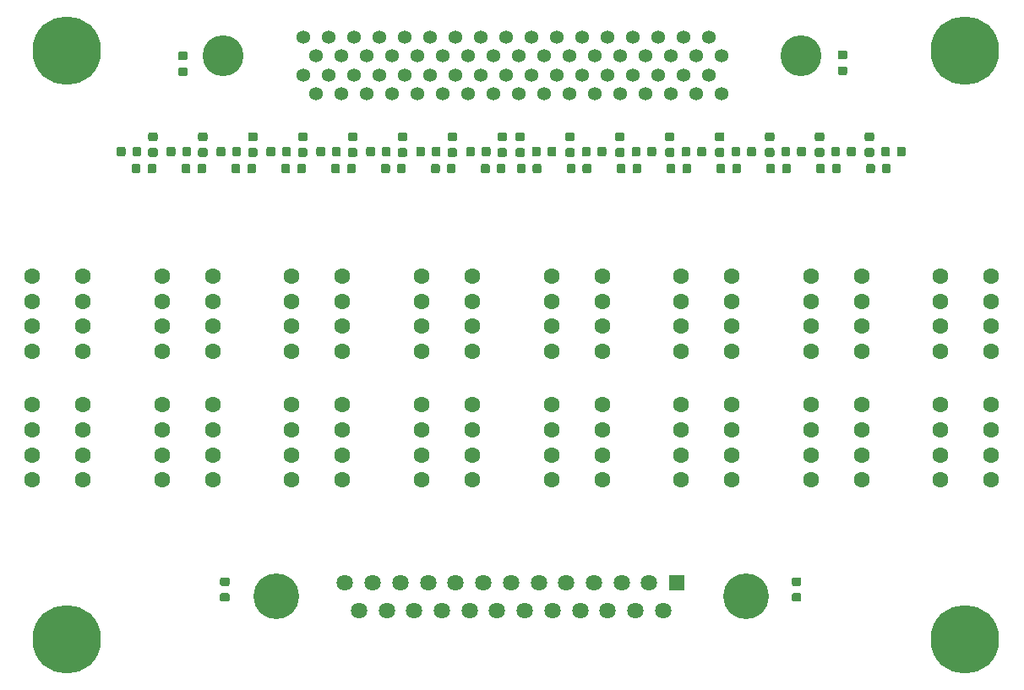
<source format=gts>
G04 #@! TF.GenerationSoftware,KiCad,Pcbnew,(5.1.5)-3*
G04 #@! TF.CreationDate,2020-11-09T15:19:13-05:00*
G04 #@! TF.ProjectId,FilterMotherboard,46696c74-6572-44d6-9f74-686572626f61,rev?*
G04 #@! TF.SameCoordinates,Original*
G04 #@! TF.FileFunction,Soldermask,Top*
G04 #@! TF.FilePolarity,Negative*
%FSLAX46Y46*%
G04 Gerber Fmt 4.6, Leading zero omitted, Abs format (unit mm)*
G04 Created by KiCad (PCBNEW (5.1.5)-3) date 2020-11-09 15:19:13*
%MOMM*%
%LPD*%
G04 APERTURE LIST*
%ADD10C,6.858000*%
%ADD11C,4.100000*%
%ADD12C,1.360000*%
%ADD13C,4.575000*%
%ADD14C,1.635000*%
%ADD15R,1.635000X1.635000*%
%ADD16C,1.605000*%
%ADD17C,0.100000*%
G04 APERTURE END LIST*
D10*
X75500000Y-29400000D03*
X75500000Y-88400000D03*
X165500000Y-88400000D03*
X165500000Y-29400000D03*
D11*
X91145000Y-29900000D03*
X149055000Y-29900000D03*
D12*
X141055000Y-29900000D03*
X139785000Y-28000000D03*
X138515000Y-29900000D03*
X137245000Y-28000000D03*
X135975000Y-29900000D03*
X134705000Y-28000000D03*
X133435000Y-29900000D03*
X132165000Y-28000000D03*
X130895000Y-29900000D03*
X129625000Y-28000000D03*
X128355000Y-29900000D03*
X127085000Y-28000000D03*
X125815000Y-29900000D03*
X124545000Y-28000000D03*
X123275000Y-29900000D03*
X122005000Y-28000000D03*
X120735000Y-29900000D03*
X119465000Y-28000000D03*
X118195000Y-29900000D03*
X116925000Y-28000000D03*
X115655000Y-29900000D03*
X114385000Y-28000000D03*
X113115000Y-29900000D03*
X111845000Y-28000000D03*
X110575000Y-29900000D03*
X109305000Y-28000000D03*
X108035000Y-29900000D03*
X106765000Y-28000000D03*
X105495000Y-29900000D03*
X104225000Y-28000000D03*
X102955000Y-29900000D03*
X101685000Y-28000000D03*
X100415000Y-29900000D03*
X99145000Y-28000000D03*
X141055000Y-33700000D03*
X139785000Y-31800000D03*
X138515000Y-33700000D03*
X137245000Y-31800000D03*
X135975000Y-33700000D03*
X134705000Y-31800000D03*
X133435000Y-33700000D03*
X132165000Y-31800000D03*
X130895000Y-33700000D03*
X129625000Y-31800000D03*
X128355000Y-33700000D03*
X127085000Y-31800000D03*
X125815000Y-33700000D03*
X124545000Y-31800000D03*
X123275000Y-33700000D03*
X122005000Y-31800000D03*
X120735000Y-33700000D03*
X119465000Y-31800000D03*
X118195000Y-33700000D03*
X116925000Y-31800000D03*
X115655000Y-33700000D03*
X114385000Y-31800000D03*
X113115000Y-33700000D03*
X111845000Y-31800000D03*
X110575000Y-33700000D03*
X109305000Y-31800000D03*
X108035000Y-33700000D03*
X106765000Y-31800000D03*
X105495000Y-33700000D03*
X104225000Y-31800000D03*
X102955000Y-33700000D03*
X101685000Y-31800000D03*
X100415000Y-33700000D03*
X99145000Y-31800000D03*
D13*
X96460000Y-84120000D03*
X143500000Y-84120000D03*
D14*
X104745000Y-85540000D03*
X107515000Y-85540000D03*
X110285000Y-85540000D03*
X113055000Y-85540000D03*
X115825000Y-85540000D03*
X118595000Y-85540000D03*
X121365000Y-85540000D03*
X124135000Y-85540000D03*
X126905000Y-85540000D03*
X129675000Y-85540000D03*
X132445000Y-85540000D03*
X135215000Y-85540000D03*
X103360000Y-82700000D03*
X106130000Y-82700000D03*
X108900000Y-82700000D03*
X111670000Y-82700000D03*
X114440000Y-82700000D03*
X117210000Y-82700000D03*
X119980000Y-82700000D03*
X122750000Y-82700000D03*
X125520000Y-82700000D03*
X128290000Y-82700000D03*
X131060000Y-82700000D03*
X133830000Y-82700000D03*
D15*
X136600000Y-82700000D03*
D16*
X72020000Y-72400000D03*
X72020000Y-69900000D03*
X72020000Y-67400000D03*
X72020000Y-64900000D03*
X72020000Y-59500000D03*
X72020000Y-57000000D03*
X72020000Y-54500000D03*
X72020000Y-52000000D03*
X77100000Y-72400000D03*
X77100000Y-69900000D03*
X77100000Y-67400000D03*
X77100000Y-64900000D03*
X77100000Y-59500000D03*
X77100000Y-57000000D03*
X77100000Y-54500000D03*
X77100000Y-52000000D03*
X85020000Y-72400000D03*
X85020000Y-69900000D03*
X85020000Y-67400000D03*
X85020000Y-64900000D03*
X85020000Y-59500000D03*
X85020000Y-57000000D03*
X85020000Y-54500000D03*
X85020000Y-52000000D03*
X90100000Y-72400000D03*
X90100000Y-69900000D03*
X90100000Y-67400000D03*
X90100000Y-64900000D03*
X90100000Y-59500000D03*
X90100000Y-57000000D03*
X90100000Y-54500000D03*
X90100000Y-52000000D03*
X98020000Y-72400000D03*
X98020000Y-69900000D03*
X98020000Y-67400000D03*
X98020000Y-64900000D03*
X98020000Y-59500000D03*
X98020000Y-57000000D03*
X98020000Y-54500000D03*
X98020000Y-52000000D03*
X103100000Y-72400000D03*
X103100000Y-69900000D03*
X103100000Y-67400000D03*
X103100000Y-64900000D03*
X103100000Y-59500000D03*
X103100000Y-57000000D03*
X103100000Y-54500000D03*
X103100000Y-52000000D03*
X111020000Y-72400000D03*
X111020000Y-69900000D03*
X111020000Y-67400000D03*
X111020000Y-64900000D03*
X111020000Y-59500000D03*
X111020000Y-57000000D03*
X111020000Y-54500000D03*
X111020000Y-52000000D03*
X116100000Y-72400000D03*
X116100000Y-69900000D03*
X116100000Y-67400000D03*
X116100000Y-64900000D03*
X116100000Y-59500000D03*
X116100000Y-57000000D03*
X116100000Y-54500000D03*
X116100000Y-52000000D03*
X124020000Y-72400000D03*
X124020000Y-69900000D03*
X124020000Y-67400000D03*
X124020000Y-64900000D03*
X124020000Y-59500000D03*
X124020000Y-57000000D03*
X124020000Y-54500000D03*
X124020000Y-52000000D03*
X129100000Y-72400000D03*
X129100000Y-69900000D03*
X129100000Y-67400000D03*
X129100000Y-64900000D03*
X129100000Y-59500000D03*
X129100000Y-57000000D03*
X129100000Y-54500000D03*
X129100000Y-52000000D03*
X137020000Y-72400000D03*
X137020000Y-69900000D03*
X137020000Y-67400000D03*
X137020000Y-64900000D03*
X137020000Y-59500000D03*
X137020000Y-57000000D03*
X137020000Y-54500000D03*
X137020000Y-52000000D03*
X142100000Y-72400000D03*
X142100000Y-69900000D03*
X142100000Y-67400000D03*
X142100000Y-64900000D03*
X142100000Y-59500000D03*
X142100000Y-57000000D03*
X142100000Y-54500000D03*
X142100000Y-52000000D03*
X150020000Y-72400000D03*
X150020000Y-69900000D03*
X150020000Y-67400000D03*
X150020000Y-64900000D03*
X150020000Y-59500000D03*
X150020000Y-57000000D03*
X150020000Y-54500000D03*
X150020000Y-52000000D03*
X155100000Y-72400000D03*
X155100000Y-69900000D03*
X155100000Y-67400000D03*
X155100000Y-64900000D03*
X155100000Y-59500000D03*
X155100000Y-57000000D03*
X155100000Y-54500000D03*
X155100000Y-52000000D03*
X163020000Y-72400000D03*
X163020000Y-69900000D03*
X163020000Y-67400000D03*
X163020000Y-64900000D03*
X163020000Y-59500000D03*
X163020000Y-57000000D03*
X163020000Y-54500000D03*
X163020000Y-52000000D03*
X168100000Y-72400000D03*
X168100000Y-69900000D03*
X168100000Y-67400000D03*
X168100000Y-64900000D03*
X168100000Y-59500000D03*
X168100000Y-57000000D03*
X168100000Y-54500000D03*
X168100000Y-52000000D03*
D17*
G36*
X84377691Y-37576053D02*
G01*
X84398926Y-37579203D01*
X84419750Y-37584419D01*
X84439962Y-37591651D01*
X84459368Y-37600830D01*
X84477781Y-37611866D01*
X84495024Y-37624654D01*
X84510930Y-37639070D01*
X84525346Y-37654976D01*
X84538134Y-37672219D01*
X84549170Y-37690632D01*
X84558349Y-37710038D01*
X84565581Y-37730250D01*
X84570797Y-37751074D01*
X84573947Y-37772309D01*
X84575000Y-37793750D01*
X84575000Y-38231250D01*
X84573947Y-38252691D01*
X84570797Y-38273926D01*
X84565581Y-38294750D01*
X84558349Y-38314962D01*
X84549170Y-38334368D01*
X84538134Y-38352781D01*
X84525346Y-38370024D01*
X84510930Y-38385930D01*
X84495024Y-38400346D01*
X84477781Y-38413134D01*
X84459368Y-38424170D01*
X84439962Y-38433349D01*
X84419750Y-38440581D01*
X84398926Y-38445797D01*
X84377691Y-38448947D01*
X84356250Y-38450000D01*
X83843750Y-38450000D01*
X83822309Y-38448947D01*
X83801074Y-38445797D01*
X83780250Y-38440581D01*
X83760038Y-38433349D01*
X83740632Y-38424170D01*
X83722219Y-38413134D01*
X83704976Y-38400346D01*
X83689070Y-38385930D01*
X83674654Y-38370024D01*
X83661866Y-38352781D01*
X83650830Y-38334368D01*
X83641651Y-38314962D01*
X83634419Y-38294750D01*
X83629203Y-38273926D01*
X83626053Y-38252691D01*
X83625000Y-38231250D01*
X83625000Y-37793750D01*
X83626053Y-37772309D01*
X83629203Y-37751074D01*
X83634419Y-37730250D01*
X83641651Y-37710038D01*
X83650830Y-37690632D01*
X83661866Y-37672219D01*
X83674654Y-37654976D01*
X83689070Y-37639070D01*
X83704976Y-37624654D01*
X83722219Y-37611866D01*
X83740632Y-37600830D01*
X83760038Y-37591651D01*
X83780250Y-37584419D01*
X83801074Y-37579203D01*
X83822309Y-37576053D01*
X83843750Y-37575000D01*
X84356250Y-37575000D01*
X84377691Y-37576053D01*
G37*
G36*
X84377691Y-39151053D02*
G01*
X84398926Y-39154203D01*
X84419750Y-39159419D01*
X84439962Y-39166651D01*
X84459368Y-39175830D01*
X84477781Y-39186866D01*
X84495024Y-39199654D01*
X84510930Y-39214070D01*
X84525346Y-39229976D01*
X84538134Y-39247219D01*
X84549170Y-39265632D01*
X84558349Y-39285038D01*
X84565581Y-39305250D01*
X84570797Y-39326074D01*
X84573947Y-39347309D01*
X84575000Y-39368750D01*
X84575000Y-39806250D01*
X84573947Y-39827691D01*
X84570797Y-39848926D01*
X84565581Y-39869750D01*
X84558349Y-39889962D01*
X84549170Y-39909368D01*
X84538134Y-39927781D01*
X84525346Y-39945024D01*
X84510930Y-39960930D01*
X84495024Y-39975346D01*
X84477781Y-39988134D01*
X84459368Y-39999170D01*
X84439962Y-40008349D01*
X84419750Y-40015581D01*
X84398926Y-40020797D01*
X84377691Y-40023947D01*
X84356250Y-40025000D01*
X83843750Y-40025000D01*
X83822309Y-40023947D01*
X83801074Y-40020797D01*
X83780250Y-40015581D01*
X83760038Y-40008349D01*
X83740632Y-39999170D01*
X83722219Y-39988134D01*
X83704976Y-39975346D01*
X83689070Y-39960930D01*
X83674654Y-39945024D01*
X83661866Y-39927781D01*
X83650830Y-39909368D01*
X83641651Y-39889962D01*
X83634419Y-39869750D01*
X83629203Y-39848926D01*
X83626053Y-39827691D01*
X83625000Y-39806250D01*
X83625000Y-39368750D01*
X83626053Y-39347309D01*
X83629203Y-39326074D01*
X83634419Y-39305250D01*
X83641651Y-39285038D01*
X83650830Y-39265632D01*
X83661866Y-39247219D01*
X83674654Y-39229976D01*
X83689070Y-39214070D01*
X83704976Y-39199654D01*
X83722219Y-39186866D01*
X83740632Y-39175830D01*
X83760038Y-39166651D01*
X83780250Y-39159419D01*
X83801074Y-39154203D01*
X83822309Y-39151053D01*
X83843750Y-39150000D01*
X84356250Y-39150000D01*
X84377691Y-39151053D01*
G37*
G36*
X89377691Y-37576053D02*
G01*
X89398926Y-37579203D01*
X89419750Y-37584419D01*
X89439962Y-37591651D01*
X89459368Y-37600830D01*
X89477781Y-37611866D01*
X89495024Y-37624654D01*
X89510930Y-37639070D01*
X89525346Y-37654976D01*
X89538134Y-37672219D01*
X89549170Y-37690632D01*
X89558349Y-37710038D01*
X89565581Y-37730250D01*
X89570797Y-37751074D01*
X89573947Y-37772309D01*
X89575000Y-37793750D01*
X89575000Y-38231250D01*
X89573947Y-38252691D01*
X89570797Y-38273926D01*
X89565581Y-38294750D01*
X89558349Y-38314962D01*
X89549170Y-38334368D01*
X89538134Y-38352781D01*
X89525346Y-38370024D01*
X89510930Y-38385930D01*
X89495024Y-38400346D01*
X89477781Y-38413134D01*
X89459368Y-38424170D01*
X89439962Y-38433349D01*
X89419750Y-38440581D01*
X89398926Y-38445797D01*
X89377691Y-38448947D01*
X89356250Y-38450000D01*
X88843750Y-38450000D01*
X88822309Y-38448947D01*
X88801074Y-38445797D01*
X88780250Y-38440581D01*
X88760038Y-38433349D01*
X88740632Y-38424170D01*
X88722219Y-38413134D01*
X88704976Y-38400346D01*
X88689070Y-38385930D01*
X88674654Y-38370024D01*
X88661866Y-38352781D01*
X88650830Y-38334368D01*
X88641651Y-38314962D01*
X88634419Y-38294750D01*
X88629203Y-38273926D01*
X88626053Y-38252691D01*
X88625000Y-38231250D01*
X88625000Y-37793750D01*
X88626053Y-37772309D01*
X88629203Y-37751074D01*
X88634419Y-37730250D01*
X88641651Y-37710038D01*
X88650830Y-37690632D01*
X88661866Y-37672219D01*
X88674654Y-37654976D01*
X88689070Y-37639070D01*
X88704976Y-37624654D01*
X88722219Y-37611866D01*
X88740632Y-37600830D01*
X88760038Y-37591651D01*
X88780250Y-37584419D01*
X88801074Y-37579203D01*
X88822309Y-37576053D01*
X88843750Y-37575000D01*
X89356250Y-37575000D01*
X89377691Y-37576053D01*
G37*
G36*
X89377691Y-39151053D02*
G01*
X89398926Y-39154203D01*
X89419750Y-39159419D01*
X89439962Y-39166651D01*
X89459368Y-39175830D01*
X89477781Y-39186866D01*
X89495024Y-39199654D01*
X89510930Y-39214070D01*
X89525346Y-39229976D01*
X89538134Y-39247219D01*
X89549170Y-39265632D01*
X89558349Y-39285038D01*
X89565581Y-39305250D01*
X89570797Y-39326074D01*
X89573947Y-39347309D01*
X89575000Y-39368750D01*
X89575000Y-39806250D01*
X89573947Y-39827691D01*
X89570797Y-39848926D01*
X89565581Y-39869750D01*
X89558349Y-39889962D01*
X89549170Y-39909368D01*
X89538134Y-39927781D01*
X89525346Y-39945024D01*
X89510930Y-39960930D01*
X89495024Y-39975346D01*
X89477781Y-39988134D01*
X89459368Y-39999170D01*
X89439962Y-40008349D01*
X89419750Y-40015581D01*
X89398926Y-40020797D01*
X89377691Y-40023947D01*
X89356250Y-40025000D01*
X88843750Y-40025000D01*
X88822309Y-40023947D01*
X88801074Y-40020797D01*
X88780250Y-40015581D01*
X88760038Y-40008349D01*
X88740632Y-39999170D01*
X88722219Y-39988134D01*
X88704976Y-39975346D01*
X88689070Y-39960930D01*
X88674654Y-39945024D01*
X88661866Y-39927781D01*
X88650830Y-39909368D01*
X88641651Y-39889962D01*
X88634419Y-39869750D01*
X88629203Y-39848926D01*
X88626053Y-39827691D01*
X88625000Y-39806250D01*
X88625000Y-39368750D01*
X88626053Y-39347309D01*
X88629203Y-39326074D01*
X88634419Y-39305250D01*
X88641651Y-39285038D01*
X88650830Y-39265632D01*
X88661866Y-39247219D01*
X88674654Y-39229976D01*
X88689070Y-39214070D01*
X88704976Y-39199654D01*
X88722219Y-39186866D01*
X88740632Y-39175830D01*
X88760038Y-39166651D01*
X88780250Y-39159419D01*
X88801074Y-39154203D01*
X88822309Y-39151053D01*
X88843750Y-39150000D01*
X89356250Y-39150000D01*
X89377691Y-39151053D01*
G37*
G36*
X94377691Y-37576053D02*
G01*
X94398926Y-37579203D01*
X94419750Y-37584419D01*
X94439962Y-37591651D01*
X94459368Y-37600830D01*
X94477781Y-37611866D01*
X94495024Y-37624654D01*
X94510930Y-37639070D01*
X94525346Y-37654976D01*
X94538134Y-37672219D01*
X94549170Y-37690632D01*
X94558349Y-37710038D01*
X94565581Y-37730250D01*
X94570797Y-37751074D01*
X94573947Y-37772309D01*
X94575000Y-37793750D01*
X94575000Y-38231250D01*
X94573947Y-38252691D01*
X94570797Y-38273926D01*
X94565581Y-38294750D01*
X94558349Y-38314962D01*
X94549170Y-38334368D01*
X94538134Y-38352781D01*
X94525346Y-38370024D01*
X94510930Y-38385930D01*
X94495024Y-38400346D01*
X94477781Y-38413134D01*
X94459368Y-38424170D01*
X94439962Y-38433349D01*
X94419750Y-38440581D01*
X94398926Y-38445797D01*
X94377691Y-38448947D01*
X94356250Y-38450000D01*
X93843750Y-38450000D01*
X93822309Y-38448947D01*
X93801074Y-38445797D01*
X93780250Y-38440581D01*
X93760038Y-38433349D01*
X93740632Y-38424170D01*
X93722219Y-38413134D01*
X93704976Y-38400346D01*
X93689070Y-38385930D01*
X93674654Y-38370024D01*
X93661866Y-38352781D01*
X93650830Y-38334368D01*
X93641651Y-38314962D01*
X93634419Y-38294750D01*
X93629203Y-38273926D01*
X93626053Y-38252691D01*
X93625000Y-38231250D01*
X93625000Y-37793750D01*
X93626053Y-37772309D01*
X93629203Y-37751074D01*
X93634419Y-37730250D01*
X93641651Y-37710038D01*
X93650830Y-37690632D01*
X93661866Y-37672219D01*
X93674654Y-37654976D01*
X93689070Y-37639070D01*
X93704976Y-37624654D01*
X93722219Y-37611866D01*
X93740632Y-37600830D01*
X93760038Y-37591651D01*
X93780250Y-37584419D01*
X93801074Y-37579203D01*
X93822309Y-37576053D01*
X93843750Y-37575000D01*
X94356250Y-37575000D01*
X94377691Y-37576053D01*
G37*
G36*
X94377691Y-39151053D02*
G01*
X94398926Y-39154203D01*
X94419750Y-39159419D01*
X94439962Y-39166651D01*
X94459368Y-39175830D01*
X94477781Y-39186866D01*
X94495024Y-39199654D01*
X94510930Y-39214070D01*
X94525346Y-39229976D01*
X94538134Y-39247219D01*
X94549170Y-39265632D01*
X94558349Y-39285038D01*
X94565581Y-39305250D01*
X94570797Y-39326074D01*
X94573947Y-39347309D01*
X94575000Y-39368750D01*
X94575000Y-39806250D01*
X94573947Y-39827691D01*
X94570797Y-39848926D01*
X94565581Y-39869750D01*
X94558349Y-39889962D01*
X94549170Y-39909368D01*
X94538134Y-39927781D01*
X94525346Y-39945024D01*
X94510930Y-39960930D01*
X94495024Y-39975346D01*
X94477781Y-39988134D01*
X94459368Y-39999170D01*
X94439962Y-40008349D01*
X94419750Y-40015581D01*
X94398926Y-40020797D01*
X94377691Y-40023947D01*
X94356250Y-40025000D01*
X93843750Y-40025000D01*
X93822309Y-40023947D01*
X93801074Y-40020797D01*
X93780250Y-40015581D01*
X93760038Y-40008349D01*
X93740632Y-39999170D01*
X93722219Y-39988134D01*
X93704976Y-39975346D01*
X93689070Y-39960930D01*
X93674654Y-39945024D01*
X93661866Y-39927781D01*
X93650830Y-39909368D01*
X93641651Y-39889962D01*
X93634419Y-39869750D01*
X93629203Y-39848926D01*
X93626053Y-39827691D01*
X93625000Y-39806250D01*
X93625000Y-39368750D01*
X93626053Y-39347309D01*
X93629203Y-39326074D01*
X93634419Y-39305250D01*
X93641651Y-39285038D01*
X93650830Y-39265632D01*
X93661866Y-39247219D01*
X93674654Y-39229976D01*
X93689070Y-39214070D01*
X93704976Y-39199654D01*
X93722219Y-39186866D01*
X93740632Y-39175830D01*
X93760038Y-39166651D01*
X93780250Y-39159419D01*
X93801074Y-39154203D01*
X93822309Y-39151053D01*
X93843750Y-39150000D01*
X94356250Y-39150000D01*
X94377691Y-39151053D01*
G37*
G36*
X82727691Y-39026053D02*
G01*
X82748926Y-39029203D01*
X82769750Y-39034419D01*
X82789962Y-39041651D01*
X82809368Y-39050830D01*
X82827781Y-39061866D01*
X82845024Y-39074654D01*
X82860930Y-39089070D01*
X82875346Y-39104976D01*
X82888134Y-39122219D01*
X82899170Y-39140632D01*
X82908349Y-39160038D01*
X82915581Y-39180250D01*
X82920797Y-39201074D01*
X82923947Y-39222309D01*
X82925000Y-39243750D01*
X82925000Y-39756250D01*
X82923947Y-39777691D01*
X82920797Y-39798926D01*
X82915581Y-39819750D01*
X82908349Y-39839962D01*
X82899170Y-39859368D01*
X82888134Y-39877781D01*
X82875346Y-39895024D01*
X82860930Y-39910930D01*
X82845024Y-39925346D01*
X82827781Y-39938134D01*
X82809368Y-39949170D01*
X82789962Y-39958349D01*
X82769750Y-39965581D01*
X82748926Y-39970797D01*
X82727691Y-39973947D01*
X82706250Y-39975000D01*
X82268750Y-39975000D01*
X82247309Y-39973947D01*
X82226074Y-39970797D01*
X82205250Y-39965581D01*
X82185038Y-39958349D01*
X82165632Y-39949170D01*
X82147219Y-39938134D01*
X82129976Y-39925346D01*
X82114070Y-39910930D01*
X82099654Y-39895024D01*
X82086866Y-39877781D01*
X82075830Y-39859368D01*
X82066651Y-39839962D01*
X82059419Y-39819750D01*
X82054203Y-39798926D01*
X82051053Y-39777691D01*
X82050000Y-39756250D01*
X82050000Y-39243750D01*
X82051053Y-39222309D01*
X82054203Y-39201074D01*
X82059419Y-39180250D01*
X82066651Y-39160038D01*
X82075830Y-39140632D01*
X82086866Y-39122219D01*
X82099654Y-39104976D01*
X82114070Y-39089070D01*
X82129976Y-39074654D01*
X82147219Y-39061866D01*
X82165632Y-39050830D01*
X82185038Y-39041651D01*
X82205250Y-39034419D01*
X82226074Y-39029203D01*
X82247309Y-39026053D01*
X82268750Y-39025000D01*
X82706250Y-39025000D01*
X82727691Y-39026053D01*
G37*
G36*
X81152691Y-39026053D02*
G01*
X81173926Y-39029203D01*
X81194750Y-39034419D01*
X81214962Y-39041651D01*
X81234368Y-39050830D01*
X81252781Y-39061866D01*
X81270024Y-39074654D01*
X81285930Y-39089070D01*
X81300346Y-39104976D01*
X81313134Y-39122219D01*
X81324170Y-39140632D01*
X81333349Y-39160038D01*
X81340581Y-39180250D01*
X81345797Y-39201074D01*
X81348947Y-39222309D01*
X81350000Y-39243750D01*
X81350000Y-39756250D01*
X81348947Y-39777691D01*
X81345797Y-39798926D01*
X81340581Y-39819750D01*
X81333349Y-39839962D01*
X81324170Y-39859368D01*
X81313134Y-39877781D01*
X81300346Y-39895024D01*
X81285930Y-39910930D01*
X81270024Y-39925346D01*
X81252781Y-39938134D01*
X81234368Y-39949170D01*
X81214962Y-39958349D01*
X81194750Y-39965581D01*
X81173926Y-39970797D01*
X81152691Y-39973947D01*
X81131250Y-39975000D01*
X80693750Y-39975000D01*
X80672309Y-39973947D01*
X80651074Y-39970797D01*
X80630250Y-39965581D01*
X80610038Y-39958349D01*
X80590632Y-39949170D01*
X80572219Y-39938134D01*
X80554976Y-39925346D01*
X80539070Y-39910930D01*
X80524654Y-39895024D01*
X80511866Y-39877781D01*
X80500830Y-39859368D01*
X80491651Y-39839962D01*
X80484419Y-39819750D01*
X80479203Y-39798926D01*
X80476053Y-39777691D01*
X80475000Y-39756250D01*
X80475000Y-39243750D01*
X80476053Y-39222309D01*
X80479203Y-39201074D01*
X80484419Y-39180250D01*
X80491651Y-39160038D01*
X80500830Y-39140632D01*
X80511866Y-39122219D01*
X80524654Y-39104976D01*
X80539070Y-39089070D01*
X80554976Y-39074654D01*
X80572219Y-39061866D01*
X80590632Y-39050830D01*
X80610038Y-39041651D01*
X80630250Y-39034419D01*
X80651074Y-39029203D01*
X80672309Y-39026053D01*
X80693750Y-39025000D01*
X81131250Y-39025000D01*
X81152691Y-39026053D01*
G37*
G36*
X87727691Y-39026053D02*
G01*
X87748926Y-39029203D01*
X87769750Y-39034419D01*
X87789962Y-39041651D01*
X87809368Y-39050830D01*
X87827781Y-39061866D01*
X87845024Y-39074654D01*
X87860930Y-39089070D01*
X87875346Y-39104976D01*
X87888134Y-39122219D01*
X87899170Y-39140632D01*
X87908349Y-39160038D01*
X87915581Y-39180250D01*
X87920797Y-39201074D01*
X87923947Y-39222309D01*
X87925000Y-39243750D01*
X87925000Y-39756250D01*
X87923947Y-39777691D01*
X87920797Y-39798926D01*
X87915581Y-39819750D01*
X87908349Y-39839962D01*
X87899170Y-39859368D01*
X87888134Y-39877781D01*
X87875346Y-39895024D01*
X87860930Y-39910930D01*
X87845024Y-39925346D01*
X87827781Y-39938134D01*
X87809368Y-39949170D01*
X87789962Y-39958349D01*
X87769750Y-39965581D01*
X87748926Y-39970797D01*
X87727691Y-39973947D01*
X87706250Y-39975000D01*
X87268750Y-39975000D01*
X87247309Y-39973947D01*
X87226074Y-39970797D01*
X87205250Y-39965581D01*
X87185038Y-39958349D01*
X87165632Y-39949170D01*
X87147219Y-39938134D01*
X87129976Y-39925346D01*
X87114070Y-39910930D01*
X87099654Y-39895024D01*
X87086866Y-39877781D01*
X87075830Y-39859368D01*
X87066651Y-39839962D01*
X87059419Y-39819750D01*
X87054203Y-39798926D01*
X87051053Y-39777691D01*
X87050000Y-39756250D01*
X87050000Y-39243750D01*
X87051053Y-39222309D01*
X87054203Y-39201074D01*
X87059419Y-39180250D01*
X87066651Y-39160038D01*
X87075830Y-39140632D01*
X87086866Y-39122219D01*
X87099654Y-39104976D01*
X87114070Y-39089070D01*
X87129976Y-39074654D01*
X87147219Y-39061866D01*
X87165632Y-39050830D01*
X87185038Y-39041651D01*
X87205250Y-39034419D01*
X87226074Y-39029203D01*
X87247309Y-39026053D01*
X87268750Y-39025000D01*
X87706250Y-39025000D01*
X87727691Y-39026053D01*
G37*
G36*
X86152691Y-39026053D02*
G01*
X86173926Y-39029203D01*
X86194750Y-39034419D01*
X86214962Y-39041651D01*
X86234368Y-39050830D01*
X86252781Y-39061866D01*
X86270024Y-39074654D01*
X86285930Y-39089070D01*
X86300346Y-39104976D01*
X86313134Y-39122219D01*
X86324170Y-39140632D01*
X86333349Y-39160038D01*
X86340581Y-39180250D01*
X86345797Y-39201074D01*
X86348947Y-39222309D01*
X86350000Y-39243750D01*
X86350000Y-39756250D01*
X86348947Y-39777691D01*
X86345797Y-39798926D01*
X86340581Y-39819750D01*
X86333349Y-39839962D01*
X86324170Y-39859368D01*
X86313134Y-39877781D01*
X86300346Y-39895024D01*
X86285930Y-39910930D01*
X86270024Y-39925346D01*
X86252781Y-39938134D01*
X86234368Y-39949170D01*
X86214962Y-39958349D01*
X86194750Y-39965581D01*
X86173926Y-39970797D01*
X86152691Y-39973947D01*
X86131250Y-39975000D01*
X85693750Y-39975000D01*
X85672309Y-39973947D01*
X85651074Y-39970797D01*
X85630250Y-39965581D01*
X85610038Y-39958349D01*
X85590632Y-39949170D01*
X85572219Y-39938134D01*
X85554976Y-39925346D01*
X85539070Y-39910930D01*
X85524654Y-39895024D01*
X85511866Y-39877781D01*
X85500830Y-39859368D01*
X85491651Y-39839962D01*
X85484419Y-39819750D01*
X85479203Y-39798926D01*
X85476053Y-39777691D01*
X85475000Y-39756250D01*
X85475000Y-39243750D01*
X85476053Y-39222309D01*
X85479203Y-39201074D01*
X85484419Y-39180250D01*
X85491651Y-39160038D01*
X85500830Y-39140632D01*
X85511866Y-39122219D01*
X85524654Y-39104976D01*
X85539070Y-39089070D01*
X85554976Y-39074654D01*
X85572219Y-39061866D01*
X85590632Y-39050830D01*
X85610038Y-39041651D01*
X85630250Y-39034419D01*
X85651074Y-39029203D01*
X85672309Y-39026053D01*
X85693750Y-39025000D01*
X86131250Y-39025000D01*
X86152691Y-39026053D01*
G37*
G36*
X92727691Y-39026053D02*
G01*
X92748926Y-39029203D01*
X92769750Y-39034419D01*
X92789962Y-39041651D01*
X92809368Y-39050830D01*
X92827781Y-39061866D01*
X92845024Y-39074654D01*
X92860930Y-39089070D01*
X92875346Y-39104976D01*
X92888134Y-39122219D01*
X92899170Y-39140632D01*
X92908349Y-39160038D01*
X92915581Y-39180250D01*
X92920797Y-39201074D01*
X92923947Y-39222309D01*
X92925000Y-39243750D01*
X92925000Y-39756250D01*
X92923947Y-39777691D01*
X92920797Y-39798926D01*
X92915581Y-39819750D01*
X92908349Y-39839962D01*
X92899170Y-39859368D01*
X92888134Y-39877781D01*
X92875346Y-39895024D01*
X92860930Y-39910930D01*
X92845024Y-39925346D01*
X92827781Y-39938134D01*
X92809368Y-39949170D01*
X92789962Y-39958349D01*
X92769750Y-39965581D01*
X92748926Y-39970797D01*
X92727691Y-39973947D01*
X92706250Y-39975000D01*
X92268750Y-39975000D01*
X92247309Y-39973947D01*
X92226074Y-39970797D01*
X92205250Y-39965581D01*
X92185038Y-39958349D01*
X92165632Y-39949170D01*
X92147219Y-39938134D01*
X92129976Y-39925346D01*
X92114070Y-39910930D01*
X92099654Y-39895024D01*
X92086866Y-39877781D01*
X92075830Y-39859368D01*
X92066651Y-39839962D01*
X92059419Y-39819750D01*
X92054203Y-39798926D01*
X92051053Y-39777691D01*
X92050000Y-39756250D01*
X92050000Y-39243750D01*
X92051053Y-39222309D01*
X92054203Y-39201074D01*
X92059419Y-39180250D01*
X92066651Y-39160038D01*
X92075830Y-39140632D01*
X92086866Y-39122219D01*
X92099654Y-39104976D01*
X92114070Y-39089070D01*
X92129976Y-39074654D01*
X92147219Y-39061866D01*
X92165632Y-39050830D01*
X92185038Y-39041651D01*
X92205250Y-39034419D01*
X92226074Y-39029203D01*
X92247309Y-39026053D01*
X92268750Y-39025000D01*
X92706250Y-39025000D01*
X92727691Y-39026053D01*
G37*
G36*
X91152691Y-39026053D02*
G01*
X91173926Y-39029203D01*
X91194750Y-39034419D01*
X91214962Y-39041651D01*
X91234368Y-39050830D01*
X91252781Y-39061866D01*
X91270024Y-39074654D01*
X91285930Y-39089070D01*
X91300346Y-39104976D01*
X91313134Y-39122219D01*
X91324170Y-39140632D01*
X91333349Y-39160038D01*
X91340581Y-39180250D01*
X91345797Y-39201074D01*
X91348947Y-39222309D01*
X91350000Y-39243750D01*
X91350000Y-39756250D01*
X91348947Y-39777691D01*
X91345797Y-39798926D01*
X91340581Y-39819750D01*
X91333349Y-39839962D01*
X91324170Y-39859368D01*
X91313134Y-39877781D01*
X91300346Y-39895024D01*
X91285930Y-39910930D01*
X91270024Y-39925346D01*
X91252781Y-39938134D01*
X91234368Y-39949170D01*
X91214962Y-39958349D01*
X91194750Y-39965581D01*
X91173926Y-39970797D01*
X91152691Y-39973947D01*
X91131250Y-39975000D01*
X90693750Y-39975000D01*
X90672309Y-39973947D01*
X90651074Y-39970797D01*
X90630250Y-39965581D01*
X90610038Y-39958349D01*
X90590632Y-39949170D01*
X90572219Y-39938134D01*
X90554976Y-39925346D01*
X90539070Y-39910930D01*
X90524654Y-39895024D01*
X90511866Y-39877781D01*
X90500830Y-39859368D01*
X90491651Y-39839962D01*
X90484419Y-39819750D01*
X90479203Y-39798926D01*
X90476053Y-39777691D01*
X90475000Y-39756250D01*
X90475000Y-39243750D01*
X90476053Y-39222309D01*
X90479203Y-39201074D01*
X90484419Y-39180250D01*
X90491651Y-39160038D01*
X90500830Y-39140632D01*
X90511866Y-39122219D01*
X90524654Y-39104976D01*
X90539070Y-39089070D01*
X90554976Y-39074654D01*
X90572219Y-39061866D01*
X90590632Y-39050830D01*
X90610038Y-39041651D01*
X90630250Y-39034419D01*
X90651074Y-39029203D01*
X90672309Y-39026053D01*
X90693750Y-39025000D01*
X91131250Y-39025000D01*
X91152691Y-39026053D01*
G37*
G36*
X99377691Y-37576053D02*
G01*
X99398926Y-37579203D01*
X99419750Y-37584419D01*
X99439962Y-37591651D01*
X99459368Y-37600830D01*
X99477781Y-37611866D01*
X99495024Y-37624654D01*
X99510930Y-37639070D01*
X99525346Y-37654976D01*
X99538134Y-37672219D01*
X99549170Y-37690632D01*
X99558349Y-37710038D01*
X99565581Y-37730250D01*
X99570797Y-37751074D01*
X99573947Y-37772309D01*
X99575000Y-37793750D01*
X99575000Y-38231250D01*
X99573947Y-38252691D01*
X99570797Y-38273926D01*
X99565581Y-38294750D01*
X99558349Y-38314962D01*
X99549170Y-38334368D01*
X99538134Y-38352781D01*
X99525346Y-38370024D01*
X99510930Y-38385930D01*
X99495024Y-38400346D01*
X99477781Y-38413134D01*
X99459368Y-38424170D01*
X99439962Y-38433349D01*
X99419750Y-38440581D01*
X99398926Y-38445797D01*
X99377691Y-38448947D01*
X99356250Y-38450000D01*
X98843750Y-38450000D01*
X98822309Y-38448947D01*
X98801074Y-38445797D01*
X98780250Y-38440581D01*
X98760038Y-38433349D01*
X98740632Y-38424170D01*
X98722219Y-38413134D01*
X98704976Y-38400346D01*
X98689070Y-38385930D01*
X98674654Y-38370024D01*
X98661866Y-38352781D01*
X98650830Y-38334368D01*
X98641651Y-38314962D01*
X98634419Y-38294750D01*
X98629203Y-38273926D01*
X98626053Y-38252691D01*
X98625000Y-38231250D01*
X98625000Y-37793750D01*
X98626053Y-37772309D01*
X98629203Y-37751074D01*
X98634419Y-37730250D01*
X98641651Y-37710038D01*
X98650830Y-37690632D01*
X98661866Y-37672219D01*
X98674654Y-37654976D01*
X98689070Y-37639070D01*
X98704976Y-37624654D01*
X98722219Y-37611866D01*
X98740632Y-37600830D01*
X98760038Y-37591651D01*
X98780250Y-37584419D01*
X98801074Y-37579203D01*
X98822309Y-37576053D01*
X98843750Y-37575000D01*
X99356250Y-37575000D01*
X99377691Y-37576053D01*
G37*
G36*
X99377691Y-39151053D02*
G01*
X99398926Y-39154203D01*
X99419750Y-39159419D01*
X99439962Y-39166651D01*
X99459368Y-39175830D01*
X99477781Y-39186866D01*
X99495024Y-39199654D01*
X99510930Y-39214070D01*
X99525346Y-39229976D01*
X99538134Y-39247219D01*
X99549170Y-39265632D01*
X99558349Y-39285038D01*
X99565581Y-39305250D01*
X99570797Y-39326074D01*
X99573947Y-39347309D01*
X99575000Y-39368750D01*
X99575000Y-39806250D01*
X99573947Y-39827691D01*
X99570797Y-39848926D01*
X99565581Y-39869750D01*
X99558349Y-39889962D01*
X99549170Y-39909368D01*
X99538134Y-39927781D01*
X99525346Y-39945024D01*
X99510930Y-39960930D01*
X99495024Y-39975346D01*
X99477781Y-39988134D01*
X99459368Y-39999170D01*
X99439962Y-40008349D01*
X99419750Y-40015581D01*
X99398926Y-40020797D01*
X99377691Y-40023947D01*
X99356250Y-40025000D01*
X98843750Y-40025000D01*
X98822309Y-40023947D01*
X98801074Y-40020797D01*
X98780250Y-40015581D01*
X98760038Y-40008349D01*
X98740632Y-39999170D01*
X98722219Y-39988134D01*
X98704976Y-39975346D01*
X98689070Y-39960930D01*
X98674654Y-39945024D01*
X98661866Y-39927781D01*
X98650830Y-39909368D01*
X98641651Y-39889962D01*
X98634419Y-39869750D01*
X98629203Y-39848926D01*
X98626053Y-39827691D01*
X98625000Y-39806250D01*
X98625000Y-39368750D01*
X98626053Y-39347309D01*
X98629203Y-39326074D01*
X98634419Y-39305250D01*
X98641651Y-39285038D01*
X98650830Y-39265632D01*
X98661866Y-39247219D01*
X98674654Y-39229976D01*
X98689070Y-39214070D01*
X98704976Y-39199654D01*
X98722219Y-39186866D01*
X98740632Y-39175830D01*
X98760038Y-39166651D01*
X98780250Y-39159419D01*
X98801074Y-39154203D01*
X98822309Y-39151053D01*
X98843750Y-39150000D01*
X99356250Y-39150000D01*
X99377691Y-39151053D01*
G37*
G36*
X104377691Y-37576053D02*
G01*
X104398926Y-37579203D01*
X104419750Y-37584419D01*
X104439962Y-37591651D01*
X104459368Y-37600830D01*
X104477781Y-37611866D01*
X104495024Y-37624654D01*
X104510930Y-37639070D01*
X104525346Y-37654976D01*
X104538134Y-37672219D01*
X104549170Y-37690632D01*
X104558349Y-37710038D01*
X104565581Y-37730250D01*
X104570797Y-37751074D01*
X104573947Y-37772309D01*
X104575000Y-37793750D01*
X104575000Y-38231250D01*
X104573947Y-38252691D01*
X104570797Y-38273926D01*
X104565581Y-38294750D01*
X104558349Y-38314962D01*
X104549170Y-38334368D01*
X104538134Y-38352781D01*
X104525346Y-38370024D01*
X104510930Y-38385930D01*
X104495024Y-38400346D01*
X104477781Y-38413134D01*
X104459368Y-38424170D01*
X104439962Y-38433349D01*
X104419750Y-38440581D01*
X104398926Y-38445797D01*
X104377691Y-38448947D01*
X104356250Y-38450000D01*
X103843750Y-38450000D01*
X103822309Y-38448947D01*
X103801074Y-38445797D01*
X103780250Y-38440581D01*
X103760038Y-38433349D01*
X103740632Y-38424170D01*
X103722219Y-38413134D01*
X103704976Y-38400346D01*
X103689070Y-38385930D01*
X103674654Y-38370024D01*
X103661866Y-38352781D01*
X103650830Y-38334368D01*
X103641651Y-38314962D01*
X103634419Y-38294750D01*
X103629203Y-38273926D01*
X103626053Y-38252691D01*
X103625000Y-38231250D01*
X103625000Y-37793750D01*
X103626053Y-37772309D01*
X103629203Y-37751074D01*
X103634419Y-37730250D01*
X103641651Y-37710038D01*
X103650830Y-37690632D01*
X103661866Y-37672219D01*
X103674654Y-37654976D01*
X103689070Y-37639070D01*
X103704976Y-37624654D01*
X103722219Y-37611866D01*
X103740632Y-37600830D01*
X103760038Y-37591651D01*
X103780250Y-37584419D01*
X103801074Y-37579203D01*
X103822309Y-37576053D01*
X103843750Y-37575000D01*
X104356250Y-37575000D01*
X104377691Y-37576053D01*
G37*
G36*
X104377691Y-39151053D02*
G01*
X104398926Y-39154203D01*
X104419750Y-39159419D01*
X104439962Y-39166651D01*
X104459368Y-39175830D01*
X104477781Y-39186866D01*
X104495024Y-39199654D01*
X104510930Y-39214070D01*
X104525346Y-39229976D01*
X104538134Y-39247219D01*
X104549170Y-39265632D01*
X104558349Y-39285038D01*
X104565581Y-39305250D01*
X104570797Y-39326074D01*
X104573947Y-39347309D01*
X104575000Y-39368750D01*
X104575000Y-39806250D01*
X104573947Y-39827691D01*
X104570797Y-39848926D01*
X104565581Y-39869750D01*
X104558349Y-39889962D01*
X104549170Y-39909368D01*
X104538134Y-39927781D01*
X104525346Y-39945024D01*
X104510930Y-39960930D01*
X104495024Y-39975346D01*
X104477781Y-39988134D01*
X104459368Y-39999170D01*
X104439962Y-40008349D01*
X104419750Y-40015581D01*
X104398926Y-40020797D01*
X104377691Y-40023947D01*
X104356250Y-40025000D01*
X103843750Y-40025000D01*
X103822309Y-40023947D01*
X103801074Y-40020797D01*
X103780250Y-40015581D01*
X103760038Y-40008349D01*
X103740632Y-39999170D01*
X103722219Y-39988134D01*
X103704976Y-39975346D01*
X103689070Y-39960930D01*
X103674654Y-39945024D01*
X103661866Y-39927781D01*
X103650830Y-39909368D01*
X103641651Y-39889962D01*
X103634419Y-39869750D01*
X103629203Y-39848926D01*
X103626053Y-39827691D01*
X103625000Y-39806250D01*
X103625000Y-39368750D01*
X103626053Y-39347309D01*
X103629203Y-39326074D01*
X103634419Y-39305250D01*
X103641651Y-39285038D01*
X103650830Y-39265632D01*
X103661866Y-39247219D01*
X103674654Y-39229976D01*
X103689070Y-39214070D01*
X103704976Y-39199654D01*
X103722219Y-39186866D01*
X103740632Y-39175830D01*
X103760038Y-39166651D01*
X103780250Y-39159419D01*
X103801074Y-39154203D01*
X103822309Y-39151053D01*
X103843750Y-39150000D01*
X104356250Y-39150000D01*
X104377691Y-39151053D01*
G37*
G36*
X109377691Y-37576053D02*
G01*
X109398926Y-37579203D01*
X109419750Y-37584419D01*
X109439962Y-37591651D01*
X109459368Y-37600830D01*
X109477781Y-37611866D01*
X109495024Y-37624654D01*
X109510930Y-37639070D01*
X109525346Y-37654976D01*
X109538134Y-37672219D01*
X109549170Y-37690632D01*
X109558349Y-37710038D01*
X109565581Y-37730250D01*
X109570797Y-37751074D01*
X109573947Y-37772309D01*
X109575000Y-37793750D01*
X109575000Y-38231250D01*
X109573947Y-38252691D01*
X109570797Y-38273926D01*
X109565581Y-38294750D01*
X109558349Y-38314962D01*
X109549170Y-38334368D01*
X109538134Y-38352781D01*
X109525346Y-38370024D01*
X109510930Y-38385930D01*
X109495024Y-38400346D01*
X109477781Y-38413134D01*
X109459368Y-38424170D01*
X109439962Y-38433349D01*
X109419750Y-38440581D01*
X109398926Y-38445797D01*
X109377691Y-38448947D01*
X109356250Y-38450000D01*
X108843750Y-38450000D01*
X108822309Y-38448947D01*
X108801074Y-38445797D01*
X108780250Y-38440581D01*
X108760038Y-38433349D01*
X108740632Y-38424170D01*
X108722219Y-38413134D01*
X108704976Y-38400346D01*
X108689070Y-38385930D01*
X108674654Y-38370024D01*
X108661866Y-38352781D01*
X108650830Y-38334368D01*
X108641651Y-38314962D01*
X108634419Y-38294750D01*
X108629203Y-38273926D01*
X108626053Y-38252691D01*
X108625000Y-38231250D01*
X108625000Y-37793750D01*
X108626053Y-37772309D01*
X108629203Y-37751074D01*
X108634419Y-37730250D01*
X108641651Y-37710038D01*
X108650830Y-37690632D01*
X108661866Y-37672219D01*
X108674654Y-37654976D01*
X108689070Y-37639070D01*
X108704976Y-37624654D01*
X108722219Y-37611866D01*
X108740632Y-37600830D01*
X108760038Y-37591651D01*
X108780250Y-37584419D01*
X108801074Y-37579203D01*
X108822309Y-37576053D01*
X108843750Y-37575000D01*
X109356250Y-37575000D01*
X109377691Y-37576053D01*
G37*
G36*
X109377691Y-39151053D02*
G01*
X109398926Y-39154203D01*
X109419750Y-39159419D01*
X109439962Y-39166651D01*
X109459368Y-39175830D01*
X109477781Y-39186866D01*
X109495024Y-39199654D01*
X109510930Y-39214070D01*
X109525346Y-39229976D01*
X109538134Y-39247219D01*
X109549170Y-39265632D01*
X109558349Y-39285038D01*
X109565581Y-39305250D01*
X109570797Y-39326074D01*
X109573947Y-39347309D01*
X109575000Y-39368750D01*
X109575000Y-39806250D01*
X109573947Y-39827691D01*
X109570797Y-39848926D01*
X109565581Y-39869750D01*
X109558349Y-39889962D01*
X109549170Y-39909368D01*
X109538134Y-39927781D01*
X109525346Y-39945024D01*
X109510930Y-39960930D01*
X109495024Y-39975346D01*
X109477781Y-39988134D01*
X109459368Y-39999170D01*
X109439962Y-40008349D01*
X109419750Y-40015581D01*
X109398926Y-40020797D01*
X109377691Y-40023947D01*
X109356250Y-40025000D01*
X108843750Y-40025000D01*
X108822309Y-40023947D01*
X108801074Y-40020797D01*
X108780250Y-40015581D01*
X108760038Y-40008349D01*
X108740632Y-39999170D01*
X108722219Y-39988134D01*
X108704976Y-39975346D01*
X108689070Y-39960930D01*
X108674654Y-39945024D01*
X108661866Y-39927781D01*
X108650830Y-39909368D01*
X108641651Y-39889962D01*
X108634419Y-39869750D01*
X108629203Y-39848926D01*
X108626053Y-39827691D01*
X108625000Y-39806250D01*
X108625000Y-39368750D01*
X108626053Y-39347309D01*
X108629203Y-39326074D01*
X108634419Y-39305250D01*
X108641651Y-39285038D01*
X108650830Y-39265632D01*
X108661866Y-39247219D01*
X108674654Y-39229976D01*
X108689070Y-39214070D01*
X108704976Y-39199654D01*
X108722219Y-39186866D01*
X108740632Y-39175830D01*
X108760038Y-39166651D01*
X108780250Y-39159419D01*
X108801074Y-39154203D01*
X108822309Y-39151053D01*
X108843750Y-39150000D01*
X109356250Y-39150000D01*
X109377691Y-39151053D01*
G37*
G36*
X97727691Y-39026053D02*
G01*
X97748926Y-39029203D01*
X97769750Y-39034419D01*
X97789962Y-39041651D01*
X97809368Y-39050830D01*
X97827781Y-39061866D01*
X97845024Y-39074654D01*
X97860930Y-39089070D01*
X97875346Y-39104976D01*
X97888134Y-39122219D01*
X97899170Y-39140632D01*
X97908349Y-39160038D01*
X97915581Y-39180250D01*
X97920797Y-39201074D01*
X97923947Y-39222309D01*
X97925000Y-39243750D01*
X97925000Y-39756250D01*
X97923947Y-39777691D01*
X97920797Y-39798926D01*
X97915581Y-39819750D01*
X97908349Y-39839962D01*
X97899170Y-39859368D01*
X97888134Y-39877781D01*
X97875346Y-39895024D01*
X97860930Y-39910930D01*
X97845024Y-39925346D01*
X97827781Y-39938134D01*
X97809368Y-39949170D01*
X97789962Y-39958349D01*
X97769750Y-39965581D01*
X97748926Y-39970797D01*
X97727691Y-39973947D01*
X97706250Y-39975000D01*
X97268750Y-39975000D01*
X97247309Y-39973947D01*
X97226074Y-39970797D01*
X97205250Y-39965581D01*
X97185038Y-39958349D01*
X97165632Y-39949170D01*
X97147219Y-39938134D01*
X97129976Y-39925346D01*
X97114070Y-39910930D01*
X97099654Y-39895024D01*
X97086866Y-39877781D01*
X97075830Y-39859368D01*
X97066651Y-39839962D01*
X97059419Y-39819750D01*
X97054203Y-39798926D01*
X97051053Y-39777691D01*
X97050000Y-39756250D01*
X97050000Y-39243750D01*
X97051053Y-39222309D01*
X97054203Y-39201074D01*
X97059419Y-39180250D01*
X97066651Y-39160038D01*
X97075830Y-39140632D01*
X97086866Y-39122219D01*
X97099654Y-39104976D01*
X97114070Y-39089070D01*
X97129976Y-39074654D01*
X97147219Y-39061866D01*
X97165632Y-39050830D01*
X97185038Y-39041651D01*
X97205250Y-39034419D01*
X97226074Y-39029203D01*
X97247309Y-39026053D01*
X97268750Y-39025000D01*
X97706250Y-39025000D01*
X97727691Y-39026053D01*
G37*
G36*
X96152691Y-39026053D02*
G01*
X96173926Y-39029203D01*
X96194750Y-39034419D01*
X96214962Y-39041651D01*
X96234368Y-39050830D01*
X96252781Y-39061866D01*
X96270024Y-39074654D01*
X96285930Y-39089070D01*
X96300346Y-39104976D01*
X96313134Y-39122219D01*
X96324170Y-39140632D01*
X96333349Y-39160038D01*
X96340581Y-39180250D01*
X96345797Y-39201074D01*
X96348947Y-39222309D01*
X96350000Y-39243750D01*
X96350000Y-39756250D01*
X96348947Y-39777691D01*
X96345797Y-39798926D01*
X96340581Y-39819750D01*
X96333349Y-39839962D01*
X96324170Y-39859368D01*
X96313134Y-39877781D01*
X96300346Y-39895024D01*
X96285930Y-39910930D01*
X96270024Y-39925346D01*
X96252781Y-39938134D01*
X96234368Y-39949170D01*
X96214962Y-39958349D01*
X96194750Y-39965581D01*
X96173926Y-39970797D01*
X96152691Y-39973947D01*
X96131250Y-39975000D01*
X95693750Y-39975000D01*
X95672309Y-39973947D01*
X95651074Y-39970797D01*
X95630250Y-39965581D01*
X95610038Y-39958349D01*
X95590632Y-39949170D01*
X95572219Y-39938134D01*
X95554976Y-39925346D01*
X95539070Y-39910930D01*
X95524654Y-39895024D01*
X95511866Y-39877781D01*
X95500830Y-39859368D01*
X95491651Y-39839962D01*
X95484419Y-39819750D01*
X95479203Y-39798926D01*
X95476053Y-39777691D01*
X95475000Y-39756250D01*
X95475000Y-39243750D01*
X95476053Y-39222309D01*
X95479203Y-39201074D01*
X95484419Y-39180250D01*
X95491651Y-39160038D01*
X95500830Y-39140632D01*
X95511866Y-39122219D01*
X95524654Y-39104976D01*
X95539070Y-39089070D01*
X95554976Y-39074654D01*
X95572219Y-39061866D01*
X95590632Y-39050830D01*
X95610038Y-39041651D01*
X95630250Y-39034419D01*
X95651074Y-39029203D01*
X95672309Y-39026053D01*
X95693750Y-39025000D01*
X96131250Y-39025000D01*
X96152691Y-39026053D01*
G37*
G36*
X102727691Y-39026053D02*
G01*
X102748926Y-39029203D01*
X102769750Y-39034419D01*
X102789962Y-39041651D01*
X102809368Y-39050830D01*
X102827781Y-39061866D01*
X102845024Y-39074654D01*
X102860930Y-39089070D01*
X102875346Y-39104976D01*
X102888134Y-39122219D01*
X102899170Y-39140632D01*
X102908349Y-39160038D01*
X102915581Y-39180250D01*
X102920797Y-39201074D01*
X102923947Y-39222309D01*
X102925000Y-39243750D01*
X102925000Y-39756250D01*
X102923947Y-39777691D01*
X102920797Y-39798926D01*
X102915581Y-39819750D01*
X102908349Y-39839962D01*
X102899170Y-39859368D01*
X102888134Y-39877781D01*
X102875346Y-39895024D01*
X102860930Y-39910930D01*
X102845024Y-39925346D01*
X102827781Y-39938134D01*
X102809368Y-39949170D01*
X102789962Y-39958349D01*
X102769750Y-39965581D01*
X102748926Y-39970797D01*
X102727691Y-39973947D01*
X102706250Y-39975000D01*
X102268750Y-39975000D01*
X102247309Y-39973947D01*
X102226074Y-39970797D01*
X102205250Y-39965581D01*
X102185038Y-39958349D01*
X102165632Y-39949170D01*
X102147219Y-39938134D01*
X102129976Y-39925346D01*
X102114070Y-39910930D01*
X102099654Y-39895024D01*
X102086866Y-39877781D01*
X102075830Y-39859368D01*
X102066651Y-39839962D01*
X102059419Y-39819750D01*
X102054203Y-39798926D01*
X102051053Y-39777691D01*
X102050000Y-39756250D01*
X102050000Y-39243750D01*
X102051053Y-39222309D01*
X102054203Y-39201074D01*
X102059419Y-39180250D01*
X102066651Y-39160038D01*
X102075830Y-39140632D01*
X102086866Y-39122219D01*
X102099654Y-39104976D01*
X102114070Y-39089070D01*
X102129976Y-39074654D01*
X102147219Y-39061866D01*
X102165632Y-39050830D01*
X102185038Y-39041651D01*
X102205250Y-39034419D01*
X102226074Y-39029203D01*
X102247309Y-39026053D01*
X102268750Y-39025000D01*
X102706250Y-39025000D01*
X102727691Y-39026053D01*
G37*
G36*
X101152691Y-39026053D02*
G01*
X101173926Y-39029203D01*
X101194750Y-39034419D01*
X101214962Y-39041651D01*
X101234368Y-39050830D01*
X101252781Y-39061866D01*
X101270024Y-39074654D01*
X101285930Y-39089070D01*
X101300346Y-39104976D01*
X101313134Y-39122219D01*
X101324170Y-39140632D01*
X101333349Y-39160038D01*
X101340581Y-39180250D01*
X101345797Y-39201074D01*
X101348947Y-39222309D01*
X101350000Y-39243750D01*
X101350000Y-39756250D01*
X101348947Y-39777691D01*
X101345797Y-39798926D01*
X101340581Y-39819750D01*
X101333349Y-39839962D01*
X101324170Y-39859368D01*
X101313134Y-39877781D01*
X101300346Y-39895024D01*
X101285930Y-39910930D01*
X101270024Y-39925346D01*
X101252781Y-39938134D01*
X101234368Y-39949170D01*
X101214962Y-39958349D01*
X101194750Y-39965581D01*
X101173926Y-39970797D01*
X101152691Y-39973947D01*
X101131250Y-39975000D01*
X100693750Y-39975000D01*
X100672309Y-39973947D01*
X100651074Y-39970797D01*
X100630250Y-39965581D01*
X100610038Y-39958349D01*
X100590632Y-39949170D01*
X100572219Y-39938134D01*
X100554976Y-39925346D01*
X100539070Y-39910930D01*
X100524654Y-39895024D01*
X100511866Y-39877781D01*
X100500830Y-39859368D01*
X100491651Y-39839962D01*
X100484419Y-39819750D01*
X100479203Y-39798926D01*
X100476053Y-39777691D01*
X100475000Y-39756250D01*
X100475000Y-39243750D01*
X100476053Y-39222309D01*
X100479203Y-39201074D01*
X100484419Y-39180250D01*
X100491651Y-39160038D01*
X100500830Y-39140632D01*
X100511866Y-39122219D01*
X100524654Y-39104976D01*
X100539070Y-39089070D01*
X100554976Y-39074654D01*
X100572219Y-39061866D01*
X100590632Y-39050830D01*
X100610038Y-39041651D01*
X100630250Y-39034419D01*
X100651074Y-39029203D01*
X100672309Y-39026053D01*
X100693750Y-39025000D01*
X101131250Y-39025000D01*
X101152691Y-39026053D01*
G37*
G36*
X107727691Y-39026053D02*
G01*
X107748926Y-39029203D01*
X107769750Y-39034419D01*
X107789962Y-39041651D01*
X107809368Y-39050830D01*
X107827781Y-39061866D01*
X107845024Y-39074654D01*
X107860930Y-39089070D01*
X107875346Y-39104976D01*
X107888134Y-39122219D01*
X107899170Y-39140632D01*
X107908349Y-39160038D01*
X107915581Y-39180250D01*
X107920797Y-39201074D01*
X107923947Y-39222309D01*
X107925000Y-39243750D01*
X107925000Y-39756250D01*
X107923947Y-39777691D01*
X107920797Y-39798926D01*
X107915581Y-39819750D01*
X107908349Y-39839962D01*
X107899170Y-39859368D01*
X107888134Y-39877781D01*
X107875346Y-39895024D01*
X107860930Y-39910930D01*
X107845024Y-39925346D01*
X107827781Y-39938134D01*
X107809368Y-39949170D01*
X107789962Y-39958349D01*
X107769750Y-39965581D01*
X107748926Y-39970797D01*
X107727691Y-39973947D01*
X107706250Y-39975000D01*
X107268750Y-39975000D01*
X107247309Y-39973947D01*
X107226074Y-39970797D01*
X107205250Y-39965581D01*
X107185038Y-39958349D01*
X107165632Y-39949170D01*
X107147219Y-39938134D01*
X107129976Y-39925346D01*
X107114070Y-39910930D01*
X107099654Y-39895024D01*
X107086866Y-39877781D01*
X107075830Y-39859368D01*
X107066651Y-39839962D01*
X107059419Y-39819750D01*
X107054203Y-39798926D01*
X107051053Y-39777691D01*
X107050000Y-39756250D01*
X107050000Y-39243750D01*
X107051053Y-39222309D01*
X107054203Y-39201074D01*
X107059419Y-39180250D01*
X107066651Y-39160038D01*
X107075830Y-39140632D01*
X107086866Y-39122219D01*
X107099654Y-39104976D01*
X107114070Y-39089070D01*
X107129976Y-39074654D01*
X107147219Y-39061866D01*
X107165632Y-39050830D01*
X107185038Y-39041651D01*
X107205250Y-39034419D01*
X107226074Y-39029203D01*
X107247309Y-39026053D01*
X107268750Y-39025000D01*
X107706250Y-39025000D01*
X107727691Y-39026053D01*
G37*
G36*
X106152691Y-39026053D02*
G01*
X106173926Y-39029203D01*
X106194750Y-39034419D01*
X106214962Y-39041651D01*
X106234368Y-39050830D01*
X106252781Y-39061866D01*
X106270024Y-39074654D01*
X106285930Y-39089070D01*
X106300346Y-39104976D01*
X106313134Y-39122219D01*
X106324170Y-39140632D01*
X106333349Y-39160038D01*
X106340581Y-39180250D01*
X106345797Y-39201074D01*
X106348947Y-39222309D01*
X106350000Y-39243750D01*
X106350000Y-39756250D01*
X106348947Y-39777691D01*
X106345797Y-39798926D01*
X106340581Y-39819750D01*
X106333349Y-39839962D01*
X106324170Y-39859368D01*
X106313134Y-39877781D01*
X106300346Y-39895024D01*
X106285930Y-39910930D01*
X106270024Y-39925346D01*
X106252781Y-39938134D01*
X106234368Y-39949170D01*
X106214962Y-39958349D01*
X106194750Y-39965581D01*
X106173926Y-39970797D01*
X106152691Y-39973947D01*
X106131250Y-39975000D01*
X105693750Y-39975000D01*
X105672309Y-39973947D01*
X105651074Y-39970797D01*
X105630250Y-39965581D01*
X105610038Y-39958349D01*
X105590632Y-39949170D01*
X105572219Y-39938134D01*
X105554976Y-39925346D01*
X105539070Y-39910930D01*
X105524654Y-39895024D01*
X105511866Y-39877781D01*
X105500830Y-39859368D01*
X105491651Y-39839962D01*
X105484419Y-39819750D01*
X105479203Y-39798926D01*
X105476053Y-39777691D01*
X105475000Y-39756250D01*
X105475000Y-39243750D01*
X105476053Y-39222309D01*
X105479203Y-39201074D01*
X105484419Y-39180250D01*
X105491651Y-39160038D01*
X105500830Y-39140632D01*
X105511866Y-39122219D01*
X105524654Y-39104976D01*
X105539070Y-39089070D01*
X105554976Y-39074654D01*
X105572219Y-39061866D01*
X105590632Y-39050830D01*
X105610038Y-39041651D01*
X105630250Y-39034419D01*
X105651074Y-39029203D01*
X105672309Y-39026053D01*
X105693750Y-39025000D01*
X106131250Y-39025000D01*
X106152691Y-39026053D01*
G37*
G36*
X114377691Y-37576053D02*
G01*
X114398926Y-37579203D01*
X114419750Y-37584419D01*
X114439962Y-37591651D01*
X114459368Y-37600830D01*
X114477781Y-37611866D01*
X114495024Y-37624654D01*
X114510930Y-37639070D01*
X114525346Y-37654976D01*
X114538134Y-37672219D01*
X114549170Y-37690632D01*
X114558349Y-37710038D01*
X114565581Y-37730250D01*
X114570797Y-37751074D01*
X114573947Y-37772309D01*
X114575000Y-37793750D01*
X114575000Y-38231250D01*
X114573947Y-38252691D01*
X114570797Y-38273926D01*
X114565581Y-38294750D01*
X114558349Y-38314962D01*
X114549170Y-38334368D01*
X114538134Y-38352781D01*
X114525346Y-38370024D01*
X114510930Y-38385930D01*
X114495024Y-38400346D01*
X114477781Y-38413134D01*
X114459368Y-38424170D01*
X114439962Y-38433349D01*
X114419750Y-38440581D01*
X114398926Y-38445797D01*
X114377691Y-38448947D01*
X114356250Y-38450000D01*
X113843750Y-38450000D01*
X113822309Y-38448947D01*
X113801074Y-38445797D01*
X113780250Y-38440581D01*
X113760038Y-38433349D01*
X113740632Y-38424170D01*
X113722219Y-38413134D01*
X113704976Y-38400346D01*
X113689070Y-38385930D01*
X113674654Y-38370024D01*
X113661866Y-38352781D01*
X113650830Y-38334368D01*
X113641651Y-38314962D01*
X113634419Y-38294750D01*
X113629203Y-38273926D01*
X113626053Y-38252691D01*
X113625000Y-38231250D01*
X113625000Y-37793750D01*
X113626053Y-37772309D01*
X113629203Y-37751074D01*
X113634419Y-37730250D01*
X113641651Y-37710038D01*
X113650830Y-37690632D01*
X113661866Y-37672219D01*
X113674654Y-37654976D01*
X113689070Y-37639070D01*
X113704976Y-37624654D01*
X113722219Y-37611866D01*
X113740632Y-37600830D01*
X113760038Y-37591651D01*
X113780250Y-37584419D01*
X113801074Y-37579203D01*
X113822309Y-37576053D01*
X113843750Y-37575000D01*
X114356250Y-37575000D01*
X114377691Y-37576053D01*
G37*
G36*
X114377691Y-39151053D02*
G01*
X114398926Y-39154203D01*
X114419750Y-39159419D01*
X114439962Y-39166651D01*
X114459368Y-39175830D01*
X114477781Y-39186866D01*
X114495024Y-39199654D01*
X114510930Y-39214070D01*
X114525346Y-39229976D01*
X114538134Y-39247219D01*
X114549170Y-39265632D01*
X114558349Y-39285038D01*
X114565581Y-39305250D01*
X114570797Y-39326074D01*
X114573947Y-39347309D01*
X114575000Y-39368750D01*
X114575000Y-39806250D01*
X114573947Y-39827691D01*
X114570797Y-39848926D01*
X114565581Y-39869750D01*
X114558349Y-39889962D01*
X114549170Y-39909368D01*
X114538134Y-39927781D01*
X114525346Y-39945024D01*
X114510930Y-39960930D01*
X114495024Y-39975346D01*
X114477781Y-39988134D01*
X114459368Y-39999170D01*
X114439962Y-40008349D01*
X114419750Y-40015581D01*
X114398926Y-40020797D01*
X114377691Y-40023947D01*
X114356250Y-40025000D01*
X113843750Y-40025000D01*
X113822309Y-40023947D01*
X113801074Y-40020797D01*
X113780250Y-40015581D01*
X113760038Y-40008349D01*
X113740632Y-39999170D01*
X113722219Y-39988134D01*
X113704976Y-39975346D01*
X113689070Y-39960930D01*
X113674654Y-39945024D01*
X113661866Y-39927781D01*
X113650830Y-39909368D01*
X113641651Y-39889962D01*
X113634419Y-39869750D01*
X113629203Y-39848926D01*
X113626053Y-39827691D01*
X113625000Y-39806250D01*
X113625000Y-39368750D01*
X113626053Y-39347309D01*
X113629203Y-39326074D01*
X113634419Y-39305250D01*
X113641651Y-39285038D01*
X113650830Y-39265632D01*
X113661866Y-39247219D01*
X113674654Y-39229976D01*
X113689070Y-39214070D01*
X113704976Y-39199654D01*
X113722219Y-39186866D01*
X113740632Y-39175830D01*
X113760038Y-39166651D01*
X113780250Y-39159419D01*
X113801074Y-39154203D01*
X113822309Y-39151053D01*
X113843750Y-39150000D01*
X114356250Y-39150000D01*
X114377691Y-39151053D01*
G37*
G36*
X119377691Y-37576053D02*
G01*
X119398926Y-37579203D01*
X119419750Y-37584419D01*
X119439962Y-37591651D01*
X119459368Y-37600830D01*
X119477781Y-37611866D01*
X119495024Y-37624654D01*
X119510930Y-37639070D01*
X119525346Y-37654976D01*
X119538134Y-37672219D01*
X119549170Y-37690632D01*
X119558349Y-37710038D01*
X119565581Y-37730250D01*
X119570797Y-37751074D01*
X119573947Y-37772309D01*
X119575000Y-37793750D01*
X119575000Y-38231250D01*
X119573947Y-38252691D01*
X119570797Y-38273926D01*
X119565581Y-38294750D01*
X119558349Y-38314962D01*
X119549170Y-38334368D01*
X119538134Y-38352781D01*
X119525346Y-38370024D01*
X119510930Y-38385930D01*
X119495024Y-38400346D01*
X119477781Y-38413134D01*
X119459368Y-38424170D01*
X119439962Y-38433349D01*
X119419750Y-38440581D01*
X119398926Y-38445797D01*
X119377691Y-38448947D01*
X119356250Y-38450000D01*
X118843750Y-38450000D01*
X118822309Y-38448947D01*
X118801074Y-38445797D01*
X118780250Y-38440581D01*
X118760038Y-38433349D01*
X118740632Y-38424170D01*
X118722219Y-38413134D01*
X118704976Y-38400346D01*
X118689070Y-38385930D01*
X118674654Y-38370024D01*
X118661866Y-38352781D01*
X118650830Y-38334368D01*
X118641651Y-38314962D01*
X118634419Y-38294750D01*
X118629203Y-38273926D01*
X118626053Y-38252691D01*
X118625000Y-38231250D01*
X118625000Y-37793750D01*
X118626053Y-37772309D01*
X118629203Y-37751074D01*
X118634419Y-37730250D01*
X118641651Y-37710038D01*
X118650830Y-37690632D01*
X118661866Y-37672219D01*
X118674654Y-37654976D01*
X118689070Y-37639070D01*
X118704976Y-37624654D01*
X118722219Y-37611866D01*
X118740632Y-37600830D01*
X118760038Y-37591651D01*
X118780250Y-37584419D01*
X118801074Y-37579203D01*
X118822309Y-37576053D01*
X118843750Y-37575000D01*
X119356250Y-37575000D01*
X119377691Y-37576053D01*
G37*
G36*
X119377691Y-39151053D02*
G01*
X119398926Y-39154203D01*
X119419750Y-39159419D01*
X119439962Y-39166651D01*
X119459368Y-39175830D01*
X119477781Y-39186866D01*
X119495024Y-39199654D01*
X119510930Y-39214070D01*
X119525346Y-39229976D01*
X119538134Y-39247219D01*
X119549170Y-39265632D01*
X119558349Y-39285038D01*
X119565581Y-39305250D01*
X119570797Y-39326074D01*
X119573947Y-39347309D01*
X119575000Y-39368750D01*
X119575000Y-39806250D01*
X119573947Y-39827691D01*
X119570797Y-39848926D01*
X119565581Y-39869750D01*
X119558349Y-39889962D01*
X119549170Y-39909368D01*
X119538134Y-39927781D01*
X119525346Y-39945024D01*
X119510930Y-39960930D01*
X119495024Y-39975346D01*
X119477781Y-39988134D01*
X119459368Y-39999170D01*
X119439962Y-40008349D01*
X119419750Y-40015581D01*
X119398926Y-40020797D01*
X119377691Y-40023947D01*
X119356250Y-40025000D01*
X118843750Y-40025000D01*
X118822309Y-40023947D01*
X118801074Y-40020797D01*
X118780250Y-40015581D01*
X118760038Y-40008349D01*
X118740632Y-39999170D01*
X118722219Y-39988134D01*
X118704976Y-39975346D01*
X118689070Y-39960930D01*
X118674654Y-39945024D01*
X118661866Y-39927781D01*
X118650830Y-39909368D01*
X118641651Y-39889962D01*
X118634419Y-39869750D01*
X118629203Y-39848926D01*
X118626053Y-39827691D01*
X118625000Y-39806250D01*
X118625000Y-39368750D01*
X118626053Y-39347309D01*
X118629203Y-39326074D01*
X118634419Y-39305250D01*
X118641651Y-39285038D01*
X118650830Y-39265632D01*
X118661866Y-39247219D01*
X118674654Y-39229976D01*
X118689070Y-39214070D01*
X118704976Y-39199654D01*
X118722219Y-39186866D01*
X118740632Y-39175830D01*
X118760038Y-39166651D01*
X118780250Y-39159419D01*
X118801074Y-39154203D01*
X118822309Y-39151053D01*
X118843750Y-39150000D01*
X119356250Y-39150000D01*
X119377691Y-39151053D01*
G37*
G36*
X121177691Y-37576053D02*
G01*
X121198926Y-37579203D01*
X121219750Y-37584419D01*
X121239962Y-37591651D01*
X121259368Y-37600830D01*
X121277781Y-37611866D01*
X121295024Y-37624654D01*
X121310930Y-37639070D01*
X121325346Y-37654976D01*
X121338134Y-37672219D01*
X121349170Y-37690632D01*
X121358349Y-37710038D01*
X121365581Y-37730250D01*
X121370797Y-37751074D01*
X121373947Y-37772309D01*
X121375000Y-37793750D01*
X121375000Y-38231250D01*
X121373947Y-38252691D01*
X121370797Y-38273926D01*
X121365581Y-38294750D01*
X121358349Y-38314962D01*
X121349170Y-38334368D01*
X121338134Y-38352781D01*
X121325346Y-38370024D01*
X121310930Y-38385930D01*
X121295024Y-38400346D01*
X121277781Y-38413134D01*
X121259368Y-38424170D01*
X121239962Y-38433349D01*
X121219750Y-38440581D01*
X121198926Y-38445797D01*
X121177691Y-38448947D01*
X121156250Y-38450000D01*
X120643750Y-38450000D01*
X120622309Y-38448947D01*
X120601074Y-38445797D01*
X120580250Y-38440581D01*
X120560038Y-38433349D01*
X120540632Y-38424170D01*
X120522219Y-38413134D01*
X120504976Y-38400346D01*
X120489070Y-38385930D01*
X120474654Y-38370024D01*
X120461866Y-38352781D01*
X120450830Y-38334368D01*
X120441651Y-38314962D01*
X120434419Y-38294750D01*
X120429203Y-38273926D01*
X120426053Y-38252691D01*
X120425000Y-38231250D01*
X120425000Y-37793750D01*
X120426053Y-37772309D01*
X120429203Y-37751074D01*
X120434419Y-37730250D01*
X120441651Y-37710038D01*
X120450830Y-37690632D01*
X120461866Y-37672219D01*
X120474654Y-37654976D01*
X120489070Y-37639070D01*
X120504976Y-37624654D01*
X120522219Y-37611866D01*
X120540632Y-37600830D01*
X120560038Y-37591651D01*
X120580250Y-37584419D01*
X120601074Y-37579203D01*
X120622309Y-37576053D01*
X120643750Y-37575000D01*
X121156250Y-37575000D01*
X121177691Y-37576053D01*
G37*
G36*
X121177691Y-39151053D02*
G01*
X121198926Y-39154203D01*
X121219750Y-39159419D01*
X121239962Y-39166651D01*
X121259368Y-39175830D01*
X121277781Y-39186866D01*
X121295024Y-39199654D01*
X121310930Y-39214070D01*
X121325346Y-39229976D01*
X121338134Y-39247219D01*
X121349170Y-39265632D01*
X121358349Y-39285038D01*
X121365581Y-39305250D01*
X121370797Y-39326074D01*
X121373947Y-39347309D01*
X121375000Y-39368750D01*
X121375000Y-39806250D01*
X121373947Y-39827691D01*
X121370797Y-39848926D01*
X121365581Y-39869750D01*
X121358349Y-39889962D01*
X121349170Y-39909368D01*
X121338134Y-39927781D01*
X121325346Y-39945024D01*
X121310930Y-39960930D01*
X121295024Y-39975346D01*
X121277781Y-39988134D01*
X121259368Y-39999170D01*
X121239962Y-40008349D01*
X121219750Y-40015581D01*
X121198926Y-40020797D01*
X121177691Y-40023947D01*
X121156250Y-40025000D01*
X120643750Y-40025000D01*
X120622309Y-40023947D01*
X120601074Y-40020797D01*
X120580250Y-40015581D01*
X120560038Y-40008349D01*
X120540632Y-39999170D01*
X120522219Y-39988134D01*
X120504976Y-39975346D01*
X120489070Y-39960930D01*
X120474654Y-39945024D01*
X120461866Y-39927781D01*
X120450830Y-39909368D01*
X120441651Y-39889962D01*
X120434419Y-39869750D01*
X120429203Y-39848926D01*
X120426053Y-39827691D01*
X120425000Y-39806250D01*
X120425000Y-39368750D01*
X120426053Y-39347309D01*
X120429203Y-39326074D01*
X120434419Y-39305250D01*
X120441651Y-39285038D01*
X120450830Y-39265632D01*
X120461866Y-39247219D01*
X120474654Y-39229976D01*
X120489070Y-39214070D01*
X120504976Y-39199654D01*
X120522219Y-39186866D01*
X120540632Y-39175830D01*
X120560038Y-39166651D01*
X120580250Y-39159419D01*
X120601074Y-39154203D01*
X120622309Y-39151053D01*
X120643750Y-39150000D01*
X121156250Y-39150000D01*
X121177691Y-39151053D01*
G37*
G36*
X112727691Y-39026053D02*
G01*
X112748926Y-39029203D01*
X112769750Y-39034419D01*
X112789962Y-39041651D01*
X112809368Y-39050830D01*
X112827781Y-39061866D01*
X112845024Y-39074654D01*
X112860930Y-39089070D01*
X112875346Y-39104976D01*
X112888134Y-39122219D01*
X112899170Y-39140632D01*
X112908349Y-39160038D01*
X112915581Y-39180250D01*
X112920797Y-39201074D01*
X112923947Y-39222309D01*
X112925000Y-39243750D01*
X112925000Y-39756250D01*
X112923947Y-39777691D01*
X112920797Y-39798926D01*
X112915581Y-39819750D01*
X112908349Y-39839962D01*
X112899170Y-39859368D01*
X112888134Y-39877781D01*
X112875346Y-39895024D01*
X112860930Y-39910930D01*
X112845024Y-39925346D01*
X112827781Y-39938134D01*
X112809368Y-39949170D01*
X112789962Y-39958349D01*
X112769750Y-39965581D01*
X112748926Y-39970797D01*
X112727691Y-39973947D01*
X112706250Y-39975000D01*
X112268750Y-39975000D01*
X112247309Y-39973947D01*
X112226074Y-39970797D01*
X112205250Y-39965581D01*
X112185038Y-39958349D01*
X112165632Y-39949170D01*
X112147219Y-39938134D01*
X112129976Y-39925346D01*
X112114070Y-39910930D01*
X112099654Y-39895024D01*
X112086866Y-39877781D01*
X112075830Y-39859368D01*
X112066651Y-39839962D01*
X112059419Y-39819750D01*
X112054203Y-39798926D01*
X112051053Y-39777691D01*
X112050000Y-39756250D01*
X112050000Y-39243750D01*
X112051053Y-39222309D01*
X112054203Y-39201074D01*
X112059419Y-39180250D01*
X112066651Y-39160038D01*
X112075830Y-39140632D01*
X112086866Y-39122219D01*
X112099654Y-39104976D01*
X112114070Y-39089070D01*
X112129976Y-39074654D01*
X112147219Y-39061866D01*
X112165632Y-39050830D01*
X112185038Y-39041651D01*
X112205250Y-39034419D01*
X112226074Y-39029203D01*
X112247309Y-39026053D01*
X112268750Y-39025000D01*
X112706250Y-39025000D01*
X112727691Y-39026053D01*
G37*
G36*
X111152691Y-39026053D02*
G01*
X111173926Y-39029203D01*
X111194750Y-39034419D01*
X111214962Y-39041651D01*
X111234368Y-39050830D01*
X111252781Y-39061866D01*
X111270024Y-39074654D01*
X111285930Y-39089070D01*
X111300346Y-39104976D01*
X111313134Y-39122219D01*
X111324170Y-39140632D01*
X111333349Y-39160038D01*
X111340581Y-39180250D01*
X111345797Y-39201074D01*
X111348947Y-39222309D01*
X111350000Y-39243750D01*
X111350000Y-39756250D01*
X111348947Y-39777691D01*
X111345797Y-39798926D01*
X111340581Y-39819750D01*
X111333349Y-39839962D01*
X111324170Y-39859368D01*
X111313134Y-39877781D01*
X111300346Y-39895024D01*
X111285930Y-39910930D01*
X111270024Y-39925346D01*
X111252781Y-39938134D01*
X111234368Y-39949170D01*
X111214962Y-39958349D01*
X111194750Y-39965581D01*
X111173926Y-39970797D01*
X111152691Y-39973947D01*
X111131250Y-39975000D01*
X110693750Y-39975000D01*
X110672309Y-39973947D01*
X110651074Y-39970797D01*
X110630250Y-39965581D01*
X110610038Y-39958349D01*
X110590632Y-39949170D01*
X110572219Y-39938134D01*
X110554976Y-39925346D01*
X110539070Y-39910930D01*
X110524654Y-39895024D01*
X110511866Y-39877781D01*
X110500830Y-39859368D01*
X110491651Y-39839962D01*
X110484419Y-39819750D01*
X110479203Y-39798926D01*
X110476053Y-39777691D01*
X110475000Y-39756250D01*
X110475000Y-39243750D01*
X110476053Y-39222309D01*
X110479203Y-39201074D01*
X110484419Y-39180250D01*
X110491651Y-39160038D01*
X110500830Y-39140632D01*
X110511866Y-39122219D01*
X110524654Y-39104976D01*
X110539070Y-39089070D01*
X110554976Y-39074654D01*
X110572219Y-39061866D01*
X110590632Y-39050830D01*
X110610038Y-39041651D01*
X110630250Y-39034419D01*
X110651074Y-39029203D01*
X110672309Y-39026053D01*
X110693750Y-39025000D01*
X111131250Y-39025000D01*
X111152691Y-39026053D01*
G37*
G36*
X117727691Y-39026053D02*
G01*
X117748926Y-39029203D01*
X117769750Y-39034419D01*
X117789962Y-39041651D01*
X117809368Y-39050830D01*
X117827781Y-39061866D01*
X117845024Y-39074654D01*
X117860930Y-39089070D01*
X117875346Y-39104976D01*
X117888134Y-39122219D01*
X117899170Y-39140632D01*
X117908349Y-39160038D01*
X117915581Y-39180250D01*
X117920797Y-39201074D01*
X117923947Y-39222309D01*
X117925000Y-39243750D01*
X117925000Y-39756250D01*
X117923947Y-39777691D01*
X117920797Y-39798926D01*
X117915581Y-39819750D01*
X117908349Y-39839962D01*
X117899170Y-39859368D01*
X117888134Y-39877781D01*
X117875346Y-39895024D01*
X117860930Y-39910930D01*
X117845024Y-39925346D01*
X117827781Y-39938134D01*
X117809368Y-39949170D01*
X117789962Y-39958349D01*
X117769750Y-39965581D01*
X117748926Y-39970797D01*
X117727691Y-39973947D01*
X117706250Y-39975000D01*
X117268750Y-39975000D01*
X117247309Y-39973947D01*
X117226074Y-39970797D01*
X117205250Y-39965581D01*
X117185038Y-39958349D01*
X117165632Y-39949170D01*
X117147219Y-39938134D01*
X117129976Y-39925346D01*
X117114070Y-39910930D01*
X117099654Y-39895024D01*
X117086866Y-39877781D01*
X117075830Y-39859368D01*
X117066651Y-39839962D01*
X117059419Y-39819750D01*
X117054203Y-39798926D01*
X117051053Y-39777691D01*
X117050000Y-39756250D01*
X117050000Y-39243750D01*
X117051053Y-39222309D01*
X117054203Y-39201074D01*
X117059419Y-39180250D01*
X117066651Y-39160038D01*
X117075830Y-39140632D01*
X117086866Y-39122219D01*
X117099654Y-39104976D01*
X117114070Y-39089070D01*
X117129976Y-39074654D01*
X117147219Y-39061866D01*
X117165632Y-39050830D01*
X117185038Y-39041651D01*
X117205250Y-39034419D01*
X117226074Y-39029203D01*
X117247309Y-39026053D01*
X117268750Y-39025000D01*
X117706250Y-39025000D01*
X117727691Y-39026053D01*
G37*
G36*
X116152691Y-39026053D02*
G01*
X116173926Y-39029203D01*
X116194750Y-39034419D01*
X116214962Y-39041651D01*
X116234368Y-39050830D01*
X116252781Y-39061866D01*
X116270024Y-39074654D01*
X116285930Y-39089070D01*
X116300346Y-39104976D01*
X116313134Y-39122219D01*
X116324170Y-39140632D01*
X116333349Y-39160038D01*
X116340581Y-39180250D01*
X116345797Y-39201074D01*
X116348947Y-39222309D01*
X116350000Y-39243750D01*
X116350000Y-39756250D01*
X116348947Y-39777691D01*
X116345797Y-39798926D01*
X116340581Y-39819750D01*
X116333349Y-39839962D01*
X116324170Y-39859368D01*
X116313134Y-39877781D01*
X116300346Y-39895024D01*
X116285930Y-39910930D01*
X116270024Y-39925346D01*
X116252781Y-39938134D01*
X116234368Y-39949170D01*
X116214962Y-39958349D01*
X116194750Y-39965581D01*
X116173926Y-39970797D01*
X116152691Y-39973947D01*
X116131250Y-39975000D01*
X115693750Y-39975000D01*
X115672309Y-39973947D01*
X115651074Y-39970797D01*
X115630250Y-39965581D01*
X115610038Y-39958349D01*
X115590632Y-39949170D01*
X115572219Y-39938134D01*
X115554976Y-39925346D01*
X115539070Y-39910930D01*
X115524654Y-39895024D01*
X115511866Y-39877781D01*
X115500830Y-39859368D01*
X115491651Y-39839962D01*
X115484419Y-39819750D01*
X115479203Y-39798926D01*
X115476053Y-39777691D01*
X115475000Y-39756250D01*
X115475000Y-39243750D01*
X115476053Y-39222309D01*
X115479203Y-39201074D01*
X115484419Y-39180250D01*
X115491651Y-39160038D01*
X115500830Y-39140632D01*
X115511866Y-39122219D01*
X115524654Y-39104976D01*
X115539070Y-39089070D01*
X115554976Y-39074654D01*
X115572219Y-39061866D01*
X115590632Y-39050830D01*
X115610038Y-39041651D01*
X115630250Y-39034419D01*
X115651074Y-39029203D01*
X115672309Y-39026053D01*
X115693750Y-39025000D01*
X116131250Y-39025000D01*
X116152691Y-39026053D01*
G37*
G36*
X122752691Y-39026053D02*
G01*
X122773926Y-39029203D01*
X122794750Y-39034419D01*
X122814962Y-39041651D01*
X122834368Y-39050830D01*
X122852781Y-39061866D01*
X122870024Y-39074654D01*
X122885930Y-39089070D01*
X122900346Y-39104976D01*
X122913134Y-39122219D01*
X122924170Y-39140632D01*
X122933349Y-39160038D01*
X122940581Y-39180250D01*
X122945797Y-39201074D01*
X122948947Y-39222309D01*
X122950000Y-39243750D01*
X122950000Y-39756250D01*
X122948947Y-39777691D01*
X122945797Y-39798926D01*
X122940581Y-39819750D01*
X122933349Y-39839962D01*
X122924170Y-39859368D01*
X122913134Y-39877781D01*
X122900346Y-39895024D01*
X122885930Y-39910930D01*
X122870024Y-39925346D01*
X122852781Y-39938134D01*
X122834368Y-39949170D01*
X122814962Y-39958349D01*
X122794750Y-39965581D01*
X122773926Y-39970797D01*
X122752691Y-39973947D01*
X122731250Y-39975000D01*
X122293750Y-39975000D01*
X122272309Y-39973947D01*
X122251074Y-39970797D01*
X122230250Y-39965581D01*
X122210038Y-39958349D01*
X122190632Y-39949170D01*
X122172219Y-39938134D01*
X122154976Y-39925346D01*
X122139070Y-39910930D01*
X122124654Y-39895024D01*
X122111866Y-39877781D01*
X122100830Y-39859368D01*
X122091651Y-39839962D01*
X122084419Y-39819750D01*
X122079203Y-39798926D01*
X122076053Y-39777691D01*
X122075000Y-39756250D01*
X122075000Y-39243750D01*
X122076053Y-39222309D01*
X122079203Y-39201074D01*
X122084419Y-39180250D01*
X122091651Y-39160038D01*
X122100830Y-39140632D01*
X122111866Y-39122219D01*
X122124654Y-39104976D01*
X122139070Y-39089070D01*
X122154976Y-39074654D01*
X122172219Y-39061866D01*
X122190632Y-39050830D01*
X122210038Y-39041651D01*
X122230250Y-39034419D01*
X122251074Y-39029203D01*
X122272309Y-39026053D01*
X122293750Y-39025000D01*
X122731250Y-39025000D01*
X122752691Y-39026053D01*
G37*
G36*
X124327691Y-39026053D02*
G01*
X124348926Y-39029203D01*
X124369750Y-39034419D01*
X124389962Y-39041651D01*
X124409368Y-39050830D01*
X124427781Y-39061866D01*
X124445024Y-39074654D01*
X124460930Y-39089070D01*
X124475346Y-39104976D01*
X124488134Y-39122219D01*
X124499170Y-39140632D01*
X124508349Y-39160038D01*
X124515581Y-39180250D01*
X124520797Y-39201074D01*
X124523947Y-39222309D01*
X124525000Y-39243750D01*
X124525000Y-39756250D01*
X124523947Y-39777691D01*
X124520797Y-39798926D01*
X124515581Y-39819750D01*
X124508349Y-39839962D01*
X124499170Y-39859368D01*
X124488134Y-39877781D01*
X124475346Y-39895024D01*
X124460930Y-39910930D01*
X124445024Y-39925346D01*
X124427781Y-39938134D01*
X124409368Y-39949170D01*
X124389962Y-39958349D01*
X124369750Y-39965581D01*
X124348926Y-39970797D01*
X124327691Y-39973947D01*
X124306250Y-39975000D01*
X123868750Y-39975000D01*
X123847309Y-39973947D01*
X123826074Y-39970797D01*
X123805250Y-39965581D01*
X123785038Y-39958349D01*
X123765632Y-39949170D01*
X123747219Y-39938134D01*
X123729976Y-39925346D01*
X123714070Y-39910930D01*
X123699654Y-39895024D01*
X123686866Y-39877781D01*
X123675830Y-39859368D01*
X123666651Y-39839962D01*
X123659419Y-39819750D01*
X123654203Y-39798926D01*
X123651053Y-39777691D01*
X123650000Y-39756250D01*
X123650000Y-39243750D01*
X123651053Y-39222309D01*
X123654203Y-39201074D01*
X123659419Y-39180250D01*
X123666651Y-39160038D01*
X123675830Y-39140632D01*
X123686866Y-39122219D01*
X123699654Y-39104976D01*
X123714070Y-39089070D01*
X123729976Y-39074654D01*
X123747219Y-39061866D01*
X123765632Y-39050830D01*
X123785038Y-39041651D01*
X123805250Y-39034419D01*
X123826074Y-39029203D01*
X123847309Y-39026053D01*
X123868750Y-39025000D01*
X124306250Y-39025000D01*
X124327691Y-39026053D01*
G37*
G36*
X126177691Y-37576053D02*
G01*
X126198926Y-37579203D01*
X126219750Y-37584419D01*
X126239962Y-37591651D01*
X126259368Y-37600830D01*
X126277781Y-37611866D01*
X126295024Y-37624654D01*
X126310930Y-37639070D01*
X126325346Y-37654976D01*
X126338134Y-37672219D01*
X126349170Y-37690632D01*
X126358349Y-37710038D01*
X126365581Y-37730250D01*
X126370797Y-37751074D01*
X126373947Y-37772309D01*
X126375000Y-37793750D01*
X126375000Y-38231250D01*
X126373947Y-38252691D01*
X126370797Y-38273926D01*
X126365581Y-38294750D01*
X126358349Y-38314962D01*
X126349170Y-38334368D01*
X126338134Y-38352781D01*
X126325346Y-38370024D01*
X126310930Y-38385930D01*
X126295024Y-38400346D01*
X126277781Y-38413134D01*
X126259368Y-38424170D01*
X126239962Y-38433349D01*
X126219750Y-38440581D01*
X126198926Y-38445797D01*
X126177691Y-38448947D01*
X126156250Y-38450000D01*
X125643750Y-38450000D01*
X125622309Y-38448947D01*
X125601074Y-38445797D01*
X125580250Y-38440581D01*
X125560038Y-38433349D01*
X125540632Y-38424170D01*
X125522219Y-38413134D01*
X125504976Y-38400346D01*
X125489070Y-38385930D01*
X125474654Y-38370024D01*
X125461866Y-38352781D01*
X125450830Y-38334368D01*
X125441651Y-38314962D01*
X125434419Y-38294750D01*
X125429203Y-38273926D01*
X125426053Y-38252691D01*
X125425000Y-38231250D01*
X125425000Y-37793750D01*
X125426053Y-37772309D01*
X125429203Y-37751074D01*
X125434419Y-37730250D01*
X125441651Y-37710038D01*
X125450830Y-37690632D01*
X125461866Y-37672219D01*
X125474654Y-37654976D01*
X125489070Y-37639070D01*
X125504976Y-37624654D01*
X125522219Y-37611866D01*
X125540632Y-37600830D01*
X125560038Y-37591651D01*
X125580250Y-37584419D01*
X125601074Y-37579203D01*
X125622309Y-37576053D01*
X125643750Y-37575000D01*
X126156250Y-37575000D01*
X126177691Y-37576053D01*
G37*
G36*
X126177691Y-39151053D02*
G01*
X126198926Y-39154203D01*
X126219750Y-39159419D01*
X126239962Y-39166651D01*
X126259368Y-39175830D01*
X126277781Y-39186866D01*
X126295024Y-39199654D01*
X126310930Y-39214070D01*
X126325346Y-39229976D01*
X126338134Y-39247219D01*
X126349170Y-39265632D01*
X126358349Y-39285038D01*
X126365581Y-39305250D01*
X126370797Y-39326074D01*
X126373947Y-39347309D01*
X126375000Y-39368750D01*
X126375000Y-39806250D01*
X126373947Y-39827691D01*
X126370797Y-39848926D01*
X126365581Y-39869750D01*
X126358349Y-39889962D01*
X126349170Y-39909368D01*
X126338134Y-39927781D01*
X126325346Y-39945024D01*
X126310930Y-39960930D01*
X126295024Y-39975346D01*
X126277781Y-39988134D01*
X126259368Y-39999170D01*
X126239962Y-40008349D01*
X126219750Y-40015581D01*
X126198926Y-40020797D01*
X126177691Y-40023947D01*
X126156250Y-40025000D01*
X125643750Y-40025000D01*
X125622309Y-40023947D01*
X125601074Y-40020797D01*
X125580250Y-40015581D01*
X125560038Y-40008349D01*
X125540632Y-39999170D01*
X125522219Y-39988134D01*
X125504976Y-39975346D01*
X125489070Y-39960930D01*
X125474654Y-39945024D01*
X125461866Y-39927781D01*
X125450830Y-39909368D01*
X125441651Y-39889962D01*
X125434419Y-39869750D01*
X125429203Y-39848926D01*
X125426053Y-39827691D01*
X125425000Y-39806250D01*
X125425000Y-39368750D01*
X125426053Y-39347309D01*
X125429203Y-39326074D01*
X125434419Y-39305250D01*
X125441651Y-39285038D01*
X125450830Y-39265632D01*
X125461866Y-39247219D01*
X125474654Y-39229976D01*
X125489070Y-39214070D01*
X125504976Y-39199654D01*
X125522219Y-39186866D01*
X125540632Y-39175830D01*
X125560038Y-39166651D01*
X125580250Y-39159419D01*
X125601074Y-39154203D01*
X125622309Y-39151053D01*
X125643750Y-39150000D01*
X126156250Y-39150000D01*
X126177691Y-39151053D01*
G37*
G36*
X131177691Y-37576053D02*
G01*
X131198926Y-37579203D01*
X131219750Y-37584419D01*
X131239962Y-37591651D01*
X131259368Y-37600830D01*
X131277781Y-37611866D01*
X131295024Y-37624654D01*
X131310930Y-37639070D01*
X131325346Y-37654976D01*
X131338134Y-37672219D01*
X131349170Y-37690632D01*
X131358349Y-37710038D01*
X131365581Y-37730250D01*
X131370797Y-37751074D01*
X131373947Y-37772309D01*
X131375000Y-37793750D01*
X131375000Y-38231250D01*
X131373947Y-38252691D01*
X131370797Y-38273926D01*
X131365581Y-38294750D01*
X131358349Y-38314962D01*
X131349170Y-38334368D01*
X131338134Y-38352781D01*
X131325346Y-38370024D01*
X131310930Y-38385930D01*
X131295024Y-38400346D01*
X131277781Y-38413134D01*
X131259368Y-38424170D01*
X131239962Y-38433349D01*
X131219750Y-38440581D01*
X131198926Y-38445797D01*
X131177691Y-38448947D01*
X131156250Y-38450000D01*
X130643750Y-38450000D01*
X130622309Y-38448947D01*
X130601074Y-38445797D01*
X130580250Y-38440581D01*
X130560038Y-38433349D01*
X130540632Y-38424170D01*
X130522219Y-38413134D01*
X130504976Y-38400346D01*
X130489070Y-38385930D01*
X130474654Y-38370024D01*
X130461866Y-38352781D01*
X130450830Y-38334368D01*
X130441651Y-38314962D01*
X130434419Y-38294750D01*
X130429203Y-38273926D01*
X130426053Y-38252691D01*
X130425000Y-38231250D01*
X130425000Y-37793750D01*
X130426053Y-37772309D01*
X130429203Y-37751074D01*
X130434419Y-37730250D01*
X130441651Y-37710038D01*
X130450830Y-37690632D01*
X130461866Y-37672219D01*
X130474654Y-37654976D01*
X130489070Y-37639070D01*
X130504976Y-37624654D01*
X130522219Y-37611866D01*
X130540632Y-37600830D01*
X130560038Y-37591651D01*
X130580250Y-37584419D01*
X130601074Y-37579203D01*
X130622309Y-37576053D01*
X130643750Y-37575000D01*
X131156250Y-37575000D01*
X131177691Y-37576053D01*
G37*
G36*
X131177691Y-39151053D02*
G01*
X131198926Y-39154203D01*
X131219750Y-39159419D01*
X131239962Y-39166651D01*
X131259368Y-39175830D01*
X131277781Y-39186866D01*
X131295024Y-39199654D01*
X131310930Y-39214070D01*
X131325346Y-39229976D01*
X131338134Y-39247219D01*
X131349170Y-39265632D01*
X131358349Y-39285038D01*
X131365581Y-39305250D01*
X131370797Y-39326074D01*
X131373947Y-39347309D01*
X131375000Y-39368750D01*
X131375000Y-39806250D01*
X131373947Y-39827691D01*
X131370797Y-39848926D01*
X131365581Y-39869750D01*
X131358349Y-39889962D01*
X131349170Y-39909368D01*
X131338134Y-39927781D01*
X131325346Y-39945024D01*
X131310930Y-39960930D01*
X131295024Y-39975346D01*
X131277781Y-39988134D01*
X131259368Y-39999170D01*
X131239962Y-40008349D01*
X131219750Y-40015581D01*
X131198926Y-40020797D01*
X131177691Y-40023947D01*
X131156250Y-40025000D01*
X130643750Y-40025000D01*
X130622309Y-40023947D01*
X130601074Y-40020797D01*
X130580250Y-40015581D01*
X130560038Y-40008349D01*
X130540632Y-39999170D01*
X130522219Y-39988134D01*
X130504976Y-39975346D01*
X130489070Y-39960930D01*
X130474654Y-39945024D01*
X130461866Y-39927781D01*
X130450830Y-39909368D01*
X130441651Y-39889962D01*
X130434419Y-39869750D01*
X130429203Y-39848926D01*
X130426053Y-39827691D01*
X130425000Y-39806250D01*
X130425000Y-39368750D01*
X130426053Y-39347309D01*
X130429203Y-39326074D01*
X130434419Y-39305250D01*
X130441651Y-39285038D01*
X130450830Y-39265632D01*
X130461866Y-39247219D01*
X130474654Y-39229976D01*
X130489070Y-39214070D01*
X130504976Y-39199654D01*
X130522219Y-39186866D01*
X130540632Y-39175830D01*
X130560038Y-39166651D01*
X130580250Y-39159419D01*
X130601074Y-39154203D01*
X130622309Y-39151053D01*
X130643750Y-39150000D01*
X131156250Y-39150000D01*
X131177691Y-39151053D01*
G37*
G36*
X136177691Y-37576053D02*
G01*
X136198926Y-37579203D01*
X136219750Y-37584419D01*
X136239962Y-37591651D01*
X136259368Y-37600830D01*
X136277781Y-37611866D01*
X136295024Y-37624654D01*
X136310930Y-37639070D01*
X136325346Y-37654976D01*
X136338134Y-37672219D01*
X136349170Y-37690632D01*
X136358349Y-37710038D01*
X136365581Y-37730250D01*
X136370797Y-37751074D01*
X136373947Y-37772309D01*
X136375000Y-37793750D01*
X136375000Y-38231250D01*
X136373947Y-38252691D01*
X136370797Y-38273926D01*
X136365581Y-38294750D01*
X136358349Y-38314962D01*
X136349170Y-38334368D01*
X136338134Y-38352781D01*
X136325346Y-38370024D01*
X136310930Y-38385930D01*
X136295024Y-38400346D01*
X136277781Y-38413134D01*
X136259368Y-38424170D01*
X136239962Y-38433349D01*
X136219750Y-38440581D01*
X136198926Y-38445797D01*
X136177691Y-38448947D01*
X136156250Y-38450000D01*
X135643750Y-38450000D01*
X135622309Y-38448947D01*
X135601074Y-38445797D01*
X135580250Y-38440581D01*
X135560038Y-38433349D01*
X135540632Y-38424170D01*
X135522219Y-38413134D01*
X135504976Y-38400346D01*
X135489070Y-38385930D01*
X135474654Y-38370024D01*
X135461866Y-38352781D01*
X135450830Y-38334368D01*
X135441651Y-38314962D01*
X135434419Y-38294750D01*
X135429203Y-38273926D01*
X135426053Y-38252691D01*
X135425000Y-38231250D01*
X135425000Y-37793750D01*
X135426053Y-37772309D01*
X135429203Y-37751074D01*
X135434419Y-37730250D01*
X135441651Y-37710038D01*
X135450830Y-37690632D01*
X135461866Y-37672219D01*
X135474654Y-37654976D01*
X135489070Y-37639070D01*
X135504976Y-37624654D01*
X135522219Y-37611866D01*
X135540632Y-37600830D01*
X135560038Y-37591651D01*
X135580250Y-37584419D01*
X135601074Y-37579203D01*
X135622309Y-37576053D01*
X135643750Y-37575000D01*
X136156250Y-37575000D01*
X136177691Y-37576053D01*
G37*
G36*
X136177691Y-39151053D02*
G01*
X136198926Y-39154203D01*
X136219750Y-39159419D01*
X136239962Y-39166651D01*
X136259368Y-39175830D01*
X136277781Y-39186866D01*
X136295024Y-39199654D01*
X136310930Y-39214070D01*
X136325346Y-39229976D01*
X136338134Y-39247219D01*
X136349170Y-39265632D01*
X136358349Y-39285038D01*
X136365581Y-39305250D01*
X136370797Y-39326074D01*
X136373947Y-39347309D01*
X136375000Y-39368750D01*
X136375000Y-39806250D01*
X136373947Y-39827691D01*
X136370797Y-39848926D01*
X136365581Y-39869750D01*
X136358349Y-39889962D01*
X136349170Y-39909368D01*
X136338134Y-39927781D01*
X136325346Y-39945024D01*
X136310930Y-39960930D01*
X136295024Y-39975346D01*
X136277781Y-39988134D01*
X136259368Y-39999170D01*
X136239962Y-40008349D01*
X136219750Y-40015581D01*
X136198926Y-40020797D01*
X136177691Y-40023947D01*
X136156250Y-40025000D01*
X135643750Y-40025000D01*
X135622309Y-40023947D01*
X135601074Y-40020797D01*
X135580250Y-40015581D01*
X135560038Y-40008349D01*
X135540632Y-39999170D01*
X135522219Y-39988134D01*
X135504976Y-39975346D01*
X135489070Y-39960930D01*
X135474654Y-39945024D01*
X135461866Y-39927781D01*
X135450830Y-39909368D01*
X135441651Y-39889962D01*
X135434419Y-39869750D01*
X135429203Y-39848926D01*
X135426053Y-39827691D01*
X135425000Y-39806250D01*
X135425000Y-39368750D01*
X135426053Y-39347309D01*
X135429203Y-39326074D01*
X135434419Y-39305250D01*
X135441651Y-39285038D01*
X135450830Y-39265632D01*
X135461866Y-39247219D01*
X135474654Y-39229976D01*
X135489070Y-39214070D01*
X135504976Y-39199654D01*
X135522219Y-39186866D01*
X135540632Y-39175830D01*
X135560038Y-39166651D01*
X135580250Y-39159419D01*
X135601074Y-39154203D01*
X135622309Y-39151053D01*
X135643750Y-39150000D01*
X136156250Y-39150000D01*
X136177691Y-39151053D01*
G37*
G36*
X127752691Y-39026053D02*
G01*
X127773926Y-39029203D01*
X127794750Y-39034419D01*
X127814962Y-39041651D01*
X127834368Y-39050830D01*
X127852781Y-39061866D01*
X127870024Y-39074654D01*
X127885930Y-39089070D01*
X127900346Y-39104976D01*
X127913134Y-39122219D01*
X127924170Y-39140632D01*
X127933349Y-39160038D01*
X127940581Y-39180250D01*
X127945797Y-39201074D01*
X127948947Y-39222309D01*
X127950000Y-39243750D01*
X127950000Y-39756250D01*
X127948947Y-39777691D01*
X127945797Y-39798926D01*
X127940581Y-39819750D01*
X127933349Y-39839962D01*
X127924170Y-39859368D01*
X127913134Y-39877781D01*
X127900346Y-39895024D01*
X127885930Y-39910930D01*
X127870024Y-39925346D01*
X127852781Y-39938134D01*
X127834368Y-39949170D01*
X127814962Y-39958349D01*
X127794750Y-39965581D01*
X127773926Y-39970797D01*
X127752691Y-39973947D01*
X127731250Y-39975000D01*
X127293750Y-39975000D01*
X127272309Y-39973947D01*
X127251074Y-39970797D01*
X127230250Y-39965581D01*
X127210038Y-39958349D01*
X127190632Y-39949170D01*
X127172219Y-39938134D01*
X127154976Y-39925346D01*
X127139070Y-39910930D01*
X127124654Y-39895024D01*
X127111866Y-39877781D01*
X127100830Y-39859368D01*
X127091651Y-39839962D01*
X127084419Y-39819750D01*
X127079203Y-39798926D01*
X127076053Y-39777691D01*
X127075000Y-39756250D01*
X127075000Y-39243750D01*
X127076053Y-39222309D01*
X127079203Y-39201074D01*
X127084419Y-39180250D01*
X127091651Y-39160038D01*
X127100830Y-39140632D01*
X127111866Y-39122219D01*
X127124654Y-39104976D01*
X127139070Y-39089070D01*
X127154976Y-39074654D01*
X127172219Y-39061866D01*
X127190632Y-39050830D01*
X127210038Y-39041651D01*
X127230250Y-39034419D01*
X127251074Y-39029203D01*
X127272309Y-39026053D01*
X127293750Y-39025000D01*
X127731250Y-39025000D01*
X127752691Y-39026053D01*
G37*
G36*
X129327691Y-39026053D02*
G01*
X129348926Y-39029203D01*
X129369750Y-39034419D01*
X129389962Y-39041651D01*
X129409368Y-39050830D01*
X129427781Y-39061866D01*
X129445024Y-39074654D01*
X129460930Y-39089070D01*
X129475346Y-39104976D01*
X129488134Y-39122219D01*
X129499170Y-39140632D01*
X129508349Y-39160038D01*
X129515581Y-39180250D01*
X129520797Y-39201074D01*
X129523947Y-39222309D01*
X129525000Y-39243750D01*
X129525000Y-39756250D01*
X129523947Y-39777691D01*
X129520797Y-39798926D01*
X129515581Y-39819750D01*
X129508349Y-39839962D01*
X129499170Y-39859368D01*
X129488134Y-39877781D01*
X129475346Y-39895024D01*
X129460930Y-39910930D01*
X129445024Y-39925346D01*
X129427781Y-39938134D01*
X129409368Y-39949170D01*
X129389962Y-39958349D01*
X129369750Y-39965581D01*
X129348926Y-39970797D01*
X129327691Y-39973947D01*
X129306250Y-39975000D01*
X128868750Y-39975000D01*
X128847309Y-39973947D01*
X128826074Y-39970797D01*
X128805250Y-39965581D01*
X128785038Y-39958349D01*
X128765632Y-39949170D01*
X128747219Y-39938134D01*
X128729976Y-39925346D01*
X128714070Y-39910930D01*
X128699654Y-39895024D01*
X128686866Y-39877781D01*
X128675830Y-39859368D01*
X128666651Y-39839962D01*
X128659419Y-39819750D01*
X128654203Y-39798926D01*
X128651053Y-39777691D01*
X128650000Y-39756250D01*
X128650000Y-39243750D01*
X128651053Y-39222309D01*
X128654203Y-39201074D01*
X128659419Y-39180250D01*
X128666651Y-39160038D01*
X128675830Y-39140632D01*
X128686866Y-39122219D01*
X128699654Y-39104976D01*
X128714070Y-39089070D01*
X128729976Y-39074654D01*
X128747219Y-39061866D01*
X128765632Y-39050830D01*
X128785038Y-39041651D01*
X128805250Y-39034419D01*
X128826074Y-39029203D01*
X128847309Y-39026053D01*
X128868750Y-39025000D01*
X129306250Y-39025000D01*
X129327691Y-39026053D01*
G37*
G36*
X132752691Y-39026053D02*
G01*
X132773926Y-39029203D01*
X132794750Y-39034419D01*
X132814962Y-39041651D01*
X132834368Y-39050830D01*
X132852781Y-39061866D01*
X132870024Y-39074654D01*
X132885930Y-39089070D01*
X132900346Y-39104976D01*
X132913134Y-39122219D01*
X132924170Y-39140632D01*
X132933349Y-39160038D01*
X132940581Y-39180250D01*
X132945797Y-39201074D01*
X132948947Y-39222309D01*
X132950000Y-39243750D01*
X132950000Y-39756250D01*
X132948947Y-39777691D01*
X132945797Y-39798926D01*
X132940581Y-39819750D01*
X132933349Y-39839962D01*
X132924170Y-39859368D01*
X132913134Y-39877781D01*
X132900346Y-39895024D01*
X132885930Y-39910930D01*
X132870024Y-39925346D01*
X132852781Y-39938134D01*
X132834368Y-39949170D01*
X132814962Y-39958349D01*
X132794750Y-39965581D01*
X132773926Y-39970797D01*
X132752691Y-39973947D01*
X132731250Y-39975000D01*
X132293750Y-39975000D01*
X132272309Y-39973947D01*
X132251074Y-39970797D01*
X132230250Y-39965581D01*
X132210038Y-39958349D01*
X132190632Y-39949170D01*
X132172219Y-39938134D01*
X132154976Y-39925346D01*
X132139070Y-39910930D01*
X132124654Y-39895024D01*
X132111866Y-39877781D01*
X132100830Y-39859368D01*
X132091651Y-39839962D01*
X132084419Y-39819750D01*
X132079203Y-39798926D01*
X132076053Y-39777691D01*
X132075000Y-39756250D01*
X132075000Y-39243750D01*
X132076053Y-39222309D01*
X132079203Y-39201074D01*
X132084419Y-39180250D01*
X132091651Y-39160038D01*
X132100830Y-39140632D01*
X132111866Y-39122219D01*
X132124654Y-39104976D01*
X132139070Y-39089070D01*
X132154976Y-39074654D01*
X132172219Y-39061866D01*
X132190632Y-39050830D01*
X132210038Y-39041651D01*
X132230250Y-39034419D01*
X132251074Y-39029203D01*
X132272309Y-39026053D01*
X132293750Y-39025000D01*
X132731250Y-39025000D01*
X132752691Y-39026053D01*
G37*
G36*
X134327691Y-39026053D02*
G01*
X134348926Y-39029203D01*
X134369750Y-39034419D01*
X134389962Y-39041651D01*
X134409368Y-39050830D01*
X134427781Y-39061866D01*
X134445024Y-39074654D01*
X134460930Y-39089070D01*
X134475346Y-39104976D01*
X134488134Y-39122219D01*
X134499170Y-39140632D01*
X134508349Y-39160038D01*
X134515581Y-39180250D01*
X134520797Y-39201074D01*
X134523947Y-39222309D01*
X134525000Y-39243750D01*
X134525000Y-39756250D01*
X134523947Y-39777691D01*
X134520797Y-39798926D01*
X134515581Y-39819750D01*
X134508349Y-39839962D01*
X134499170Y-39859368D01*
X134488134Y-39877781D01*
X134475346Y-39895024D01*
X134460930Y-39910930D01*
X134445024Y-39925346D01*
X134427781Y-39938134D01*
X134409368Y-39949170D01*
X134389962Y-39958349D01*
X134369750Y-39965581D01*
X134348926Y-39970797D01*
X134327691Y-39973947D01*
X134306250Y-39975000D01*
X133868750Y-39975000D01*
X133847309Y-39973947D01*
X133826074Y-39970797D01*
X133805250Y-39965581D01*
X133785038Y-39958349D01*
X133765632Y-39949170D01*
X133747219Y-39938134D01*
X133729976Y-39925346D01*
X133714070Y-39910930D01*
X133699654Y-39895024D01*
X133686866Y-39877781D01*
X133675830Y-39859368D01*
X133666651Y-39839962D01*
X133659419Y-39819750D01*
X133654203Y-39798926D01*
X133651053Y-39777691D01*
X133650000Y-39756250D01*
X133650000Y-39243750D01*
X133651053Y-39222309D01*
X133654203Y-39201074D01*
X133659419Y-39180250D01*
X133666651Y-39160038D01*
X133675830Y-39140632D01*
X133686866Y-39122219D01*
X133699654Y-39104976D01*
X133714070Y-39089070D01*
X133729976Y-39074654D01*
X133747219Y-39061866D01*
X133765632Y-39050830D01*
X133785038Y-39041651D01*
X133805250Y-39034419D01*
X133826074Y-39029203D01*
X133847309Y-39026053D01*
X133868750Y-39025000D01*
X134306250Y-39025000D01*
X134327691Y-39026053D01*
G37*
G36*
X137752691Y-39026053D02*
G01*
X137773926Y-39029203D01*
X137794750Y-39034419D01*
X137814962Y-39041651D01*
X137834368Y-39050830D01*
X137852781Y-39061866D01*
X137870024Y-39074654D01*
X137885930Y-39089070D01*
X137900346Y-39104976D01*
X137913134Y-39122219D01*
X137924170Y-39140632D01*
X137933349Y-39160038D01*
X137940581Y-39180250D01*
X137945797Y-39201074D01*
X137948947Y-39222309D01*
X137950000Y-39243750D01*
X137950000Y-39756250D01*
X137948947Y-39777691D01*
X137945797Y-39798926D01*
X137940581Y-39819750D01*
X137933349Y-39839962D01*
X137924170Y-39859368D01*
X137913134Y-39877781D01*
X137900346Y-39895024D01*
X137885930Y-39910930D01*
X137870024Y-39925346D01*
X137852781Y-39938134D01*
X137834368Y-39949170D01*
X137814962Y-39958349D01*
X137794750Y-39965581D01*
X137773926Y-39970797D01*
X137752691Y-39973947D01*
X137731250Y-39975000D01*
X137293750Y-39975000D01*
X137272309Y-39973947D01*
X137251074Y-39970797D01*
X137230250Y-39965581D01*
X137210038Y-39958349D01*
X137190632Y-39949170D01*
X137172219Y-39938134D01*
X137154976Y-39925346D01*
X137139070Y-39910930D01*
X137124654Y-39895024D01*
X137111866Y-39877781D01*
X137100830Y-39859368D01*
X137091651Y-39839962D01*
X137084419Y-39819750D01*
X137079203Y-39798926D01*
X137076053Y-39777691D01*
X137075000Y-39756250D01*
X137075000Y-39243750D01*
X137076053Y-39222309D01*
X137079203Y-39201074D01*
X137084419Y-39180250D01*
X137091651Y-39160038D01*
X137100830Y-39140632D01*
X137111866Y-39122219D01*
X137124654Y-39104976D01*
X137139070Y-39089070D01*
X137154976Y-39074654D01*
X137172219Y-39061866D01*
X137190632Y-39050830D01*
X137210038Y-39041651D01*
X137230250Y-39034419D01*
X137251074Y-39029203D01*
X137272309Y-39026053D01*
X137293750Y-39025000D01*
X137731250Y-39025000D01*
X137752691Y-39026053D01*
G37*
G36*
X139327691Y-39026053D02*
G01*
X139348926Y-39029203D01*
X139369750Y-39034419D01*
X139389962Y-39041651D01*
X139409368Y-39050830D01*
X139427781Y-39061866D01*
X139445024Y-39074654D01*
X139460930Y-39089070D01*
X139475346Y-39104976D01*
X139488134Y-39122219D01*
X139499170Y-39140632D01*
X139508349Y-39160038D01*
X139515581Y-39180250D01*
X139520797Y-39201074D01*
X139523947Y-39222309D01*
X139525000Y-39243750D01*
X139525000Y-39756250D01*
X139523947Y-39777691D01*
X139520797Y-39798926D01*
X139515581Y-39819750D01*
X139508349Y-39839962D01*
X139499170Y-39859368D01*
X139488134Y-39877781D01*
X139475346Y-39895024D01*
X139460930Y-39910930D01*
X139445024Y-39925346D01*
X139427781Y-39938134D01*
X139409368Y-39949170D01*
X139389962Y-39958349D01*
X139369750Y-39965581D01*
X139348926Y-39970797D01*
X139327691Y-39973947D01*
X139306250Y-39975000D01*
X138868750Y-39975000D01*
X138847309Y-39973947D01*
X138826074Y-39970797D01*
X138805250Y-39965581D01*
X138785038Y-39958349D01*
X138765632Y-39949170D01*
X138747219Y-39938134D01*
X138729976Y-39925346D01*
X138714070Y-39910930D01*
X138699654Y-39895024D01*
X138686866Y-39877781D01*
X138675830Y-39859368D01*
X138666651Y-39839962D01*
X138659419Y-39819750D01*
X138654203Y-39798926D01*
X138651053Y-39777691D01*
X138650000Y-39756250D01*
X138650000Y-39243750D01*
X138651053Y-39222309D01*
X138654203Y-39201074D01*
X138659419Y-39180250D01*
X138666651Y-39160038D01*
X138675830Y-39140632D01*
X138686866Y-39122219D01*
X138699654Y-39104976D01*
X138714070Y-39089070D01*
X138729976Y-39074654D01*
X138747219Y-39061866D01*
X138765632Y-39050830D01*
X138785038Y-39041651D01*
X138805250Y-39034419D01*
X138826074Y-39029203D01*
X138847309Y-39026053D01*
X138868750Y-39025000D01*
X139306250Y-39025000D01*
X139327691Y-39026053D01*
G37*
G36*
X141177691Y-37576053D02*
G01*
X141198926Y-37579203D01*
X141219750Y-37584419D01*
X141239962Y-37591651D01*
X141259368Y-37600830D01*
X141277781Y-37611866D01*
X141295024Y-37624654D01*
X141310930Y-37639070D01*
X141325346Y-37654976D01*
X141338134Y-37672219D01*
X141349170Y-37690632D01*
X141358349Y-37710038D01*
X141365581Y-37730250D01*
X141370797Y-37751074D01*
X141373947Y-37772309D01*
X141375000Y-37793750D01*
X141375000Y-38231250D01*
X141373947Y-38252691D01*
X141370797Y-38273926D01*
X141365581Y-38294750D01*
X141358349Y-38314962D01*
X141349170Y-38334368D01*
X141338134Y-38352781D01*
X141325346Y-38370024D01*
X141310930Y-38385930D01*
X141295024Y-38400346D01*
X141277781Y-38413134D01*
X141259368Y-38424170D01*
X141239962Y-38433349D01*
X141219750Y-38440581D01*
X141198926Y-38445797D01*
X141177691Y-38448947D01*
X141156250Y-38450000D01*
X140643750Y-38450000D01*
X140622309Y-38448947D01*
X140601074Y-38445797D01*
X140580250Y-38440581D01*
X140560038Y-38433349D01*
X140540632Y-38424170D01*
X140522219Y-38413134D01*
X140504976Y-38400346D01*
X140489070Y-38385930D01*
X140474654Y-38370024D01*
X140461866Y-38352781D01*
X140450830Y-38334368D01*
X140441651Y-38314962D01*
X140434419Y-38294750D01*
X140429203Y-38273926D01*
X140426053Y-38252691D01*
X140425000Y-38231250D01*
X140425000Y-37793750D01*
X140426053Y-37772309D01*
X140429203Y-37751074D01*
X140434419Y-37730250D01*
X140441651Y-37710038D01*
X140450830Y-37690632D01*
X140461866Y-37672219D01*
X140474654Y-37654976D01*
X140489070Y-37639070D01*
X140504976Y-37624654D01*
X140522219Y-37611866D01*
X140540632Y-37600830D01*
X140560038Y-37591651D01*
X140580250Y-37584419D01*
X140601074Y-37579203D01*
X140622309Y-37576053D01*
X140643750Y-37575000D01*
X141156250Y-37575000D01*
X141177691Y-37576053D01*
G37*
G36*
X141177691Y-39151053D02*
G01*
X141198926Y-39154203D01*
X141219750Y-39159419D01*
X141239962Y-39166651D01*
X141259368Y-39175830D01*
X141277781Y-39186866D01*
X141295024Y-39199654D01*
X141310930Y-39214070D01*
X141325346Y-39229976D01*
X141338134Y-39247219D01*
X141349170Y-39265632D01*
X141358349Y-39285038D01*
X141365581Y-39305250D01*
X141370797Y-39326074D01*
X141373947Y-39347309D01*
X141375000Y-39368750D01*
X141375000Y-39806250D01*
X141373947Y-39827691D01*
X141370797Y-39848926D01*
X141365581Y-39869750D01*
X141358349Y-39889962D01*
X141349170Y-39909368D01*
X141338134Y-39927781D01*
X141325346Y-39945024D01*
X141310930Y-39960930D01*
X141295024Y-39975346D01*
X141277781Y-39988134D01*
X141259368Y-39999170D01*
X141239962Y-40008349D01*
X141219750Y-40015581D01*
X141198926Y-40020797D01*
X141177691Y-40023947D01*
X141156250Y-40025000D01*
X140643750Y-40025000D01*
X140622309Y-40023947D01*
X140601074Y-40020797D01*
X140580250Y-40015581D01*
X140560038Y-40008349D01*
X140540632Y-39999170D01*
X140522219Y-39988134D01*
X140504976Y-39975346D01*
X140489070Y-39960930D01*
X140474654Y-39945024D01*
X140461866Y-39927781D01*
X140450830Y-39909368D01*
X140441651Y-39889962D01*
X140434419Y-39869750D01*
X140429203Y-39848926D01*
X140426053Y-39827691D01*
X140425000Y-39806250D01*
X140425000Y-39368750D01*
X140426053Y-39347309D01*
X140429203Y-39326074D01*
X140434419Y-39305250D01*
X140441651Y-39285038D01*
X140450830Y-39265632D01*
X140461866Y-39247219D01*
X140474654Y-39229976D01*
X140489070Y-39214070D01*
X140504976Y-39199654D01*
X140522219Y-39186866D01*
X140540632Y-39175830D01*
X140560038Y-39166651D01*
X140580250Y-39159419D01*
X140601074Y-39154203D01*
X140622309Y-39151053D01*
X140643750Y-39150000D01*
X141156250Y-39150000D01*
X141177691Y-39151053D01*
G37*
G36*
X146177691Y-37576053D02*
G01*
X146198926Y-37579203D01*
X146219750Y-37584419D01*
X146239962Y-37591651D01*
X146259368Y-37600830D01*
X146277781Y-37611866D01*
X146295024Y-37624654D01*
X146310930Y-37639070D01*
X146325346Y-37654976D01*
X146338134Y-37672219D01*
X146349170Y-37690632D01*
X146358349Y-37710038D01*
X146365581Y-37730250D01*
X146370797Y-37751074D01*
X146373947Y-37772309D01*
X146375000Y-37793750D01*
X146375000Y-38231250D01*
X146373947Y-38252691D01*
X146370797Y-38273926D01*
X146365581Y-38294750D01*
X146358349Y-38314962D01*
X146349170Y-38334368D01*
X146338134Y-38352781D01*
X146325346Y-38370024D01*
X146310930Y-38385930D01*
X146295024Y-38400346D01*
X146277781Y-38413134D01*
X146259368Y-38424170D01*
X146239962Y-38433349D01*
X146219750Y-38440581D01*
X146198926Y-38445797D01*
X146177691Y-38448947D01*
X146156250Y-38450000D01*
X145643750Y-38450000D01*
X145622309Y-38448947D01*
X145601074Y-38445797D01*
X145580250Y-38440581D01*
X145560038Y-38433349D01*
X145540632Y-38424170D01*
X145522219Y-38413134D01*
X145504976Y-38400346D01*
X145489070Y-38385930D01*
X145474654Y-38370024D01*
X145461866Y-38352781D01*
X145450830Y-38334368D01*
X145441651Y-38314962D01*
X145434419Y-38294750D01*
X145429203Y-38273926D01*
X145426053Y-38252691D01*
X145425000Y-38231250D01*
X145425000Y-37793750D01*
X145426053Y-37772309D01*
X145429203Y-37751074D01*
X145434419Y-37730250D01*
X145441651Y-37710038D01*
X145450830Y-37690632D01*
X145461866Y-37672219D01*
X145474654Y-37654976D01*
X145489070Y-37639070D01*
X145504976Y-37624654D01*
X145522219Y-37611866D01*
X145540632Y-37600830D01*
X145560038Y-37591651D01*
X145580250Y-37584419D01*
X145601074Y-37579203D01*
X145622309Y-37576053D01*
X145643750Y-37575000D01*
X146156250Y-37575000D01*
X146177691Y-37576053D01*
G37*
G36*
X146177691Y-39151053D02*
G01*
X146198926Y-39154203D01*
X146219750Y-39159419D01*
X146239962Y-39166651D01*
X146259368Y-39175830D01*
X146277781Y-39186866D01*
X146295024Y-39199654D01*
X146310930Y-39214070D01*
X146325346Y-39229976D01*
X146338134Y-39247219D01*
X146349170Y-39265632D01*
X146358349Y-39285038D01*
X146365581Y-39305250D01*
X146370797Y-39326074D01*
X146373947Y-39347309D01*
X146375000Y-39368750D01*
X146375000Y-39806250D01*
X146373947Y-39827691D01*
X146370797Y-39848926D01*
X146365581Y-39869750D01*
X146358349Y-39889962D01*
X146349170Y-39909368D01*
X146338134Y-39927781D01*
X146325346Y-39945024D01*
X146310930Y-39960930D01*
X146295024Y-39975346D01*
X146277781Y-39988134D01*
X146259368Y-39999170D01*
X146239962Y-40008349D01*
X146219750Y-40015581D01*
X146198926Y-40020797D01*
X146177691Y-40023947D01*
X146156250Y-40025000D01*
X145643750Y-40025000D01*
X145622309Y-40023947D01*
X145601074Y-40020797D01*
X145580250Y-40015581D01*
X145560038Y-40008349D01*
X145540632Y-39999170D01*
X145522219Y-39988134D01*
X145504976Y-39975346D01*
X145489070Y-39960930D01*
X145474654Y-39945024D01*
X145461866Y-39927781D01*
X145450830Y-39909368D01*
X145441651Y-39889962D01*
X145434419Y-39869750D01*
X145429203Y-39848926D01*
X145426053Y-39827691D01*
X145425000Y-39806250D01*
X145425000Y-39368750D01*
X145426053Y-39347309D01*
X145429203Y-39326074D01*
X145434419Y-39305250D01*
X145441651Y-39285038D01*
X145450830Y-39265632D01*
X145461866Y-39247219D01*
X145474654Y-39229976D01*
X145489070Y-39214070D01*
X145504976Y-39199654D01*
X145522219Y-39186866D01*
X145540632Y-39175830D01*
X145560038Y-39166651D01*
X145580250Y-39159419D01*
X145601074Y-39154203D01*
X145622309Y-39151053D01*
X145643750Y-39150000D01*
X146156250Y-39150000D01*
X146177691Y-39151053D01*
G37*
G36*
X151177691Y-37576053D02*
G01*
X151198926Y-37579203D01*
X151219750Y-37584419D01*
X151239962Y-37591651D01*
X151259368Y-37600830D01*
X151277781Y-37611866D01*
X151295024Y-37624654D01*
X151310930Y-37639070D01*
X151325346Y-37654976D01*
X151338134Y-37672219D01*
X151349170Y-37690632D01*
X151358349Y-37710038D01*
X151365581Y-37730250D01*
X151370797Y-37751074D01*
X151373947Y-37772309D01*
X151375000Y-37793750D01*
X151375000Y-38231250D01*
X151373947Y-38252691D01*
X151370797Y-38273926D01*
X151365581Y-38294750D01*
X151358349Y-38314962D01*
X151349170Y-38334368D01*
X151338134Y-38352781D01*
X151325346Y-38370024D01*
X151310930Y-38385930D01*
X151295024Y-38400346D01*
X151277781Y-38413134D01*
X151259368Y-38424170D01*
X151239962Y-38433349D01*
X151219750Y-38440581D01*
X151198926Y-38445797D01*
X151177691Y-38448947D01*
X151156250Y-38450000D01*
X150643750Y-38450000D01*
X150622309Y-38448947D01*
X150601074Y-38445797D01*
X150580250Y-38440581D01*
X150560038Y-38433349D01*
X150540632Y-38424170D01*
X150522219Y-38413134D01*
X150504976Y-38400346D01*
X150489070Y-38385930D01*
X150474654Y-38370024D01*
X150461866Y-38352781D01*
X150450830Y-38334368D01*
X150441651Y-38314962D01*
X150434419Y-38294750D01*
X150429203Y-38273926D01*
X150426053Y-38252691D01*
X150425000Y-38231250D01*
X150425000Y-37793750D01*
X150426053Y-37772309D01*
X150429203Y-37751074D01*
X150434419Y-37730250D01*
X150441651Y-37710038D01*
X150450830Y-37690632D01*
X150461866Y-37672219D01*
X150474654Y-37654976D01*
X150489070Y-37639070D01*
X150504976Y-37624654D01*
X150522219Y-37611866D01*
X150540632Y-37600830D01*
X150560038Y-37591651D01*
X150580250Y-37584419D01*
X150601074Y-37579203D01*
X150622309Y-37576053D01*
X150643750Y-37575000D01*
X151156250Y-37575000D01*
X151177691Y-37576053D01*
G37*
G36*
X151177691Y-39151053D02*
G01*
X151198926Y-39154203D01*
X151219750Y-39159419D01*
X151239962Y-39166651D01*
X151259368Y-39175830D01*
X151277781Y-39186866D01*
X151295024Y-39199654D01*
X151310930Y-39214070D01*
X151325346Y-39229976D01*
X151338134Y-39247219D01*
X151349170Y-39265632D01*
X151358349Y-39285038D01*
X151365581Y-39305250D01*
X151370797Y-39326074D01*
X151373947Y-39347309D01*
X151375000Y-39368750D01*
X151375000Y-39806250D01*
X151373947Y-39827691D01*
X151370797Y-39848926D01*
X151365581Y-39869750D01*
X151358349Y-39889962D01*
X151349170Y-39909368D01*
X151338134Y-39927781D01*
X151325346Y-39945024D01*
X151310930Y-39960930D01*
X151295024Y-39975346D01*
X151277781Y-39988134D01*
X151259368Y-39999170D01*
X151239962Y-40008349D01*
X151219750Y-40015581D01*
X151198926Y-40020797D01*
X151177691Y-40023947D01*
X151156250Y-40025000D01*
X150643750Y-40025000D01*
X150622309Y-40023947D01*
X150601074Y-40020797D01*
X150580250Y-40015581D01*
X150560038Y-40008349D01*
X150540632Y-39999170D01*
X150522219Y-39988134D01*
X150504976Y-39975346D01*
X150489070Y-39960930D01*
X150474654Y-39945024D01*
X150461866Y-39927781D01*
X150450830Y-39909368D01*
X150441651Y-39889962D01*
X150434419Y-39869750D01*
X150429203Y-39848926D01*
X150426053Y-39827691D01*
X150425000Y-39806250D01*
X150425000Y-39368750D01*
X150426053Y-39347309D01*
X150429203Y-39326074D01*
X150434419Y-39305250D01*
X150441651Y-39285038D01*
X150450830Y-39265632D01*
X150461866Y-39247219D01*
X150474654Y-39229976D01*
X150489070Y-39214070D01*
X150504976Y-39199654D01*
X150522219Y-39186866D01*
X150540632Y-39175830D01*
X150560038Y-39166651D01*
X150580250Y-39159419D01*
X150601074Y-39154203D01*
X150622309Y-39151053D01*
X150643750Y-39150000D01*
X151156250Y-39150000D01*
X151177691Y-39151053D01*
G37*
G36*
X142752691Y-39026053D02*
G01*
X142773926Y-39029203D01*
X142794750Y-39034419D01*
X142814962Y-39041651D01*
X142834368Y-39050830D01*
X142852781Y-39061866D01*
X142870024Y-39074654D01*
X142885930Y-39089070D01*
X142900346Y-39104976D01*
X142913134Y-39122219D01*
X142924170Y-39140632D01*
X142933349Y-39160038D01*
X142940581Y-39180250D01*
X142945797Y-39201074D01*
X142948947Y-39222309D01*
X142950000Y-39243750D01*
X142950000Y-39756250D01*
X142948947Y-39777691D01*
X142945797Y-39798926D01*
X142940581Y-39819750D01*
X142933349Y-39839962D01*
X142924170Y-39859368D01*
X142913134Y-39877781D01*
X142900346Y-39895024D01*
X142885930Y-39910930D01*
X142870024Y-39925346D01*
X142852781Y-39938134D01*
X142834368Y-39949170D01*
X142814962Y-39958349D01*
X142794750Y-39965581D01*
X142773926Y-39970797D01*
X142752691Y-39973947D01*
X142731250Y-39975000D01*
X142293750Y-39975000D01*
X142272309Y-39973947D01*
X142251074Y-39970797D01*
X142230250Y-39965581D01*
X142210038Y-39958349D01*
X142190632Y-39949170D01*
X142172219Y-39938134D01*
X142154976Y-39925346D01*
X142139070Y-39910930D01*
X142124654Y-39895024D01*
X142111866Y-39877781D01*
X142100830Y-39859368D01*
X142091651Y-39839962D01*
X142084419Y-39819750D01*
X142079203Y-39798926D01*
X142076053Y-39777691D01*
X142075000Y-39756250D01*
X142075000Y-39243750D01*
X142076053Y-39222309D01*
X142079203Y-39201074D01*
X142084419Y-39180250D01*
X142091651Y-39160038D01*
X142100830Y-39140632D01*
X142111866Y-39122219D01*
X142124654Y-39104976D01*
X142139070Y-39089070D01*
X142154976Y-39074654D01*
X142172219Y-39061866D01*
X142190632Y-39050830D01*
X142210038Y-39041651D01*
X142230250Y-39034419D01*
X142251074Y-39029203D01*
X142272309Y-39026053D01*
X142293750Y-39025000D01*
X142731250Y-39025000D01*
X142752691Y-39026053D01*
G37*
G36*
X144327691Y-39026053D02*
G01*
X144348926Y-39029203D01*
X144369750Y-39034419D01*
X144389962Y-39041651D01*
X144409368Y-39050830D01*
X144427781Y-39061866D01*
X144445024Y-39074654D01*
X144460930Y-39089070D01*
X144475346Y-39104976D01*
X144488134Y-39122219D01*
X144499170Y-39140632D01*
X144508349Y-39160038D01*
X144515581Y-39180250D01*
X144520797Y-39201074D01*
X144523947Y-39222309D01*
X144525000Y-39243750D01*
X144525000Y-39756250D01*
X144523947Y-39777691D01*
X144520797Y-39798926D01*
X144515581Y-39819750D01*
X144508349Y-39839962D01*
X144499170Y-39859368D01*
X144488134Y-39877781D01*
X144475346Y-39895024D01*
X144460930Y-39910930D01*
X144445024Y-39925346D01*
X144427781Y-39938134D01*
X144409368Y-39949170D01*
X144389962Y-39958349D01*
X144369750Y-39965581D01*
X144348926Y-39970797D01*
X144327691Y-39973947D01*
X144306250Y-39975000D01*
X143868750Y-39975000D01*
X143847309Y-39973947D01*
X143826074Y-39970797D01*
X143805250Y-39965581D01*
X143785038Y-39958349D01*
X143765632Y-39949170D01*
X143747219Y-39938134D01*
X143729976Y-39925346D01*
X143714070Y-39910930D01*
X143699654Y-39895024D01*
X143686866Y-39877781D01*
X143675830Y-39859368D01*
X143666651Y-39839962D01*
X143659419Y-39819750D01*
X143654203Y-39798926D01*
X143651053Y-39777691D01*
X143650000Y-39756250D01*
X143650000Y-39243750D01*
X143651053Y-39222309D01*
X143654203Y-39201074D01*
X143659419Y-39180250D01*
X143666651Y-39160038D01*
X143675830Y-39140632D01*
X143686866Y-39122219D01*
X143699654Y-39104976D01*
X143714070Y-39089070D01*
X143729976Y-39074654D01*
X143747219Y-39061866D01*
X143765632Y-39050830D01*
X143785038Y-39041651D01*
X143805250Y-39034419D01*
X143826074Y-39029203D01*
X143847309Y-39026053D01*
X143868750Y-39025000D01*
X144306250Y-39025000D01*
X144327691Y-39026053D01*
G37*
G36*
X147752691Y-39026053D02*
G01*
X147773926Y-39029203D01*
X147794750Y-39034419D01*
X147814962Y-39041651D01*
X147834368Y-39050830D01*
X147852781Y-39061866D01*
X147870024Y-39074654D01*
X147885930Y-39089070D01*
X147900346Y-39104976D01*
X147913134Y-39122219D01*
X147924170Y-39140632D01*
X147933349Y-39160038D01*
X147940581Y-39180250D01*
X147945797Y-39201074D01*
X147948947Y-39222309D01*
X147950000Y-39243750D01*
X147950000Y-39756250D01*
X147948947Y-39777691D01*
X147945797Y-39798926D01*
X147940581Y-39819750D01*
X147933349Y-39839962D01*
X147924170Y-39859368D01*
X147913134Y-39877781D01*
X147900346Y-39895024D01*
X147885930Y-39910930D01*
X147870024Y-39925346D01*
X147852781Y-39938134D01*
X147834368Y-39949170D01*
X147814962Y-39958349D01*
X147794750Y-39965581D01*
X147773926Y-39970797D01*
X147752691Y-39973947D01*
X147731250Y-39975000D01*
X147293750Y-39975000D01*
X147272309Y-39973947D01*
X147251074Y-39970797D01*
X147230250Y-39965581D01*
X147210038Y-39958349D01*
X147190632Y-39949170D01*
X147172219Y-39938134D01*
X147154976Y-39925346D01*
X147139070Y-39910930D01*
X147124654Y-39895024D01*
X147111866Y-39877781D01*
X147100830Y-39859368D01*
X147091651Y-39839962D01*
X147084419Y-39819750D01*
X147079203Y-39798926D01*
X147076053Y-39777691D01*
X147075000Y-39756250D01*
X147075000Y-39243750D01*
X147076053Y-39222309D01*
X147079203Y-39201074D01*
X147084419Y-39180250D01*
X147091651Y-39160038D01*
X147100830Y-39140632D01*
X147111866Y-39122219D01*
X147124654Y-39104976D01*
X147139070Y-39089070D01*
X147154976Y-39074654D01*
X147172219Y-39061866D01*
X147190632Y-39050830D01*
X147210038Y-39041651D01*
X147230250Y-39034419D01*
X147251074Y-39029203D01*
X147272309Y-39026053D01*
X147293750Y-39025000D01*
X147731250Y-39025000D01*
X147752691Y-39026053D01*
G37*
G36*
X149327691Y-39026053D02*
G01*
X149348926Y-39029203D01*
X149369750Y-39034419D01*
X149389962Y-39041651D01*
X149409368Y-39050830D01*
X149427781Y-39061866D01*
X149445024Y-39074654D01*
X149460930Y-39089070D01*
X149475346Y-39104976D01*
X149488134Y-39122219D01*
X149499170Y-39140632D01*
X149508349Y-39160038D01*
X149515581Y-39180250D01*
X149520797Y-39201074D01*
X149523947Y-39222309D01*
X149525000Y-39243750D01*
X149525000Y-39756250D01*
X149523947Y-39777691D01*
X149520797Y-39798926D01*
X149515581Y-39819750D01*
X149508349Y-39839962D01*
X149499170Y-39859368D01*
X149488134Y-39877781D01*
X149475346Y-39895024D01*
X149460930Y-39910930D01*
X149445024Y-39925346D01*
X149427781Y-39938134D01*
X149409368Y-39949170D01*
X149389962Y-39958349D01*
X149369750Y-39965581D01*
X149348926Y-39970797D01*
X149327691Y-39973947D01*
X149306250Y-39975000D01*
X148868750Y-39975000D01*
X148847309Y-39973947D01*
X148826074Y-39970797D01*
X148805250Y-39965581D01*
X148785038Y-39958349D01*
X148765632Y-39949170D01*
X148747219Y-39938134D01*
X148729976Y-39925346D01*
X148714070Y-39910930D01*
X148699654Y-39895024D01*
X148686866Y-39877781D01*
X148675830Y-39859368D01*
X148666651Y-39839962D01*
X148659419Y-39819750D01*
X148654203Y-39798926D01*
X148651053Y-39777691D01*
X148650000Y-39756250D01*
X148650000Y-39243750D01*
X148651053Y-39222309D01*
X148654203Y-39201074D01*
X148659419Y-39180250D01*
X148666651Y-39160038D01*
X148675830Y-39140632D01*
X148686866Y-39122219D01*
X148699654Y-39104976D01*
X148714070Y-39089070D01*
X148729976Y-39074654D01*
X148747219Y-39061866D01*
X148765632Y-39050830D01*
X148785038Y-39041651D01*
X148805250Y-39034419D01*
X148826074Y-39029203D01*
X148847309Y-39026053D01*
X148868750Y-39025000D01*
X149306250Y-39025000D01*
X149327691Y-39026053D01*
G37*
G36*
X152752691Y-39026053D02*
G01*
X152773926Y-39029203D01*
X152794750Y-39034419D01*
X152814962Y-39041651D01*
X152834368Y-39050830D01*
X152852781Y-39061866D01*
X152870024Y-39074654D01*
X152885930Y-39089070D01*
X152900346Y-39104976D01*
X152913134Y-39122219D01*
X152924170Y-39140632D01*
X152933349Y-39160038D01*
X152940581Y-39180250D01*
X152945797Y-39201074D01*
X152948947Y-39222309D01*
X152950000Y-39243750D01*
X152950000Y-39756250D01*
X152948947Y-39777691D01*
X152945797Y-39798926D01*
X152940581Y-39819750D01*
X152933349Y-39839962D01*
X152924170Y-39859368D01*
X152913134Y-39877781D01*
X152900346Y-39895024D01*
X152885930Y-39910930D01*
X152870024Y-39925346D01*
X152852781Y-39938134D01*
X152834368Y-39949170D01*
X152814962Y-39958349D01*
X152794750Y-39965581D01*
X152773926Y-39970797D01*
X152752691Y-39973947D01*
X152731250Y-39975000D01*
X152293750Y-39975000D01*
X152272309Y-39973947D01*
X152251074Y-39970797D01*
X152230250Y-39965581D01*
X152210038Y-39958349D01*
X152190632Y-39949170D01*
X152172219Y-39938134D01*
X152154976Y-39925346D01*
X152139070Y-39910930D01*
X152124654Y-39895024D01*
X152111866Y-39877781D01*
X152100830Y-39859368D01*
X152091651Y-39839962D01*
X152084419Y-39819750D01*
X152079203Y-39798926D01*
X152076053Y-39777691D01*
X152075000Y-39756250D01*
X152075000Y-39243750D01*
X152076053Y-39222309D01*
X152079203Y-39201074D01*
X152084419Y-39180250D01*
X152091651Y-39160038D01*
X152100830Y-39140632D01*
X152111866Y-39122219D01*
X152124654Y-39104976D01*
X152139070Y-39089070D01*
X152154976Y-39074654D01*
X152172219Y-39061866D01*
X152190632Y-39050830D01*
X152210038Y-39041651D01*
X152230250Y-39034419D01*
X152251074Y-39029203D01*
X152272309Y-39026053D01*
X152293750Y-39025000D01*
X152731250Y-39025000D01*
X152752691Y-39026053D01*
G37*
G36*
X154327691Y-39026053D02*
G01*
X154348926Y-39029203D01*
X154369750Y-39034419D01*
X154389962Y-39041651D01*
X154409368Y-39050830D01*
X154427781Y-39061866D01*
X154445024Y-39074654D01*
X154460930Y-39089070D01*
X154475346Y-39104976D01*
X154488134Y-39122219D01*
X154499170Y-39140632D01*
X154508349Y-39160038D01*
X154515581Y-39180250D01*
X154520797Y-39201074D01*
X154523947Y-39222309D01*
X154525000Y-39243750D01*
X154525000Y-39756250D01*
X154523947Y-39777691D01*
X154520797Y-39798926D01*
X154515581Y-39819750D01*
X154508349Y-39839962D01*
X154499170Y-39859368D01*
X154488134Y-39877781D01*
X154475346Y-39895024D01*
X154460930Y-39910930D01*
X154445024Y-39925346D01*
X154427781Y-39938134D01*
X154409368Y-39949170D01*
X154389962Y-39958349D01*
X154369750Y-39965581D01*
X154348926Y-39970797D01*
X154327691Y-39973947D01*
X154306250Y-39975000D01*
X153868750Y-39975000D01*
X153847309Y-39973947D01*
X153826074Y-39970797D01*
X153805250Y-39965581D01*
X153785038Y-39958349D01*
X153765632Y-39949170D01*
X153747219Y-39938134D01*
X153729976Y-39925346D01*
X153714070Y-39910930D01*
X153699654Y-39895024D01*
X153686866Y-39877781D01*
X153675830Y-39859368D01*
X153666651Y-39839962D01*
X153659419Y-39819750D01*
X153654203Y-39798926D01*
X153651053Y-39777691D01*
X153650000Y-39756250D01*
X153650000Y-39243750D01*
X153651053Y-39222309D01*
X153654203Y-39201074D01*
X153659419Y-39180250D01*
X153666651Y-39160038D01*
X153675830Y-39140632D01*
X153686866Y-39122219D01*
X153699654Y-39104976D01*
X153714070Y-39089070D01*
X153729976Y-39074654D01*
X153747219Y-39061866D01*
X153765632Y-39050830D01*
X153785038Y-39041651D01*
X153805250Y-39034419D01*
X153826074Y-39029203D01*
X153847309Y-39026053D01*
X153868750Y-39025000D01*
X154306250Y-39025000D01*
X154327691Y-39026053D01*
G37*
G36*
X156177691Y-37576053D02*
G01*
X156198926Y-37579203D01*
X156219750Y-37584419D01*
X156239962Y-37591651D01*
X156259368Y-37600830D01*
X156277781Y-37611866D01*
X156295024Y-37624654D01*
X156310930Y-37639070D01*
X156325346Y-37654976D01*
X156338134Y-37672219D01*
X156349170Y-37690632D01*
X156358349Y-37710038D01*
X156365581Y-37730250D01*
X156370797Y-37751074D01*
X156373947Y-37772309D01*
X156375000Y-37793750D01*
X156375000Y-38231250D01*
X156373947Y-38252691D01*
X156370797Y-38273926D01*
X156365581Y-38294750D01*
X156358349Y-38314962D01*
X156349170Y-38334368D01*
X156338134Y-38352781D01*
X156325346Y-38370024D01*
X156310930Y-38385930D01*
X156295024Y-38400346D01*
X156277781Y-38413134D01*
X156259368Y-38424170D01*
X156239962Y-38433349D01*
X156219750Y-38440581D01*
X156198926Y-38445797D01*
X156177691Y-38448947D01*
X156156250Y-38450000D01*
X155643750Y-38450000D01*
X155622309Y-38448947D01*
X155601074Y-38445797D01*
X155580250Y-38440581D01*
X155560038Y-38433349D01*
X155540632Y-38424170D01*
X155522219Y-38413134D01*
X155504976Y-38400346D01*
X155489070Y-38385930D01*
X155474654Y-38370024D01*
X155461866Y-38352781D01*
X155450830Y-38334368D01*
X155441651Y-38314962D01*
X155434419Y-38294750D01*
X155429203Y-38273926D01*
X155426053Y-38252691D01*
X155425000Y-38231250D01*
X155425000Y-37793750D01*
X155426053Y-37772309D01*
X155429203Y-37751074D01*
X155434419Y-37730250D01*
X155441651Y-37710038D01*
X155450830Y-37690632D01*
X155461866Y-37672219D01*
X155474654Y-37654976D01*
X155489070Y-37639070D01*
X155504976Y-37624654D01*
X155522219Y-37611866D01*
X155540632Y-37600830D01*
X155560038Y-37591651D01*
X155580250Y-37584419D01*
X155601074Y-37579203D01*
X155622309Y-37576053D01*
X155643750Y-37575000D01*
X156156250Y-37575000D01*
X156177691Y-37576053D01*
G37*
G36*
X156177691Y-39151053D02*
G01*
X156198926Y-39154203D01*
X156219750Y-39159419D01*
X156239962Y-39166651D01*
X156259368Y-39175830D01*
X156277781Y-39186866D01*
X156295024Y-39199654D01*
X156310930Y-39214070D01*
X156325346Y-39229976D01*
X156338134Y-39247219D01*
X156349170Y-39265632D01*
X156358349Y-39285038D01*
X156365581Y-39305250D01*
X156370797Y-39326074D01*
X156373947Y-39347309D01*
X156375000Y-39368750D01*
X156375000Y-39806250D01*
X156373947Y-39827691D01*
X156370797Y-39848926D01*
X156365581Y-39869750D01*
X156358349Y-39889962D01*
X156349170Y-39909368D01*
X156338134Y-39927781D01*
X156325346Y-39945024D01*
X156310930Y-39960930D01*
X156295024Y-39975346D01*
X156277781Y-39988134D01*
X156259368Y-39999170D01*
X156239962Y-40008349D01*
X156219750Y-40015581D01*
X156198926Y-40020797D01*
X156177691Y-40023947D01*
X156156250Y-40025000D01*
X155643750Y-40025000D01*
X155622309Y-40023947D01*
X155601074Y-40020797D01*
X155580250Y-40015581D01*
X155560038Y-40008349D01*
X155540632Y-39999170D01*
X155522219Y-39988134D01*
X155504976Y-39975346D01*
X155489070Y-39960930D01*
X155474654Y-39945024D01*
X155461866Y-39927781D01*
X155450830Y-39909368D01*
X155441651Y-39889962D01*
X155434419Y-39869750D01*
X155429203Y-39848926D01*
X155426053Y-39827691D01*
X155425000Y-39806250D01*
X155425000Y-39368750D01*
X155426053Y-39347309D01*
X155429203Y-39326074D01*
X155434419Y-39305250D01*
X155441651Y-39285038D01*
X155450830Y-39265632D01*
X155461866Y-39247219D01*
X155474654Y-39229976D01*
X155489070Y-39214070D01*
X155504976Y-39199654D01*
X155522219Y-39186866D01*
X155540632Y-39175830D01*
X155560038Y-39166651D01*
X155580250Y-39159419D01*
X155601074Y-39154203D01*
X155622309Y-39151053D01*
X155643750Y-39150000D01*
X156156250Y-39150000D01*
X156177691Y-39151053D01*
G37*
G36*
X153477691Y-30951053D02*
G01*
X153498926Y-30954203D01*
X153519750Y-30959419D01*
X153539962Y-30966651D01*
X153559368Y-30975830D01*
X153577781Y-30986866D01*
X153595024Y-30999654D01*
X153610930Y-31014070D01*
X153625346Y-31029976D01*
X153638134Y-31047219D01*
X153649170Y-31065632D01*
X153658349Y-31085038D01*
X153665581Y-31105250D01*
X153670797Y-31126074D01*
X153673947Y-31147309D01*
X153675000Y-31168750D01*
X153675000Y-31606250D01*
X153673947Y-31627691D01*
X153670797Y-31648926D01*
X153665581Y-31669750D01*
X153658349Y-31689962D01*
X153649170Y-31709368D01*
X153638134Y-31727781D01*
X153625346Y-31745024D01*
X153610930Y-31760930D01*
X153595024Y-31775346D01*
X153577781Y-31788134D01*
X153559368Y-31799170D01*
X153539962Y-31808349D01*
X153519750Y-31815581D01*
X153498926Y-31820797D01*
X153477691Y-31823947D01*
X153456250Y-31825000D01*
X152943750Y-31825000D01*
X152922309Y-31823947D01*
X152901074Y-31820797D01*
X152880250Y-31815581D01*
X152860038Y-31808349D01*
X152840632Y-31799170D01*
X152822219Y-31788134D01*
X152804976Y-31775346D01*
X152789070Y-31760930D01*
X152774654Y-31745024D01*
X152761866Y-31727781D01*
X152750830Y-31709368D01*
X152741651Y-31689962D01*
X152734419Y-31669750D01*
X152729203Y-31648926D01*
X152726053Y-31627691D01*
X152725000Y-31606250D01*
X152725000Y-31168750D01*
X152726053Y-31147309D01*
X152729203Y-31126074D01*
X152734419Y-31105250D01*
X152741651Y-31085038D01*
X152750830Y-31065632D01*
X152761866Y-31047219D01*
X152774654Y-31029976D01*
X152789070Y-31014070D01*
X152804976Y-30999654D01*
X152822219Y-30986866D01*
X152840632Y-30975830D01*
X152860038Y-30966651D01*
X152880250Y-30959419D01*
X152901074Y-30954203D01*
X152922309Y-30951053D01*
X152943750Y-30950000D01*
X153456250Y-30950000D01*
X153477691Y-30951053D01*
G37*
G36*
X153477691Y-29376053D02*
G01*
X153498926Y-29379203D01*
X153519750Y-29384419D01*
X153539962Y-29391651D01*
X153559368Y-29400830D01*
X153577781Y-29411866D01*
X153595024Y-29424654D01*
X153610930Y-29439070D01*
X153625346Y-29454976D01*
X153638134Y-29472219D01*
X153649170Y-29490632D01*
X153658349Y-29510038D01*
X153665581Y-29530250D01*
X153670797Y-29551074D01*
X153673947Y-29572309D01*
X153675000Y-29593750D01*
X153675000Y-30031250D01*
X153673947Y-30052691D01*
X153670797Y-30073926D01*
X153665581Y-30094750D01*
X153658349Y-30114962D01*
X153649170Y-30134368D01*
X153638134Y-30152781D01*
X153625346Y-30170024D01*
X153610930Y-30185930D01*
X153595024Y-30200346D01*
X153577781Y-30213134D01*
X153559368Y-30224170D01*
X153539962Y-30233349D01*
X153519750Y-30240581D01*
X153498926Y-30245797D01*
X153477691Y-30248947D01*
X153456250Y-30250000D01*
X152943750Y-30250000D01*
X152922309Y-30248947D01*
X152901074Y-30245797D01*
X152880250Y-30240581D01*
X152860038Y-30233349D01*
X152840632Y-30224170D01*
X152822219Y-30213134D01*
X152804976Y-30200346D01*
X152789070Y-30185930D01*
X152774654Y-30170024D01*
X152761866Y-30152781D01*
X152750830Y-30134368D01*
X152741651Y-30114962D01*
X152734419Y-30094750D01*
X152729203Y-30073926D01*
X152726053Y-30052691D01*
X152725000Y-30031250D01*
X152725000Y-29593750D01*
X152726053Y-29572309D01*
X152729203Y-29551074D01*
X152734419Y-29530250D01*
X152741651Y-29510038D01*
X152750830Y-29490632D01*
X152761866Y-29472219D01*
X152774654Y-29454976D01*
X152789070Y-29439070D01*
X152804976Y-29424654D01*
X152822219Y-29411866D01*
X152840632Y-29400830D01*
X152860038Y-29391651D01*
X152880250Y-29384419D01*
X152901074Y-29379203D01*
X152922309Y-29376053D01*
X152943750Y-29375000D01*
X153456250Y-29375000D01*
X153477691Y-29376053D01*
G37*
G36*
X87377691Y-31051053D02*
G01*
X87398926Y-31054203D01*
X87419750Y-31059419D01*
X87439962Y-31066651D01*
X87459368Y-31075830D01*
X87477781Y-31086866D01*
X87495024Y-31099654D01*
X87510930Y-31114070D01*
X87525346Y-31129976D01*
X87538134Y-31147219D01*
X87549170Y-31165632D01*
X87558349Y-31185038D01*
X87565581Y-31205250D01*
X87570797Y-31226074D01*
X87573947Y-31247309D01*
X87575000Y-31268750D01*
X87575000Y-31706250D01*
X87573947Y-31727691D01*
X87570797Y-31748926D01*
X87565581Y-31769750D01*
X87558349Y-31789962D01*
X87549170Y-31809368D01*
X87538134Y-31827781D01*
X87525346Y-31845024D01*
X87510930Y-31860930D01*
X87495024Y-31875346D01*
X87477781Y-31888134D01*
X87459368Y-31899170D01*
X87439962Y-31908349D01*
X87419750Y-31915581D01*
X87398926Y-31920797D01*
X87377691Y-31923947D01*
X87356250Y-31925000D01*
X86843750Y-31925000D01*
X86822309Y-31923947D01*
X86801074Y-31920797D01*
X86780250Y-31915581D01*
X86760038Y-31908349D01*
X86740632Y-31899170D01*
X86722219Y-31888134D01*
X86704976Y-31875346D01*
X86689070Y-31860930D01*
X86674654Y-31845024D01*
X86661866Y-31827781D01*
X86650830Y-31809368D01*
X86641651Y-31789962D01*
X86634419Y-31769750D01*
X86629203Y-31748926D01*
X86626053Y-31727691D01*
X86625000Y-31706250D01*
X86625000Y-31268750D01*
X86626053Y-31247309D01*
X86629203Y-31226074D01*
X86634419Y-31205250D01*
X86641651Y-31185038D01*
X86650830Y-31165632D01*
X86661866Y-31147219D01*
X86674654Y-31129976D01*
X86689070Y-31114070D01*
X86704976Y-31099654D01*
X86722219Y-31086866D01*
X86740632Y-31075830D01*
X86760038Y-31066651D01*
X86780250Y-31059419D01*
X86801074Y-31054203D01*
X86822309Y-31051053D01*
X86843750Y-31050000D01*
X87356250Y-31050000D01*
X87377691Y-31051053D01*
G37*
G36*
X87377691Y-29476053D02*
G01*
X87398926Y-29479203D01*
X87419750Y-29484419D01*
X87439962Y-29491651D01*
X87459368Y-29500830D01*
X87477781Y-29511866D01*
X87495024Y-29524654D01*
X87510930Y-29539070D01*
X87525346Y-29554976D01*
X87538134Y-29572219D01*
X87549170Y-29590632D01*
X87558349Y-29610038D01*
X87565581Y-29630250D01*
X87570797Y-29651074D01*
X87573947Y-29672309D01*
X87575000Y-29693750D01*
X87575000Y-30131250D01*
X87573947Y-30152691D01*
X87570797Y-30173926D01*
X87565581Y-30194750D01*
X87558349Y-30214962D01*
X87549170Y-30234368D01*
X87538134Y-30252781D01*
X87525346Y-30270024D01*
X87510930Y-30285930D01*
X87495024Y-30300346D01*
X87477781Y-30313134D01*
X87459368Y-30324170D01*
X87439962Y-30333349D01*
X87419750Y-30340581D01*
X87398926Y-30345797D01*
X87377691Y-30348947D01*
X87356250Y-30350000D01*
X86843750Y-30350000D01*
X86822309Y-30348947D01*
X86801074Y-30345797D01*
X86780250Y-30340581D01*
X86760038Y-30333349D01*
X86740632Y-30324170D01*
X86722219Y-30313134D01*
X86704976Y-30300346D01*
X86689070Y-30285930D01*
X86674654Y-30270024D01*
X86661866Y-30252781D01*
X86650830Y-30234368D01*
X86641651Y-30214962D01*
X86634419Y-30194750D01*
X86629203Y-30173926D01*
X86626053Y-30152691D01*
X86625000Y-30131250D01*
X86625000Y-29693750D01*
X86626053Y-29672309D01*
X86629203Y-29651074D01*
X86634419Y-29630250D01*
X86641651Y-29610038D01*
X86650830Y-29590632D01*
X86661866Y-29572219D01*
X86674654Y-29554976D01*
X86689070Y-29539070D01*
X86704976Y-29524654D01*
X86722219Y-29511866D01*
X86740632Y-29500830D01*
X86760038Y-29491651D01*
X86780250Y-29484419D01*
X86801074Y-29479203D01*
X86822309Y-29476053D01*
X86843750Y-29475000D01*
X87356250Y-29475000D01*
X87377691Y-29476053D01*
G37*
G36*
X157752691Y-39026053D02*
G01*
X157773926Y-39029203D01*
X157794750Y-39034419D01*
X157814962Y-39041651D01*
X157834368Y-39050830D01*
X157852781Y-39061866D01*
X157870024Y-39074654D01*
X157885930Y-39089070D01*
X157900346Y-39104976D01*
X157913134Y-39122219D01*
X157924170Y-39140632D01*
X157933349Y-39160038D01*
X157940581Y-39180250D01*
X157945797Y-39201074D01*
X157948947Y-39222309D01*
X157950000Y-39243750D01*
X157950000Y-39756250D01*
X157948947Y-39777691D01*
X157945797Y-39798926D01*
X157940581Y-39819750D01*
X157933349Y-39839962D01*
X157924170Y-39859368D01*
X157913134Y-39877781D01*
X157900346Y-39895024D01*
X157885930Y-39910930D01*
X157870024Y-39925346D01*
X157852781Y-39938134D01*
X157834368Y-39949170D01*
X157814962Y-39958349D01*
X157794750Y-39965581D01*
X157773926Y-39970797D01*
X157752691Y-39973947D01*
X157731250Y-39975000D01*
X157293750Y-39975000D01*
X157272309Y-39973947D01*
X157251074Y-39970797D01*
X157230250Y-39965581D01*
X157210038Y-39958349D01*
X157190632Y-39949170D01*
X157172219Y-39938134D01*
X157154976Y-39925346D01*
X157139070Y-39910930D01*
X157124654Y-39895024D01*
X157111866Y-39877781D01*
X157100830Y-39859368D01*
X157091651Y-39839962D01*
X157084419Y-39819750D01*
X157079203Y-39798926D01*
X157076053Y-39777691D01*
X157075000Y-39756250D01*
X157075000Y-39243750D01*
X157076053Y-39222309D01*
X157079203Y-39201074D01*
X157084419Y-39180250D01*
X157091651Y-39160038D01*
X157100830Y-39140632D01*
X157111866Y-39122219D01*
X157124654Y-39104976D01*
X157139070Y-39089070D01*
X157154976Y-39074654D01*
X157172219Y-39061866D01*
X157190632Y-39050830D01*
X157210038Y-39041651D01*
X157230250Y-39034419D01*
X157251074Y-39029203D01*
X157272309Y-39026053D01*
X157293750Y-39025000D01*
X157731250Y-39025000D01*
X157752691Y-39026053D01*
G37*
G36*
X159327691Y-39026053D02*
G01*
X159348926Y-39029203D01*
X159369750Y-39034419D01*
X159389962Y-39041651D01*
X159409368Y-39050830D01*
X159427781Y-39061866D01*
X159445024Y-39074654D01*
X159460930Y-39089070D01*
X159475346Y-39104976D01*
X159488134Y-39122219D01*
X159499170Y-39140632D01*
X159508349Y-39160038D01*
X159515581Y-39180250D01*
X159520797Y-39201074D01*
X159523947Y-39222309D01*
X159525000Y-39243750D01*
X159525000Y-39756250D01*
X159523947Y-39777691D01*
X159520797Y-39798926D01*
X159515581Y-39819750D01*
X159508349Y-39839962D01*
X159499170Y-39859368D01*
X159488134Y-39877781D01*
X159475346Y-39895024D01*
X159460930Y-39910930D01*
X159445024Y-39925346D01*
X159427781Y-39938134D01*
X159409368Y-39949170D01*
X159389962Y-39958349D01*
X159369750Y-39965581D01*
X159348926Y-39970797D01*
X159327691Y-39973947D01*
X159306250Y-39975000D01*
X158868750Y-39975000D01*
X158847309Y-39973947D01*
X158826074Y-39970797D01*
X158805250Y-39965581D01*
X158785038Y-39958349D01*
X158765632Y-39949170D01*
X158747219Y-39938134D01*
X158729976Y-39925346D01*
X158714070Y-39910930D01*
X158699654Y-39895024D01*
X158686866Y-39877781D01*
X158675830Y-39859368D01*
X158666651Y-39839962D01*
X158659419Y-39819750D01*
X158654203Y-39798926D01*
X158651053Y-39777691D01*
X158650000Y-39756250D01*
X158650000Y-39243750D01*
X158651053Y-39222309D01*
X158654203Y-39201074D01*
X158659419Y-39180250D01*
X158666651Y-39160038D01*
X158675830Y-39140632D01*
X158686866Y-39122219D01*
X158699654Y-39104976D01*
X158714070Y-39089070D01*
X158729976Y-39074654D01*
X158747219Y-39061866D01*
X158765632Y-39050830D01*
X158785038Y-39041651D01*
X158805250Y-39034419D01*
X158826074Y-39029203D01*
X158847309Y-39026053D01*
X158868750Y-39025000D01*
X159306250Y-39025000D01*
X159327691Y-39026053D01*
G37*
G36*
X91577691Y-83751053D02*
G01*
X91598926Y-83754203D01*
X91619750Y-83759419D01*
X91639962Y-83766651D01*
X91659368Y-83775830D01*
X91677781Y-83786866D01*
X91695024Y-83799654D01*
X91710930Y-83814070D01*
X91725346Y-83829976D01*
X91738134Y-83847219D01*
X91749170Y-83865632D01*
X91758349Y-83885038D01*
X91765581Y-83905250D01*
X91770797Y-83926074D01*
X91773947Y-83947309D01*
X91775000Y-83968750D01*
X91775000Y-84406250D01*
X91773947Y-84427691D01*
X91770797Y-84448926D01*
X91765581Y-84469750D01*
X91758349Y-84489962D01*
X91749170Y-84509368D01*
X91738134Y-84527781D01*
X91725346Y-84545024D01*
X91710930Y-84560930D01*
X91695024Y-84575346D01*
X91677781Y-84588134D01*
X91659368Y-84599170D01*
X91639962Y-84608349D01*
X91619750Y-84615581D01*
X91598926Y-84620797D01*
X91577691Y-84623947D01*
X91556250Y-84625000D01*
X91043750Y-84625000D01*
X91022309Y-84623947D01*
X91001074Y-84620797D01*
X90980250Y-84615581D01*
X90960038Y-84608349D01*
X90940632Y-84599170D01*
X90922219Y-84588134D01*
X90904976Y-84575346D01*
X90889070Y-84560930D01*
X90874654Y-84545024D01*
X90861866Y-84527781D01*
X90850830Y-84509368D01*
X90841651Y-84489962D01*
X90834419Y-84469750D01*
X90829203Y-84448926D01*
X90826053Y-84427691D01*
X90825000Y-84406250D01*
X90825000Y-83968750D01*
X90826053Y-83947309D01*
X90829203Y-83926074D01*
X90834419Y-83905250D01*
X90841651Y-83885038D01*
X90850830Y-83865632D01*
X90861866Y-83847219D01*
X90874654Y-83829976D01*
X90889070Y-83814070D01*
X90904976Y-83799654D01*
X90922219Y-83786866D01*
X90940632Y-83775830D01*
X90960038Y-83766651D01*
X90980250Y-83759419D01*
X91001074Y-83754203D01*
X91022309Y-83751053D01*
X91043750Y-83750000D01*
X91556250Y-83750000D01*
X91577691Y-83751053D01*
G37*
G36*
X91577691Y-82176053D02*
G01*
X91598926Y-82179203D01*
X91619750Y-82184419D01*
X91639962Y-82191651D01*
X91659368Y-82200830D01*
X91677781Y-82211866D01*
X91695024Y-82224654D01*
X91710930Y-82239070D01*
X91725346Y-82254976D01*
X91738134Y-82272219D01*
X91749170Y-82290632D01*
X91758349Y-82310038D01*
X91765581Y-82330250D01*
X91770797Y-82351074D01*
X91773947Y-82372309D01*
X91775000Y-82393750D01*
X91775000Y-82831250D01*
X91773947Y-82852691D01*
X91770797Y-82873926D01*
X91765581Y-82894750D01*
X91758349Y-82914962D01*
X91749170Y-82934368D01*
X91738134Y-82952781D01*
X91725346Y-82970024D01*
X91710930Y-82985930D01*
X91695024Y-83000346D01*
X91677781Y-83013134D01*
X91659368Y-83024170D01*
X91639962Y-83033349D01*
X91619750Y-83040581D01*
X91598926Y-83045797D01*
X91577691Y-83048947D01*
X91556250Y-83050000D01*
X91043750Y-83050000D01*
X91022309Y-83048947D01*
X91001074Y-83045797D01*
X90980250Y-83040581D01*
X90960038Y-83033349D01*
X90940632Y-83024170D01*
X90922219Y-83013134D01*
X90904976Y-83000346D01*
X90889070Y-82985930D01*
X90874654Y-82970024D01*
X90861866Y-82952781D01*
X90850830Y-82934368D01*
X90841651Y-82914962D01*
X90834419Y-82894750D01*
X90829203Y-82873926D01*
X90826053Y-82852691D01*
X90825000Y-82831250D01*
X90825000Y-82393750D01*
X90826053Y-82372309D01*
X90829203Y-82351074D01*
X90834419Y-82330250D01*
X90841651Y-82310038D01*
X90850830Y-82290632D01*
X90861866Y-82272219D01*
X90874654Y-82254976D01*
X90889070Y-82239070D01*
X90904976Y-82224654D01*
X90922219Y-82211866D01*
X90940632Y-82200830D01*
X90960038Y-82191651D01*
X90980250Y-82184419D01*
X91001074Y-82179203D01*
X91022309Y-82176053D01*
X91043750Y-82175000D01*
X91556250Y-82175000D01*
X91577691Y-82176053D01*
G37*
G36*
X148877691Y-83751053D02*
G01*
X148898926Y-83754203D01*
X148919750Y-83759419D01*
X148939962Y-83766651D01*
X148959368Y-83775830D01*
X148977781Y-83786866D01*
X148995024Y-83799654D01*
X149010930Y-83814070D01*
X149025346Y-83829976D01*
X149038134Y-83847219D01*
X149049170Y-83865632D01*
X149058349Y-83885038D01*
X149065581Y-83905250D01*
X149070797Y-83926074D01*
X149073947Y-83947309D01*
X149075000Y-83968750D01*
X149075000Y-84406250D01*
X149073947Y-84427691D01*
X149070797Y-84448926D01*
X149065581Y-84469750D01*
X149058349Y-84489962D01*
X149049170Y-84509368D01*
X149038134Y-84527781D01*
X149025346Y-84545024D01*
X149010930Y-84560930D01*
X148995024Y-84575346D01*
X148977781Y-84588134D01*
X148959368Y-84599170D01*
X148939962Y-84608349D01*
X148919750Y-84615581D01*
X148898926Y-84620797D01*
X148877691Y-84623947D01*
X148856250Y-84625000D01*
X148343750Y-84625000D01*
X148322309Y-84623947D01*
X148301074Y-84620797D01*
X148280250Y-84615581D01*
X148260038Y-84608349D01*
X148240632Y-84599170D01*
X148222219Y-84588134D01*
X148204976Y-84575346D01*
X148189070Y-84560930D01*
X148174654Y-84545024D01*
X148161866Y-84527781D01*
X148150830Y-84509368D01*
X148141651Y-84489962D01*
X148134419Y-84469750D01*
X148129203Y-84448926D01*
X148126053Y-84427691D01*
X148125000Y-84406250D01*
X148125000Y-83968750D01*
X148126053Y-83947309D01*
X148129203Y-83926074D01*
X148134419Y-83905250D01*
X148141651Y-83885038D01*
X148150830Y-83865632D01*
X148161866Y-83847219D01*
X148174654Y-83829976D01*
X148189070Y-83814070D01*
X148204976Y-83799654D01*
X148222219Y-83786866D01*
X148240632Y-83775830D01*
X148260038Y-83766651D01*
X148280250Y-83759419D01*
X148301074Y-83754203D01*
X148322309Y-83751053D01*
X148343750Y-83750000D01*
X148856250Y-83750000D01*
X148877691Y-83751053D01*
G37*
G36*
X148877691Y-82176053D02*
G01*
X148898926Y-82179203D01*
X148919750Y-82184419D01*
X148939962Y-82191651D01*
X148959368Y-82200830D01*
X148977781Y-82211866D01*
X148995024Y-82224654D01*
X149010930Y-82239070D01*
X149025346Y-82254976D01*
X149038134Y-82272219D01*
X149049170Y-82290632D01*
X149058349Y-82310038D01*
X149065581Y-82330250D01*
X149070797Y-82351074D01*
X149073947Y-82372309D01*
X149075000Y-82393750D01*
X149075000Y-82831250D01*
X149073947Y-82852691D01*
X149070797Y-82873926D01*
X149065581Y-82894750D01*
X149058349Y-82914962D01*
X149049170Y-82934368D01*
X149038134Y-82952781D01*
X149025346Y-82970024D01*
X149010930Y-82985930D01*
X148995024Y-83000346D01*
X148977781Y-83013134D01*
X148959368Y-83024170D01*
X148939962Y-83033349D01*
X148919750Y-83040581D01*
X148898926Y-83045797D01*
X148877691Y-83048947D01*
X148856250Y-83050000D01*
X148343750Y-83050000D01*
X148322309Y-83048947D01*
X148301074Y-83045797D01*
X148280250Y-83040581D01*
X148260038Y-83033349D01*
X148240632Y-83024170D01*
X148222219Y-83013134D01*
X148204976Y-83000346D01*
X148189070Y-82985930D01*
X148174654Y-82970024D01*
X148161866Y-82952781D01*
X148150830Y-82934368D01*
X148141651Y-82914962D01*
X148134419Y-82894750D01*
X148129203Y-82873926D01*
X148126053Y-82852691D01*
X148125000Y-82831250D01*
X148125000Y-82393750D01*
X148126053Y-82372309D01*
X148129203Y-82351074D01*
X148134419Y-82330250D01*
X148141651Y-82310038D01*
X148150830Y-82290632D01*
X148161866Y-82272219D01*
X148174654Y-82254976D01*
X148189070Y-82239070D01*
X148204976Y-82224654D01*
X148222219Y-82211866D01*
X148240632Y-82200830D01*
X148260038Y-82191651D01*
X148280250Y-82184419D01*
X148301074Y-82179203D01*
X148322309Y-82176053D01*
X148343750Y-82175000D01*
X148856250Y-82175000D01*
X148877691Y-82176053D01*
G37*
G36*
X84227691Y-40726053D02*
G01*
X84248926Y-40729203D01*
X84269750Y-40734419D01*
X84289962Y-40741651D01*
X84309368Y-40750830D01*
X84327781Y-40761866D01*
X84345024Y-40774654D01*
X84360930Y-40789070D01*
X84375346Y-40804976D01*
X84388134Y-40822219D01*
X84399170Y-40840632D01*
X84408349Y-40860038D01*
X84415581Y-40880250D01*
X84420797Y-40901074D01*
X84423947Y-40922309D01*
X84425000Y-40943750D01*
X84425000Y-41456250D01*
X84423947Y-41477691D01*
X84420797Y-41498926D01*
X84415581Y-41519750D01*
X84408349Y-41539962D01*
X84399170Y-41559368D01*
X84388134Y-41577781D01*
X84375346Y-41595024D01*
X84360930Y-41610930D01*
X84345024Y-41625346D01*
X84327781Y-41638134D01*
X84309368Y-41649170D01*
X84289962Y-41658349D01*
X84269750Y-41665581D01*
X84248926Y-41670797D01*
X84227691Y-41673947D01*
X84206250Y-41675000D01*
X83768750Y-41675000D01*
X83747309Y-41673947D01*
X83726074Y-41670797D01*
X83705250Y-41665581D01*
X83685038Y-41658349D01*
X83665632Y-41649170D01*
X83647219Y-41638134D01*
X83629976Y-41625346D01*
X83614070Y-41610930D01*
X83599654Y-41595024D01*
X83586866Y-41577781D01*
X83575830Y-41559368D01*
X83566651Y-41539962D01*
X83559419Y-41519750D01*
X83554203Y-41498926D01*
X83551053Y-41477691D01*
X83550000Y-41456250D01*
X83550000Y-40943750D01*
X83551053Y-40922309D01*
X83554203Y-40901074D01*
X83559419Y-40880250D01*
X83566651Y-40860038D01*
X83575830Y-40840632D01*
X83586866Y-40822219D01*
X83599654Y-40804976D01*
X83614070Y-40789070D01*
X83629976Y-40774654D01*
X83647219Y-40761866D01*
X83665632Y-40750830D01*
X83685038Y-40741651D01*
X83705250Y-40734419D01*
X83726074Y-40729203D01*
X83747309Y-40726053D01*
X83768750Y-40725000D01*
X84206250Y-40725000D01*
X84227691Y-40726053D01*
G37*
G36*
X82652691Y-40726053D02*
G01*
X82673926Y-40729203D01*
X82694750Y-40734419D01*
X82714962Y-40741651D01*
X82734368Y-40750830D01*
X82752781Y-40761866D01*
X82770024Y-40774654D01*
X82785930Y-40789070D01*
X82800346Y-40804976D01*
X82813134Y-40822219D01*
X82824170Y-40840632D01*
X82833349Y-40860038D01*
X82840581Y-40880250D01*
X82845797Y-40901074D01*
X82848947Y-40922309D01*
X82850000Y-40943750D01*
X82850000Y-41456250D01*
X82848947Y-41477691D01*
X82845797Y-41498926D01*
X82840581Y-41519750D01*
X82833349Y-41539962D01*
X82824170Y-41559368D01*
X82813134Y-41577781D01*
X82800346Y-41595024D01*
X82785930Y-41610930D01*
X82770024Y-41625346D01*
X82752781Y-41638134D01*
X82734368Y-41649170D01*
X82714962Y-41658349D01*
X82694750Y-41665581D01*
X82673926Y-41670797D01*
X82652691Y-41673947D01*
X82631250Y-41675000D01*
X82193750Y-41675000D01*
X82172309Y-41673947D01*
X82151074Y-41670797D01*
X82130250Y-41665581D01*
X82110038Y-41658349D01*
X82090632Y-41649170D01*
X82072219Y-41638134D01*
X82054976Y-41625346D01*
X82039070Y-41610930D01*
X82024654Y-41595024D01*
X82011866Y-41577781D01*
X82000830Y-41559368D01*
X81991651Y-41539962D01*
X81984419Y-41519750D01*
X81979203Y-41498926D01*
X81976053Y-41477691D01*
X81975000Y-41456250D01*
X81975000Y-40943750D01*
X81976053Y-40922309D01*
X81979203Y-40901074D01*
X81984419Y-40880250D01*
X81991651Y-40860038D01*
X82000830Y-40840632D01*
X82011866Y-40822219D01*
X82024654Y-40804976D01*
X82039070Y-40789070D01*
X82054976Y-40774654D01*
X82072219Y-40761866D01*
X82090632Y-40750830D01*
X82110038Y-40741651D01*
X82130250Y-40734419D01*
X82151074Y-40729203D01*
X82172309Y-40726053D01*
X82193750Y-40725000D01*
X82631250Y-40725000D01*
X82652691Y-40726053D01*
G37*
G36*
X89227691Y-40726053D02*
G01*
X89248926Y-40729203D01*
X89269750Y-40734419D01*
X89289962Y-40741651D01*
X89309368Y-40750830D01*
X89327781Y-40761866D01*
X89345024Y-40774654D01*
X89360930Y-40789070D01*
X89375346Y-40804976D01*
X89388134Y-40822219D01*
X89399170Y-40840632D01*
X89408349Y-40860038D01*
X89415581Y-40880250D01*
X89420797Y-40901074D01*
X89423947Y-40922309D01*
X89425000Y-40943750D01*
X89425000Y-41456250D01*
X89423947Y-41477691D01*
X89420797Y-41498926D01*
X89415581Y-41519750D01*
X89408349Y-41539962D01*
X89399170Y-41559368D01*
X89388134Y-41577781D01*
X89375346Y-41595024D01*
X89360930Y-41610930D01*
X89345024Y-41625346D01*
X89327781Y-41638134D01*
X89309368Y-41649170D01*
X89289962Y-41658349D01*
X89269750Y-41665581D01*
X89248926Y-41670797D01*
X89227691Y-41673947D01*
X89206250Y-41675000D01*
X88768750Y-41675000D01*
X88747309Y-41673947D01*
X88726074Y-41670797D01*
X88705250Y-41665581D01*
X88685038Y-41658349D01*
X88665632Y-41649170D01*
X88647219Y-41638134D01*
X88629976Y-41625346D01*
X88614070Y-41610930D01*
X88599654Y-41595024D01*
X88586866Y-41577781D01*
X88575830Y-41559368D01*
X88566651Y-41539962D01*
X88559419Y-41519750D01*
X88554203Y-41498926D01*
X88551053Y-41477691D01*
X88550000Y-41456250D01*
X88550000Y-40943750D01*
X88551053Y-40922309D01*
X88554203Y-40901074D01*
X88559419Y-40880250D01*
X88566651Y-40860038D01*
X88575830Y-40840632D01*
X88586866Y-40822219D01*
X88599654Y-40804976D01*
X88614070Y-40789070D01*
X88629976Y-40774654D01*
X88647219Y-40761866D01*
X88665632Y-40750830D01*
X88685038Y-40741651D01*
X88705250Y-40734419D01*
X88726074Y-40729203D01*
X88747309Y-40726053D01*
X88768750Y-40725000D01*
X89206250Y-40725000D01*
X89227691Y-40726053D01*
G37*
G36*
X87652691Y-40726053D02*
G01*
X87673926Y-40729203D01*
X87694750Y-40734419D01*
X87714962Y-40741651D01*
X87734368Y-40750830D01*
X87752781Y-40761866D01*
X87770024Y-40774654D01*
X87785930Y-40789070D01*
X87800346Y-40804976D01*
X87813134Y-40822219D01*
X87824170Y-40840632D01*
X87833349Y-40860038D01*
X87840581Y-40880250D01*
X87845797Y-40901074D01*
X87848947Y-40922309D01*
X87850000Y-40943750D01*
X87850000Y-41456250D01*
X87848947Y-41477691D01*
X87845797Y-41498926D01*
X87840581Y-41519750D01*
X87833349Y-41539962D01*
X87824170Y-41559368D01*
X87813134Y-41577781D01*
X87800346Y-41595024D01*
X87785930Y-41610930D01*
X87770024Y-41625346D01*
X87752781Y-41638134D01*
X87734368Y-41649170D01*
X87714962Y-41658349D01*
X87694750Y-41665581D01*
X87673926Y-41670797D01*
X87652691Y-41673947D01*
X87631250Y-41675000D01*
X87193750Y-41675000D01*
X87172309Y-41673947D01*
X87151074Y-41670797D01*
X87130250Y-41665581D01*
X87110038Y-41658349D01*
X87090632Y-41649170D01*
X87072219Y-41638134D01*
X87054976Y-41625346D01*
X87039070Y-41610930D01*
X87024654Y-41595024D01*
X87011866Y-41577781D01*
X87000830Y-41559368D01*
X86991651Y-41539962D01*
X86984419Y-41519750D01*
X86979203Y-41498926D01*
X86976053Y-41477691D01*
X86975000Y-41456250D01*
X86975000Y-40943750D01*
X86976053Y-40922309D01*
X86979203Y-40901074D01*
X86984419Y-40880250D01*
X86991651Y-40860038D01*
X87000830Y-40840632D01*
X87011866Y-40822219D01*
X87024654Y-40804976D01*
X87039070Y-40789070D01*
X87054976Y-40774654D01*
X87072219Y-40761866D01*
X87090632Y-40750830D01*
X87110038Y-40741651D01*
X87130250Y-40734419D01*
X87151074Y-40729203D01*
X87172309Y-40726053D01*
X87193750Y-40725000D01*
X87631250Y-40725000D01*
X87652691Y-40726053D01*
G37*
G36*
X94227691Y-40726053D02*
G01*
X94248926Y-40729203D01*
X94269750Y-40734419D01*
X94289962Y-40741651D01*
X94309368Y-40750830D01*
X94327781Y-40761866D01*
X94345024Y-40774654D01*
X94360930Y-40789070D01*
X94375346Y-40804976D01*
X94388134Y-40822219D01*
X94399170Y-40840632D01*
X94408349Y-40860038D01*
X94415581Y-40880250D01*
X94420797Y-40901074D01*
X94423947Y-40922309D01*
X94425000Y-40943750D01*
X94425000Y-41456250D01*
X94423947Y-41477691D01*
X94420797Y-41498926D01*
X94415581Y-41519750D01*
X94408349Y-41539962D01*
X94399170Y-41559368D01*
X94388134Y-41577781D01*
X94375346Y-41595024D01*
X94360930Y-41610930D01*
X94345024Y-41625346D01*
X94327781Y-41638134D01*
X94309368Y-41649170D01*
X94289962Y-41658349D01*
X94269750Y-41665581D01*
X94248926Y-41670797D01*
X94227691Y-41673947D01*
X94206250Y-41675000D01*
X93768750Y-41675000D01*
X93747309Y-41673947D01*
X93726074Y-41670797D01*
X93705250Y-41665581D01*
X93685038Y-41658349D01*
X93665632Y-41649170D01*
X93647219Y-41638134D01*
X93629976Y-41625346D01*
X93614070Y-41610930D01*
X93599654Y-41595024D01*
X93586866Y-41577781D01*
X93575830Y-41559368D01*
X93566651Y-41539962D01*
X93559419Y-41519750D01*
X93554203Y-41498926D01*
X93551053Y-41477691D01*
X93550000Y-41456250D01*
X93550000Y-40943750D01*
X93551053Y-40922309D01*
X93554203Y-40901074D01*
X93559419Y-40880250D01*
X93566651Y-40860038D01*
X93575830Y-40840632D01*
X93586866Y-40822219D01*
X93599654Y-40804976D01*
X93614070Y-40789070D01*
X93629976Y-40774654D01*
X93647219Y-40761866D01*
X93665632Y-40750830D01*
X93685038Y-40741651D01*
X93705250Y-40734419D01*
X93726074Y-40729203D01*
X93747309Y-40726053D01*
X93768750Y-40725000D01*
X94206250Y-40725000D01*
X94227691Y-40726053D01*
G37*
G36*
X92652691Y-40726053D02*
G01*
X92673926Y-40729203D01*
X92694750Y-40734419D01*
X92714962Y-40741651D01*
X92734368Y-40750830D01*
X92752781Y-40761866D01*
X92770024Y-40774654D01*
X92785930Y-40789070D01*
X92800346Y-40804976D01*
X92813134Y-40822219D01*
X92824170Y-40840632D01*
X92833349Y-40860038D01*
X92840581Y-40880250D01*
X92845797Y-40901074D01*
X92848947Y-40922309D01*
X92850000Y-40943750D01*
X92850000Y-41456250D01*
X92848947Y-41477691D01*
X92845797Y-41498926D01*
X92840581Y-41519750D01*
X92833349Y-41539962D01*
X92824170Y-41559368D01*
X92813134Y-41577781D01*
X92800346Y-41595024D01*
X92785930Y-41610930D01*
X92770024Y-41625346D01*
X92752781Y-41638134D01*
X92734368Y-41649170D01*
X92714962Y-41658349D01*
X92694750Y-41665581D01*
X92673926Y-41670797D01*
X92652691Y-41673947D01*
X92631250Y-41675000D01*
X92193750Y-41675000D01*
X92172309Y-41673947D01*
X92151074Y-41670797D01*
X92130250Y-41665581D01*
X92110038Y-41658349D01*
X92090632Y-41649170D01*
X92072219Y-41638134D01*
X92054976Y-41625346D01*
X92039070Y-41610930D01*
X92024654Y-41595024D01*
X92011866Y-41577781D01*
X92000830Y-41559368D01*
X91991651Y-41539962D01*
X91984419Y-41519750D01*
X91979203Y-41498926D01*
X91976053Y-41477691D01*
X91975000Y-41456250D01*
X91975000Y-40943750D01*
X91976053Y-40922309D01*
X91979203Y-40901074D01*
X91984419Y-40880250D01*
X91991651Y-40860038D01*
X92000830Y-40840632D01*
X92011866Y-40822219D01*
X92024654Y-40804976D01*
X92039070Y-40789070D01*
X92054976Y-40774654D01*
X92072219Y-40761866D01*
X92090632Y-40750830D01*
X92110038Y-40741651D01*
X92130250Y-40734419D01*
X92151074Y-40729203D01*
X92172309Y-40726053D01*
X92193750Y-40725000D01*
X92631250Y-40725000D01*
X92652691Y-40726053D01*
G37*
G36*
X99227691Y-40726053D02*
G01*
X99248926Y-40729203D01*
X99269750Y-40734419D01*
X99289962Y-40741651D01*
X99309368Y-40750830D01*
X99327781Y-40761866D01*
X99345024Y-40774654D01*
X99360930Y-40789070D01*
X99375346Y-40804976D01*
X99388134Y-40822219D01*
X99399170Y-40840632D01*
X99408349Y-40860038D01*
X99415581Y-40880250D01*
X99420797Y-40901074D01*
X99423947Y-40922309D01*
X99425000Y-40943750D01*
X99425000Y-41456250D01*
X99423947Y-41477691D01*
X99420797Y-41498926D01*
X99415581Y-41519750D01*
X99408349Y-41539962D01*
X99399170Y-41559368D01*
X99388134Y-41577781D01*
X99375346Y-41595024D01*
X99360930Y-41610930D01*
X99345024Y-41625346D01*
X99327781Y-41638134D01*
X99309368Y-41649170D01*
X99289962Y-41658349D01*
X99269750Y-41665581D01*
X99248926Y-41670797D01*
X99227691Y-41673947D01*
X99206250Y-41675000D01*
X98768750Y-41675000D01*
X98747309Y-41673947D01*
X98726074Y-41670797D01*
X98705250Y-41665581D01*
X98685038Y-41658349D01*
X98665632Y-41649170D01*
X98647219Y-41638134D01*
X98629976Y-41625346D01*
X98614070Y-41610930D01*
X98599654Y-41595024D01*
X98586866Y-41577781D01*
X98575830Y-41559368D01*
X98566651Y-41539962D01*
X98559419Y-41519750D01*
X98554203Y-41498926D01*
X98551053Y-41477691D01*
X98550000Y-41456250D01*
X98550000Y-40943750D01*
X98551053Y-40922309D01*
X98554203Y-40901074D01*
X98559419Y-40880250D01*
X98566651Y-40860038D01*
X98575830Y-40840632D01*
X98586866Y-40822219D01*
X98599654Y-40804976D01*
X98614070Y-40789070D01*
X98629976Y-40774654D01*
X98647219Y-40761866D01*
X98665632Y-40750830D01*
X98685038Y-40741651D01*
X98705250Y-40734419D01*
X98726074Y-40729203D01*
X98747309Y-40726053D01*
X98768750Y-40725000D01*
X99206250Y-40725000D01*
X99227691Y-40726053D01*
G37*
G36*
X97652691Y-40726053D02*
G01*
X97673926Y-40729203D01*
X97694750Y-40734419D01*
X97714962Y-40741651D01*
X97734368Y-40750830D01*
X97752781Y-40761866D01*
X97770024Y-40774654D01*
X97785930Y-40789070D01*
X97800346Y-40804976D01*
X97813134Y-40822219D01*
X97824170Y-40840632D01*
X97833349Y-40860038D01*
X97840581Y-40880250D01*
X97845797Y-40901074D01*
X97848947Y-40922309D01*
X97850000Y-40943750D01*
X97850000Y-41456250D01*
X97848947Y-41477691D01*
X97845797Y-41498926D01*
X97840581Y-41519750D01*
X97833349Y-41539962D01*
X97824170Y-41559368D01*
X97813134Y-41577781D01*
X97800346Y-41595024D01*
X97785930Y-41610930D01*
X97770024Y-41625346D01*
X97752781Y-41638134D01*
X97734368Y-41649170D01*
X97714962Y-41658349D01*
X97694750Y-41665581D01*
X97673926Y-41670797D01*
X97652691Y-41673947D01*
X97631250Y-41675000D01*
X97193750Y-41675000D01*
X97172309Y-41673947D01*
X97151074Y-41670797D01*
X97130250Y-41665581D01*
X97110038Y-41658349D01*
X97090632Y-41649170D01*
X97072219Y-41638134D01*
X97054976Y-41625346D01*
X97039070Y-41610930D01*
X97024654Y-41595024D01*
X97011866Y-41577781D01*
X97000830Y-41559368D01*
X96991651Y-41539962D01*
X96984419Y-41519750D01*
X96979203Y-41498926D01*
X96976053Y-41477691D01*
X96975000Y-41456250D01*
X96975000Y-40943750D01*
X96976053Y-40922309D01*
X96979203Y-40901074D01*
X96984419Y-40880250D01*
X96991651Y-40860038D01*
X97000830Y-40840632D01*
X97011866Y-40822219D01*
X97024654Y-40804976D01*
X97039070Y-40789070D01*
X97054976Y-40774654D01*
X97072219Y-40761866D01*
X97090632Y-40750830D01*
X97110038Y-40741651D01*
X97130250Y-40734419D01*
X97151074Y-40729203D01*
X97172309Y-40726053D01*
X97193750Y-40725000D01*
X97631250Y-40725000D01*
X97652691Y-40726053D01*
G37*
G36*
X104227691Y-40726053D02*
G01*
X104248926Y-40729203D01*
X104269750Y-40734419D01*
X104289962Y-40741651D01*
X104309368Y-40750830D01*
X104327781Y-40761866D01*
X104345024Y-40774654D01*
X104360930Y-40789070D01*
X104375346Y-40804976D01*
X104388134Y-40822219D01*
X104399170Y-40840632D01*
X104408349Y-40860038D01*
X104415581Y-40880250D01*
X104420797Y-40901074D01*
X104423947Y-40922309D01*
X104425000Y-40943750D01*
X104425000Y-41456250D01*
X104423947Y-41477691D01*
X104420797Y-41498926D01*
X104415581Y-41519750D01*
X104408349Y-41539962D01*
X104399170Y-41559368D01*
X104388134Y-41577781D01*
X104375346Y-41595024D01*
X104360930Y-41610930D01*
X104345024Y-41625346D01*
X104327781Y-41638134D01*
X104309368Y-41649170D01*
X104289962Y-41658349D01*
X104269750Y-41665581D01*
X104248926Y-41670797D01*
X104227691Y-41673947D01*
X104206250Y-41675000D01*
X103768750Y-41675000D01*
X103747309Y-41673947D01*
X103726074Y-41670797D01*
X103705250Y-41665581D01*
X103685038Y-41658349D01*
X103665632Y-41649170D01*
X103647219Y-41638134D01*
X103629976Y-41625346D01*
X103614070Y-41610930D01*
X103599654Y-41595024D01*
X103586866Y-41577781D01*
X103575830Y-41559368D01*
X103566651Y-41539962D01*
X103559419Y-41519750D01*
X103554203Y-41498926D01*
X103551053Y-41477691D01*
X103550000Y-41456250D01*
X103550000Y-40943750D01*
X103551053Y-40922309D01*
X103554203Y-40901074D01*
X103559419Y-40880250D01*
X103566651Y-40860038D01*
X103575830Y-40840632D01*
X103586866Y-40822219D01*
X103599654Y-40804976D01*
X103614070Y-40789070D01*
X103629976Y-40774654D01*
X103647219Y-40761866D01*
X103665632Y-40750830D01*
X103685038Y-40741651D01*
X103705250Y-40734419D01*
X103726074Y-40729203D01*
X103747309Y-40726053D01*
X103768750Y-40725000D01*
X104206250Y-40725000D01*
X104227691Y-40726053D01*
G37*
G36*
X102652691Y-40726053D02*
G01*
X102673926Y-40729203D01*
X102694750Y-40734419D01*
X102714962Y-40741651D01*
X102734368Y-40750830D01*
X102752781Y-40761866D01*
X102770024Y-40774654D01*
X102785930Y-40789070D01*
X102800346Y-40804976D01*
X102813134Y-40822219D01*
X102824170Y-40840632D01*
X102833349Y-40860038D01*
X102840581Y-40880250D01*
X102845797Y-40901074D01*
X102848947Y-40922309D01*
X102850000Y-40943750D01*
X102850000Y-41456250D01*
X102848947Y-41477691D01*
X102845797Y-41498926D01*
X102840581Y-41519750D01*
X102833349Y-41539962D01*
X102824170Y-41559368D01*
X102813134Y-41577781D01*
X102800346Y-41595024D01*
X102785930Y-41610930D01*
X102770024Y-41625346D01*
X102752781Y-41638134D01*
X102734368Y-41649170D01*
X102714962Y-41658349D01*
X102694750Y-41665581D01*
X102673926Y-41670797D01*
X102652691Y-41673947D01*
X102631250Y-41675000D01*
X102193750Y-41675000D01*
X102172309Y-41673947D01*
X102151074Y-41670797D01*
X102130250Y-41665581D01*
X102110038Y-41658349D01*
X102090632Y-41649170D01*
X102072219Y-41638134D01*
X102054976Y-41625346D01*
X102039070Y-41610930D01*
X102024654Y-41595024D01*
X102011866Y-41577781D01*
X102000830Y-41559368D01*
X101991651Y-41539962D01*
X101984419Y-41519750D01*
X101979203Y-41498926D01*
X101976053Y-41477691D01*
X101975000Y-41456250D01*
X101975000Y-40943750D01*
X101976053Y-40922309D01*
X101979203Y-40901074D01*
X101984419Y-40880250D01*
X101991651Y-40860038D01*
X102000830Y-40840632D01*
X102011866Y-40822219D01*
X102024654Y-40804976D01*
X102039070Y-40789070D01*
X102054976Y-40774654D01*
X102072219Y-40761866D01*
X102090632Y-40750830D01*
X102110038Y-40741651D01*
X102130250Y-40734419D01*
X102151074Y-40729203D01*
X102172309Y-40726053D01*
X102193750Y-40725000D01*
X102631250Y-40725000D01*
X102652691Y-40726053D01*
G37*
G36*
X109227691Y-40726053D02*
G01*
X109248926Y-40729203D01*
X109269750Y-40734419D01*
X109289962Y-40741651D01*
X109309368Y-40750830D01*
X109327781Y-40761866D01*
X109345024Y-40774654D01*
X109360930Y-40789070D01*
X109375346Y-40804976D01*
X109388134Y-40822219D01*
X109399170Y-40840632D01*
X109408349Y-40860038D01*
X109415581Y-40880250D01*
X109420797Y-40901074D01*
X109423947Y-40922309D01*
X109425000Y-40943750D01*
X109425000Y-41456250D01*
X109423947Y-41477691D01*
X109420797Y-41498926D01*
X109415581Y-41519750D01*
X109408349Y-41539962D01*
X109399170Y-41559368D01*
X109388134Y-41577781D01*
X109375346Y-41595024D01*
X109360930Y-41610930D01*
X109345024Y-41625346D01*
X109327781Y-41638134D01*
X109309368Y-41649170D01*
X109289962Y-41658349D01*
X109269750Y-41665581D01*
X109248926Y-41670797D01*
X109227691Y-41673947D01*
X109206250Y-41675000D01*
X108768750Y-41675000D01*
X108747309Y-41673947D01*
X108726074Y-41670797D01*
X108705250Y-41665581D01*
X108685038Y-41658349D01*
X108665632Y-41649170D01*
X108647219Y-41638134D01*
X108629976Y-41625346D01*
X108614070Y-41610930D01*
X108599654Y-41595024D01*
X108586866Y-41577781D01*
X108575830Y-41559368D01*
X108566651Y-41539962D01*
X108559419Y-41519750D01*
X108554203Y-41498926D01*
X108551053Y-41477691D01*
X108550000Y-41456250D01*
X108550000Y-40943750D01*
X108551053Y-40922309D01*
X108554203Y-40901074D01*
X108559419Y-40880250D01*
X108566651Y-40860038D01*
X108575830Y-40840632D01*
X108586866Y-40822219D01*
X108599654Y-40804976D01*
X108614070Y-40789070D01*
X108629976Y-40774654D01*
X108647219Y-40761866D01*
X108665632Y-40750830D01*
X108685038Y-40741651D01*
X108705250Y-40734419D01*
X108726074Y-40729203D01*
X108747309Y-40726053D01*
X108768750Y-40725000D01*
X109206250Y-40725000D01*
X109227691Y-40726053D01*
G37*
G36*
X107652691Y-40726053D02*
G01*
X107673926Y-40729203D01*
X107694750Y-40734419D01*
X107714962Y-40741651D01*
X107734368Y-40750830D01*
X107752781Y-40761866D01*
X107770024Y-40774654D01*
X107785930Y-40789070D01*
X107800346Y-40804976D01*
X107813134Y-40822219D01*
X107824170Y-40840632D01*
X107833349Y-40860038D01*
X107840581Y-40880250D01*
X107845797Y-40901074D01*
X107848947Y-40922309D01*
X107850000Y-40943750D01*
X107850000Y-41456250D01*
X107848947Y-41477691D01*
X107845797Y-41498926D01*
X107840581Y-41519750D01*
X107833349Y-41539962D01*
X107824170Y-41559368D01*
X107813134Y-41577781D01*
X107800346Y-41595024D01*
X107785930Y-41610930D01*
X107770024Y-41625346D01*
X107752781Y-41638134D01*
X107734368Y-41649170D01*
X107714962Y-41658349D01*
X107694750Y-41665581D01*
X107673926Y-41670797D01*
X107652691Y-41673947D01*
X107631250Y-41675000D01*
X107193750Y-41675000D01*
X107172309Y-41673947D01*
X107151074Y-41670797D01*
X107130250Y-41665581D01*
X107110038Y-41658349D01*
X107090632Y-41649170D01*
X107072219Y-41638134D01*
X107054976Y-41625346D01*
X107039070Y-41610930D01*
X107024654Y-41595024D01*
X107011866Y-41577781D01*
X107000830Y-41559368D01*
X106991651Y-41539962D01*
X106984419Y-41519750D01*
X106979203Y-41498926D01*
X106976053Y-41477691D01*
X106975000Y-41456250D01*
X106975000Y-40943750D01*
X106976053Y-40922309D01*
X106979203Y-40901074D01*
X106984419Y-40880250D01*
X106991651Y-40860038D01*
X107000830Y-40840632D01*
X107011866Y-40822219D01*
X107024654Y-40804976D01*
X107039070Y-40789070D01*
X107054976Y-40774654D01*
X107072219Y-40761866D01*
X107090632Y-40750830D01*
X107110038Y-40741651D01*
X107130250Y-40734419D01*
X107151074Y-40729203D01*
X107172309Y-40726053D01*
X107193750Y-40725000D01*
X107631250Y-40725000D01*
X107652691Y-40726053D01*
G37*
G36*
X114227691Y-40726053D02*
G01*
X114248926Y-40729203D01*
X114269750Y-40734419D01*
X114289962Y-40741651D01*
X114309368Y-40750830D01*
X114327781Y-40761866D01*
X114345024Y-40774654D01*
X114360930Y-40789070D01*
X114375346Y-40804976D01*
X114388134Y-40822219D01*
X114399170Y-40840632D01*
X114408349Y-40860038D01*
X114415581Y-40880250D01*
X114420797Y-40901074D01*
X114423947Y-40922309D01*
X114425000Y-40943750D01*
X114425000Y-41456250D01*
X114423947Y-41477691D01*
X114420797Y-41498926D01*
X114415581Y-41519750D01*
X114408349Y-41539962D01*
X114399170Y-41559368D01*
X114388134Y-41577781D01*
X114375346Y-41595024D01*
X114360930Y-41610930D01*
X114345024Y-41625346D01*
X114327781Y-41638134D01*
X114309368Y-41649170D01*
X114289962Y-41658349D01*
X114269750Y-41665581D01*
X114248926Y-41670797D01*
X114227691Y-41673947D01*
X114206250Y-41675000D01*
X113768750Y-41675000D01*
X113747309Y-41673947D01*
X113726074Y-41670797D01*
X113705250Y-41665581D01*
X113685038Y-41658349D01*
X113665632Y-41649170D01*
X113647219Y-41638134D01*
X113629976Y-41625346D01*
X113614070Y-41610930D01*
X113599654Y-41595024D01*
X113586866Y-41577781D01*
X113575830Y-41559368D01*
X113566651Y-41539962D01*
X113559419Y-41519750D01*
X113554203Y-41498926D01*
X113551053Y-41477691D01*
X113550000Y-41456250D01*
X113550000Y-40943750D01*
X113551053Y-40922309D01*
X113554203Y-40901074D01*
X113559419Y-40880250D01*
X113566651Y-40860038D01*
X113575830Y-40840632D01*
X113586866Y-40822219D01*
X113599654Y-40804976D01*
X113614070Y-40789070D01*
X113629976Y-40774654D01*
X113647219Y-40761866D01*
X113665632Y-40750830D01*
X113685038Y-40741651D01*
X113705250Y-40734419D01*
X113726074Y-40729203D01*
X113747309Y-40726053D01*
X113768750Y-40725000D01*
X114206250Y-40725000D01*
X114227691Y-40726053D01*
G37*
G36*
X112652691Y-40726053D02*
G01*
X112673926Y-40729203D01*
X112694750Y-40734419D01*
X112714962Y-40741651D01*
X112734368Y-40750830D01*
X112752781Y-40761866D01*
X112770024Y-40774654D01*
X112785930Y-40789070D01*
X112800346Y-40804976D01*
X112813134Y-40822219D01*
X112824170Y-40840632D01*
X112833349Y-40860038D01*
X112840581Y-40880250D01*
X112845797Y-40901074D01*
X112848947Y-40922309D01*
X112850000Y-40943750D01*
X112850000Y-41456250D01*
X112848947Y-41477691D01*
X112845797Y-41498926D01*
X112840581Y-41519750D01*
X112833349Y-41539962D01*
X112824170Y-41559368D01*
X112813134Y-41577781D01*
X112800346Y-41595024D01*
X112785930Y-41610930D01*
X112770024Y-41625346D01*
X112752781Y-41638134D01*
X112734368Y-41649170D01*
X112714962Y-41658349D01*
X112694750Y-41665581D01*
X112673926Y-41670797D01*
X112652691Y-41673947D01*
X112631250Y-41675000D01*
X112193750Y-41675000D01*
X112172309Y-41673947D01*
X112151074Y-41670797D01*
X112130250Y-41665581D01*
X112110038Y-41658349D01*
X112090632Y-41649170D01*
X112072219Y-41638134D01*
X112054976Y-41625346D01*
X112039070Y-41610930D01*
X112024654Y-41595024D01*
X112011866Y-41577781D01*
X112000830Y-41559368D01*
X111991651Y-41539962D01*
X111984419Y-41519750D01*
X111979203Y-41498926D01*
X111976053Y-41477691D01*
X111975000Y-41456250D01*
X111975000Y-40943750D01*
X111976053Y-40922309D01*
X111979203Y-40901074D01*
X111984419Y-40880250D01*
X111991651Y-40860038D01*
X112000830Y-40840632D01*
X112011866Y-40822219D01*
X112024654Y-40804976D01*
X112039070Y-40789070D01*
X112054976Y-40774654D01*
X112072219Y-40761866D01*
X112090632Y-40750830D01*
X112110038Y-40741651D01*
X112130250Y-40734419D01*
X112151074Y-40729203D01*
X112172309Y-40726053D01*
X112193750Y-40725000D01*
X112631250Y-40725000D01*
X112652691Y-40726053D01*
G37*
G36*
X119227691Y-40726053D02*
G01*
X119248926Y-40729203D01*
X119269750Y-40734419D01*
X119289962Y-40741651D01*
X119309368Y-40750830D01*
X119327781Y-40761866D01*
X119345024Y-40774654D01*
X119360930Y-40789070D01*
X119375346Y-40804976D01*
X119388134Y-40822219D01*
X119399170Y-40840632D01*
X119408349Y-40860038D01*
X119415581Y-40880250D01*
X119420797Y-40901074D01*
X119423947Y-40922309D01*
X119425000Y-40943750D01*
X119425000Y-41456250D01*
X119423947Y-41477691D01*
X119420797Y-41498926D01*
X119415581Y-41519750D01*
X119408349Y-41539962D01*
X119399170Y-41559368D01*
X119388134Y-41577781D01*
X119375346Y-41595024D01*
X119360930Y-41610930D01*
X119345024Y-41625346D01*
X119327781Y-41638134D01*
X119309368Y-41649170D01*
X119289962Y-41658349D01*
X119269750Y-41665581D01*
X119248926Y-41670797D01*
X119227691Y-41673947D01*
X119206250Y-41675000D01*
X118768750Y-41675000D01*
X118747309Y-41673947D01*
X118726074Y-41670797D01*
X118705250Y-41665581D01*
X118685038Y-41658349D01*
X118665632Y-41649170D01*
X118647219Y-41638134D01*
X118629976Y-41625346D01*
X118614070Y-41610930D01*
X118599654Y-41595024D01*
X118586866Y-41577781D01*
X118575830Y-41559368D01*
X118566651Y-41539962D01*
X118559419Y-41519750D01*
X118554203Y-41498926D01*
X118551053Y-41477691D01*
X118550000Y-41456250D01*
X118550000Y-40943750D01*
X118551053Y-40922309D01*
X118554203Y-40901074D01*
X118559419Y-40880250D01*
X118566651Y-40860038D01*
X118575830Y-40840632D01*
X118586866Y-40822219D01*
X118599654Y-40804976D01*
X118614070Y-40789070D01*
X118629976Y-40774654D01*
X118647219Y-40761866D01*
X118665632Y-40750830D01*
X118685038Y-40741651D01*
X118705250Y-40734419D01*
X118726074Y-40729203D01*
X118747309Y-40726053D01*
X118768750Y-40725000D01*
X119206250Y-40725000D01*
X119227691Y-40726053D01*
G37*
G36*
X117652691Y-40726053D02*
G01*
X117673926Y-40729203D01*
X117694750Y-40734419D01*
X117714962Y-40741651D01*
X117734368Y-40750830D01*
X117752781Y-40761866D01*
X117770024Y-40774654D01*
X117785930Y-40789070D01*
X117800346Y-40804976D01*
X117813134Y-40822219D01*
X117824170Y-40840632D01*
X117833349Y-40860038D01*
X117840581Y-40880250D01*
X117845797Y-40901074D01*
X117848947Y-40922309D01*
X117850000Y-40943750D01*
X117850000Y-41456250D01*
X117848947Y-41477691D01*
X117845797Y-41498926D01*
X117840581Y-41519750D01*
X117833349Y-41539962D01*
X117824170Y-41559368D01*
X117813134Y-41577781D01*
X117800346Y-41595024D01*
X117785930Y-41610930D01*
X117770024Y-41625346D01*
X117752781Y-41638134D01*
X117734368Y-41649170D01*
X117714962Y-41658349D01*
X117694750Y-41665581D01*
X117673926Y-41670797D01*
X117652691Y-41673947D01*
X117631250Y-41675000D01*
X117193750Y-41675000D01*
X117172309Y-41673947D01*
X117151074Y-41670797D01*
X117130250Y-41665581D01*
X117110038Y-41658349D01*
X117090632Y-41649170D01*
X117072219Y-41638134D01*
X117054976Y-41625346D01*
X117039070Y-41610930D01*
X117024654Y-41595024D01*
X117011866Y-41577781D01*
X117000830Y-41559368D01*
X116991651Y-41539962D01*
X116984419Y-41519750D01*
X116979203Y-41498926D01*
X116976053Y-41477691D01*
X116975000Y-41456250D01*
X116975000Y-40943750D01*
X116976053Y-40922309D01*
X116979203Y-40901074D01*
X116984419Y-40880250D01*
X116991651Y-40860038D01*
X117000830Y-40840632D01*
X117011866Y-40822219D01*
X117024654Y-40804976D01*
X117039070Y-40789070D01*
X117054976Y-40774654D01*
X117072219Y-40761866D01*
X117090632Y-40750830D01*
X117110038Y-40741651D01*
X117130250Y-40734419D01*
X117151074Y-40729203D01*
X117172309Y-40726053D01*
X117193750Y-40725000D01*
X117631250Y-40725000D01*
X117652691Y-40726053D01*
G37*
G36*
X121252691Y-40726053D02*
G01*
X121273926Y-40729203D01*
X121294750Y-40734419D01*
X121314962Y-40741651D01*
X121334368Y-40750830D01*
X121352781Y-40761866D01*
X121370024Y-40774654D01*
X121385930Y-40789070D01*
X121400346Y-40804976D01*
X121413134Y-40822219D01*
X121424170Y-40840632D01*
X121433349Y-40860038D01*
X121440581Y-40880250D01*
X121445797Y-40901074D01*
X121448947Y-40922309D01*
X121450000Y-40943750D01*
X121450000Y-41456250D01*
X121448947Y-41477691D01*
X121445797Y-41498926D01*
X121440581Y-41519750D01*
X121433349Y-41539962D01*
X121424170Y-41559368D01*
X121413134Y-41577781D01*
X121400346Y-41595024D01*
X121385930Y-41610930D01*
X121370024Y-41625346D01*
X121352781Y-41638134D01*
X121334368Y-41649170D01*
X121314962Y-41658349D01*
X121294750Y-41665581D01*
X121273926Y-41670797D01*
X121252691Y-41673947D01*
X121231250Y-41675000D01*
X120793750Y-41675000D01*
X120772309Y-41673947D01*
X120751074Y-41670797D01*
X120730250Y-41665581D01*
X120710038Y-41658349D01*
X120690632Y-41649170D01*
X120672219Y-41638134D01*
X120654976Y-41625346D01*
X120639070Y-41610930D01*
X120624654Y-41595024D01*
X120611866Y-41577781D01*
X120600830Y-41559368D01*
X120591651Y-41539962D01*
X120584419Y-41519750D01*
X120579203Y-41498926D01*
X120576053Y-41477691D01*
X120575000Y-41456250D01*
X120575000Y-40943750D01*
X120576053Y-40922309D01*
X120579203Y-40901074D01*
X120584419Y-40880250D01*
X120591651Y-40860038D01*
X120600830Y-40840632D01*
X120611866Y-40822219D01*
X120624654Y-40804976D01*
X120639070Y-40789070D01*
X120654976Y-40774654D01*
X120672219Y-40761866D01*
X120690632Y-40750830D01*
X120710038Y-40741651D01*
X120730250Y-40734419D01*
X120751074Y-40729203D01*
X120772309Y-40726053D01*
X120793750Y-40725000D01*
X121231250Y-40725000D01*
X121252691Y-40726053D01*
G37*
G36*
X122827691Y-40726053D02*
G01*
X122848926Y-40729203D01*
X122869750Y-40734419D01*
X122889962Y-40741651D01*
X122909368Y-40750830D01*
X122927781Y-40761866D01*
X122945024Y-40774654D01*
X122960930Y-40789070D01*
X122975346Y-40804976D01*
X122988134Y-40822219D01*
X122999170Y-40840632D01*
X123008349Y-40860038D01*
X123015581Y-40880250D01*
X123020797Y-40901074D01*
X123023947Y-40922309D01*
X123025000Y-40943750D01*
X123025000Y-41456250D01*
X123023947Y-41477691D01*
X123020797Y-41498926D01*
X123015581Y-41519750D01*
X123008349Y-41539962D01*
X122999170Y-41559368D01*
X122988134Y-41577781D01*
X122975346Y-41595024D01*
X122960930Y-41610930D01*
X122945024Y-41625346D01*
X122927781Y-41638134D01*
X122909368Y-41649170D01*
X122889962Y-41658349D01*
X122869750Y-41665581D01*
X122848926Y-41670797D01*
X122827691Y-41673947D01*
X122806250Y-41675000D01*
X122368750Y-41675000D01*
X122347309Y-41673947D01*
X122326074Y-41670797D01*
X122305250Y-41665581D01*
X122285038Y-41658349D01*
X122265632Y-41649170D01*
X122247219Y-41638134D01*
X122229976Y-41625346D01*
X122214070Y-41610930D01*
X122199654Y-41595024D01*
X122186866Y-41577781D01*
X122175830Y-41559368D01*
X122166651Y-41539962D01*
X122159419Y-41519750D01*
X122154203Y-41498926D01*
X122151053Y-41477691D01*
X122150000Y-41456250D01*
X122150000Y-40943750D01*
X122151053Y-40922309D01*
X122154203Y-40901074D01*
X122159419Y-40880250D01*
X122166651Y-40860038D01*
X122175830Y-40840632D01*
X122186866Y-40822219D01*
X122199654Y-40804976D01*
X122214070Y-40789070D01*
X122229976Y-40774654D01*
X122247219Y-40761866D01*
X122265632Y-40750830D01*
X122285038Y-40741651D01*
X122305250Y-40734419D01*
X122326074Y-40729203D01*
X122347309Y-40726053D01*
X122368750Y-40725000D01*
X122806250Y-40725000D01*
X122827691Y-40726053D01*
G37*
G36*
X126252691Y-40726053D02*
G01*
X126273926Y-40729203D01*
X126294750Y-40734419D01*
X126314962Y-40741651D01*
X126334368Y-40750830D01*
X126352781Y-40761866D01*
X126370024Y-40774654D01*
X126385930Y-40789070D01*
X126400346Y-40804976D01*
X126413134Y-40822219D01*
X126424170Y-40840632D01*
X126433349Y-40860038D01*
X126440581Y-40880250D01*
X126445797Y-40901074D01*
X126448947Y-40922309D01*
X126450000Y-40943750D01*
X126450000Y-41456250D01*
X126448947Y-41477691D01*
X126445797Y-41498926D01*
X126440581Y-41519750D01*
X126433349Y-41539962D01*
X126424170Y-41559368D01*
X126413134Y-41577781D01*
X126400346Y-41595024D01*
X126385930Y-41610930D01*
X126370024Y-41625346D01*
X126352781Y-41638134D01*
X126334368Y-41649170D01*
X126314962Y-41658349D01*
X126294750Y-41665581D01*
X126273926Y-41670797D01*
X126252691Y-41673947D01*
X126231250Y-41675000D01*
X125793750Y-41675000D01*
X125772309Y-41673947D01*
X125751074Y-41670797D01*
X125730250Y-41665581D01*
X125710038Y-41658349D01*
X125690632Y-41649170D01*
X125672219Y-41638134D01*
X125654976Y-41625346D01*
X125639070Y-41610930D01*
X125624654Y-41595024D01*
X125611866Y-41577781D01*
X125600830Y-41559368D01*
X125591651Y-41539962D01*
X125584419Y-41519750D01*
X125579203Y-41498926D01*
X125576053Y-41477691D01*
X125575000Y-41456250D01*
X125575000Y-40943750D01*
X125576053Y-40922309D01*
X125579203Y-40901074D01*
X125584419Y-40880250D01*
X125591651Y-40860038D01*
X125600830Y-40840632D01*
X125611866Y-40822219D01*
X125624654Y-40804976D01*
X125639070Y-40789070D01*
X125654976Y-40774654D01*
X125672219Y-40761866D01*
X125690632Y-40750830D01*
X125710038Y-40741651D01*
X125730250Y-40734419D01*
X125751074Y-40729203D01*
X125772309Y-40726053D01*
X125793750Y-40725000D01*
X126231250Y-40725000D01*
X126252691Y-40726053D01*
G37*
G36*
X127827691Y-40726053D02*
G01*
X127848926Y-40729203D01*
X127869750Y-40734419D01*
X127889962Y-40741651D01*
X127909368Y-40750830D01*
X127927781Y-40761866D01*
X127945024Y-40774654D01*
X127960930Y-40789070D01*
X127975346Y-40804976D01*
X127988134Y-40822219D01*
X127999170Y-40840632D01*
X128008349Y-40860038D01*
X128015581Y-40880250D01*
X128020797Y-40901074D01*
X128023947Y-40922309D01*
X128025000Y-40943750D01*
X128025000Y-41456250D01*
X128023947Y-41477691D01*
X128020797Y-41498926D01*
X128015581Y-41519750D01*
X128008349Y-41539962D01*
X127999170Y-41559368D01*
X127988134Y-41577781D01*
X127975346Y-41595024D01*
X127960930Y-41610930D01*
X127945024Y-41625346D01*
X127927781Y-41638134D01*
X127909368Y-41649170D01*
X127889962Y-41658349D01*
X127869750Y-41665581D01*
X127848926Y-41670797D01*
X127827691Y-41673947D01*
X127806250Y-41675000D01*
X127368750Y-41675000D01*
X127347309Y-41673947D01*
X127326074Y-41670797D01*
X127305250Y-41665581D01*
X127285038Y-41658349D01*
X127265632Y-41649170D01*
X127247219Y-41638134D01*
X127229976Y-41625346D01*
X127214070Y-41610930D01*
X127199654Y-41595024D01*
X127186866Y-41577781D01*
X127175830Y-41559368D01*
X127166651Y-41539962D01*
X127159419Y-41519750D01*
X127154203Y-41498926D01*
X127151053Y-41477691D01*
X127150000Y-41456250D01*
X127150000Y-40943750D01*
X127151053Y-40922309D01*
X127154203Y-40901074D01*
X127159419Y-40880250D01*
X127166651Y-40860038D01*
X127175830Y-40840632D01*
X127186866Y-40822219D01*
X127199654Y-40804976D01*
X127214070Y-40789070D01*
X127229976Y-40774654D01*
X127247219Y-40761866D01*
X127265632Y-40750830D01*
X127285038Y-40741651D01*
X127305250Y-40734419D01*
X127326074Y-40729203D01*
X127347309Y-40726053D01*
X127368750Y-40725000D01*
X127806250Y-40725000D01*
X127827691Y-40726053D01*
G37*
G36*
X131252691Y-40726053D02*
G01*
X131273926Y-40729203D01*
X131294750Y-40734419D01*
X131314962Y-40741651D01*
X131334368Y-40750830D01*
X131352781Y-40761866D01*
X131370024Y-40774654D01*
X131385930Y-40789070D01*
X131400346Y-40804976D01*
X131413134Y-40822219D01*
X131424170Y-40840632D01*
X131433349Y-40860038D01*
X131440581Y-40880250D01*
X131445797Y-40901074D01*
X131448947Y-40922309D01*
X131450000Y-40943750D01*
X131450000Y-41456250D01*
X131448947Y-41477691D01*
X131445797Y-41498926D01*
X131440581Y-41519750D01*
X131433349Y-41539962D01*
X131424170Y-41559368D01*
X131413134Y-41577781D01*
X131400346Y-41595024D01*
X131385930Y-41610930D01*
X131370024Y-41625346D01*
X131352781Y-41638134D01*
X131334368Y-41649170D01*
X131314962Y-41658349D01*
X131294750Y-41665581D01*
X131273926Y-41670797D01*
X131252691Y-41673947D01*
X131231250Y-41675000D01*
X130793750Y-41675000D01*
X130772309Y-41673947D01*
X130751074Y-41670797D01*
X130730250Y-41665581D01*
X130710038Y-41658349D01*
X130690632Y-41649170D01*
X130672219Y-41638134D01*
X130654976Y-41625346D01*
X130639070Y-41610930D01*
X130624654Y-41595024D01*
X130611866Y-41577781D01*
X130600830Y-41559368D01*
X130591651Y-41539962D01*
X130584419Y-41519750D01*
X130579203Y-41498926D01*
X130576053Y-41477691D01*
X130575000Y-41456250D01*
X130575000Y-40943750D01*
X130576053Y-40922309D01*
X130579203Y-40901074D01*
X130584419Y-40880250D01*
X130591651Y-40860038D01*
X130600830Y-40840632D01*
X130611866Y-40822219D01*
X130624654Y-40804976D01*
X130639070Y-40789070D01*
X130654976Y-40774654D01*
X130672219Y-40761866D01*
X130690632Y-40750830D01*
X130710038Y-40741651D01*
X130730250Y-40734419D01*
X130751074Y-40729203D01*
X130772309Y-40726053D01*
X130793750Y-40725000D01*
X131231250Y-40725000D01*
X131252691Y-40726053D01*
G37*
G36*
X132827691Y-40726053D02*
G01*
X132848926Y-40729203D01*
X132869750Y-40734419D01*
X132889962Y-40741651D01*
X132909368Y-40750830D01*
X132927781Y-40761866D01*
X132945024Y-40774654D01*
X132960930Y-40789070D01*
X132975346Y-40804976D01*
X132988134Y-40822219D01*
X132999170Y-40840632D01*
X133008349Y-40860038D01*
X133015581Y-40880250D01*
X133020797Y-40901074D01*
X133023947Y-40922309D01*
X133025000Y-40943750D01*
X133025000Y-41456250D01*
X133023947Y-41477691D01*
X133020797Y-41498926D01*
X133015581Y-41519750D01*
X133008349Y-41539962D01*
X132999170Y-41559368D01*
X132988134Y-41577781D01*
X132975346Y-41595024D01*
X132960930Y-41610930D01*
X132945024Y-41625346D01*
X132927781Y-41638134D01*
X132909368Y-41649170D01*
X132889962Y-41658349D01*
X132869750Y-41665581D01*
X132848926Y-41670797D01*
X132827691Y-41673947D01*
X132806250Y-41675000D01*
X132368750Y-41675000D01*
X132347309Y-41673947D01*
X132326074Y-41670797D01*
X132305250Y-41665581D01*
X132285038Y-41658349D01*
X132265632Y-41649170D01*
X132247219Y-41638134D01*
X132229976Y-41625346D01*
X132214070Y-41610930D01*
X132199654Y-41595024D01*
X132186866Y-41577781D01*
X132175830Y-41559368D01*
X132166651Y-41539962D01*
X132159419Y-41519750D01*
X132154203Y-41498926D01*
X132151053Y-41477691D01*
X132150000Y-41456250D01*
X132150000Y-40943750D01*
X132151053Y-40922309D01*
X132154203Y-40901074D01*
X132159419Y-40880250D01*
X132166651Y-40860038D01*
X132175830Y-40840632D01*
X132186866Y-40822219D01*
X132199654Y-40804976D01*
X132214070Y-40789070D01*
X132229976Y-40774654D01*
X132247219Y-40761866D01*
X132265632Y-40750830D01*
X132285038Y-40741651D01*
X132305250Y-40734419D01*
X132326074Y-40729203D01*
X132347309Y-40726053D01*
X132368750Y-40725000D01*
X132806250Y-40725000D01*
X132827691Y-40726053D01*
G37*
G36*
X136252691Y-40726053D02*
G01*
X136273926Y-40729203D01*
X136294750Y-40734419D01*
X136314962Y-40741651D01*
X136334368Y-40750830D01*
X136352781Y-40761866D01*
X136370024Y-40774654D01*
X136385930Y-40789070D01*
X136400346Y-40804976D01*
X136413134Y-40822219D01*
X136424170Y-40840632D01*
X136433349Y-40860038D01*
X136440581Y-40880250D01*
X136445797Y-40901074D01*
X136448947Y-40922309D01*
X136450000Y-40943750D01*
X136450000Y-41456250D01*
X136448947Y-41477691D01*
X136445797Y-41498926D01*
X136440581Y-41519750D01*
X136433349Y-41539962D01*
X136424170Y-41559368D01*
X136413134Y-41577781D01*
X136400346Y-41595024D01*
X136385930Y-41610930D01*
X136370024Y-41625346D01*
X136352781Y-41638134D01*
X136334368Y-41649170D01*
X136314962Y-41658349D01*
X136294750Y-41665581D01*
X136273926Y-41670797D01*
X136252691Y-41673947D01*
X136231250Y-41675000D01*
X135793750Y-41675000D01*
X135772309Y-41673947D01*
X135751074Y-41670797D01*
X135730250Y-41665581D01*
X135710038Y-41658349D01*
X135690632Y-41649170D01*
X135672219Y-41638134D01*
X135654976Y-41625346D01*
X135639070Y-41610930D01*
X135624654Y-41595024D01*
X135611866Y-41577781D01*
X135600830Y-41559368D01*
X135591651Y-41539962D01*
X135584419Y-41519750D01*
X135579203Y-41498926D01*
X135576053Y-41477691D01*
X135575000Y-41456250D01*
X135575000Y-40943750D01*
X135576053Y-40922309D01*
X135579203Y-40901074D01*
X135584419Y-40880250D01*
X135591651Y-40860038D01*
X135600830Y-40840632D01*
X135611866Y-40822219D01*
X135624654Y-40804976D01*
X135639070Y-40789070D01*
X135654976Y-40774654D01*
X135672219Y-40761866D01*
X135690632Y-40750830D01*
X135710038Y-40741651D01*
X135730250Y-40734419D01*
X135751074Y-40729203D01*
X135772309Y-40726053D01*
X135793750Y-40725000D01*
X136231250Y-40725000D01*
X136252691Y-40726053D01*
G37*
G36*
X137827691Y-40726053D02*
G01*
X137848926Y-40729203D01*
X137869750Y-40734419D01*
X137889962Y-40741651D01*
X137909368Y-40750830D01*
X137927781Y-40761866D01*
X137945024Y-40774654D01*
X137960930Y-40789070D01*
X137975346Y-40804976D01*
X137988134Y-40822219D01*
X137999170Y-40840632D01*
X138008349Y-40860038D01*
X138015581Y-40880250D01*
X138020797Y-40901074D01*
X138023947Y-40922309D01*
X138025000Y-40943750D01*
X138025000Y-41456250D01*
X138023947Y-41477691D01*
X138020797Y-41498926D01*
X138015581Y-41519750D01*
X138008349Y-41539962D01*
X137999170Y-41559368D01*
X137988134Y-41577781D01*
X137975346Y-41595024D01*
X137960930Y-41610930D01*
X137945024Y-41625346D01*
X137927781Y-41638134D01*
X137909368Y-41649170D01*
X137889962Y-41658349D01*
X137869750Y-41665581D01*
X137848926Y-41670797D01*
X137827691Y-41673947D01*
X137806250Y-41675000D01*
X137368750Y-41675000D01*
X137347309Y-41673947D01*
X137326074Y-41670797D01*
X137305250Y-41665581D01*
X137285038Y-41658349D01*
X137265632Y-41649170D01*
X137247219Y-41638134D01*
X137229976Y-41625346D01*
X137214070Y-41610930D01*
X137199654Y-41595024D01*
X137186866Y-41577781D01*
X137175830Y-41559368D01*
X137166651Y-41539962D01*
X137159419Y-41519750D01*
X137154203Y-41498926D01*
X137151053Y-41477691D01*
X137150000Y-41456250D01*
X137150000Y-40943750D01*
X137151053Y-40922309D01*
X137154203Y-40901074D01*
X137159419Y-40880250D01*
X137166651Y-40860038D01*
X137175830Y-40840632D01*
X137186866Y-40822219D01*
X137199654Y-40804976D01*
X137214070Y-40789070D01*
X137229976Y-40774654D01*
X137247219Y-40761866D01*
X137265632Y-40750830D01*
X137285038Y-40741651D01*
X137305250Y-40734419D01*
X137326074Y-40729203D01*
X137347309Y-40726053D01*
X137368750Y-40725000D01*
X137806250Y-40725000D01*
X137827691Y-40726053D01*
G37*
G36*
X141252691Y-40726053D02*
G01*
X141273926Y-40729203D01*
X141294750Y-40734419D01*
X141314962Y-40741651D01*
X141334368Y-40750830D01*
X141352781Y-40761866D01*
X141370024Y-40774654D01*
X141385930Y-40789070D01*
X141400346Y-40804976D01*
X141413134Y-40822219D01*
X141424170Y-40840632D01*
X141433349Y-40860038D01*
X141440581Y-40880250D01*
X141445797Y-40901074D01*
X141448947Y-40922309D01*
X141450000Y-40943750D01*
X141450000Y-41456250D01*
X141448947Y-41477691D01*
X141445797Y-41498926D01*
X141440581Y-41519750D01*
X141433349Y-41539962D01*
X141424170Y-41559368D01*
X141413134Y-41577781D01*
X141400346Y-41595024D01*
X141385930Y-41610930D01*
X141370024Y-41625346D01*
X141352781Y-41638134D01*
X141334368Y-41649170D01*
X141314962Y-41658349D01*
X141294750Y-41665581D01*
X141273926Y-41670797D01*
X141252691Y-41673947D01*
X141231250Y-41675000D01*
X140793750Y-41675000D01*
X140772309Y-41673947D01*
X140751074Y-41670797D01*
X140730250Y-41665581D01*
X140710038Y-41658349D01*
X140690632Y-41649170D01*
X140672219Y-41638134D01*
X140654976Y-41625346D01*
X140639070Y-41610930D01*
X140624654Y-41595024D01*
X140611866Y-41577781D01*
X140600830Y-41559368D01*
X140591651Y-41539962D01*
X140584419Y-41519750D01*
X140579203Y-41498926D01*
X140576053Y-41477691D01*
X140575000Y-41456250D01*
X140575000Y-40943750D01*
X140576053Y-40922309D01*
X140579203Y-40901074D01*
X140584419Y-40880250D01*
X140591651Y-40860038D01*
X140600830Y-40840632D01*
X140611866Y-40822219D01*
X140624654Y-40804976D01*
X140639070Y-40789070D01*
X140654976Y-40774654D01*
X140672219Y-40761866D01*
X140690632Y-40750830D01*
X140710038Y-40741651D01*
X140730250Y-40734419D01*
X140751074Y-40729203D01*
X140772309Y-40726053D01*
X140793750Y-40725000D01*
X141231250Y-40725000D01*
X141252691Y-40726053D01*
G37*
G36*
X142827691Y-40726053D02*
G01*
X142848926Y-40729203D01*
X142869750Y-40734419D01*
X142889962Y-40741651D01*
X142909368Y-40750830D01*
X142927781Y-40761866D01*
X142945024Y-40774654D01*
X142960930Y-40789070D01*
X142975346Y-40804976D01*
X142988134Y-40822219D01*
X142999170Y-40840632D01*
X143008349Y-40860038D01*
X143015581Y-40880250D01*
X143020797Y-40901074D01*
X143023947Y-40922309D01*
X143025000Y-40943750D01*
X143025000Y-41456250D01*
X143023947Y-41477691D01*
X143020797Y-41498926D01*
X143015581Y-41519750D01*
X143008349Y-41539962D01*
X142999170Y-41559368D01*
X142988134Y-41577781D01*
X142975346Y-41595024D01*
X142960930Y-41610930D01*
X142945024Y-41625346D01*
X142927781Y-41638134D01*
X142909368Y-41649170D01*
X142889962Y-41658349D01*
X142869750Y-41665581D01*
X142848926Y-41670797D01*
X142827691Y-41673947D01*
X142806250Y-41675000D01*
X142368750Y-41675000D01*
X142347309Y-41673947D01*
X142326074Y-41670797D01*
X142305250Y-41665581D01*
X142285038Y-41658349D01*
X142265632Y-41649170D01*
X142247219Y-41638134D01*
X142229976Y-41625346D01*
X142214070Y-41610930D01*
X142199654Y-41595024D01*
X142186866Y-41577781D01*
X142175830Y-41559368D01*
X142166651Y-41539962D01*
X142159419Y-41519750D01*
X142154203Y-41498926D01*
X142151053Y-41477691D01*
X142150000Y-41456250D01*
X142150000Y-40943750D01*
X142151053Y-40922309D01*
X142154203Y-40901074D01*
X142159419Y-40880250D01*
X142166651Y-40860038D01*
X142175830Y-40840632D01*
X142186866Y-40822219D01*
X142199654Y-40804976D01*
X142214070Y-40789070D01*
X142229976Y-40774654D01*
X142247219Y-40761866D01*
X142265632Y-40750830D01*
X142285038Y-40741651D01*
X142305250Y-40734419D01*
X142326074Y-40729203D01*
X142347309Y-40726053D01*
X142368750Y-40725000D01*
X142806250Y-40725000D01*
X142827691Y-40726053D01*
G37*
G36*
X146252691Y-40726053D02*
G01*
X146273926Y-40729203D01*
X146294750Y-40734419D01*
X146314962Y-40741651D01*
X146334368Y-40750830D01*
X146352781Y-40761866D01*
X146370024Y-40774654D01*
X146385930Y-40789070D01*
X146400346Y-40804976D01*
X146413134Y-40822219D01*
X146424170Y-40840632D01*
X146433349Y-40860038D01*
X146440581Y-40880250D01*
X146445797Y-40901074D01*
X146448947Y-40922309D01*
X146450000Y-40943750D01*
X146450000Y-41456250D01*
X146448947Y-41477691D01*
X146445797Y-41498926D01*
X146440581Y-41519750D01*
X146433349Y-41539962D01*
X146424170Y-41559368D01*
X146413134Y-41577781D01*
X146400346Y-41595024D01*
X146385930Y-41610930D01*
X146370024Y-41625346D01*
X146352781Y-41638134D01*
X146334368Y-41649170D01*
X146314962Y-41658349D01*
X146294750Y-41665581D01*
X146273926Y-41670797D01*
X146252691Y-41673947D01*
X146231250Y-41675000D01*
X145793750Y-41675000D01*
X145772309Y-41673947D01*
X145751074Y-41670797D01*
X145730250Y-41665581D01*
X145710038Y-41658349D01*
X145690632Y-41649170D01*
X145672219Y-41638134D01*
X145654976Y-41625346D01*
X145639070Y-41610930D01*
X145624654Y-41595024D01*
X145611866Y-41577781D01*
X145600830Y-41559368D01*
X145591651Y-41539962D01*
X145584419Y-41519750D01*
X145579203Y-41498926D01*
X145576053Y-41477691D01*
X145575000Y-41456250D01*
X145575000Y-40943750D01*
X145576053Y-40922309D01*
X145579203Y-40901074D01*
X145584419Y-40880250D01*
X145591651Y-40860038D01*
X145600830Y-40840632D01*
X145611866Y-40822219D01*
X145624654Y-40804976D01*
X145639070Y-40789070D01*
X145654976Y-40774654D01*
X145672219Y-40761866D01*
X145690632Y-40750830D01*
X145710038Y-40741651D01*
X145730250Y-40734419D01*
X145751074Y-40729203D01*
X145772309Y-40726053D01*
X145793750Y-40725000D01*
X146231250Y-40725000D01*
X146252691Y-40726053D01*
G37*
G36*
X147827691Y-40726053D02*
G01*
X147848926Y-40729203D01*
X147869750Y-40734419D01*
X147889962Y-40741651D01*
X147909368Y-40750830D01*
X147927781Y-40761866D01*
X147945024Y-40774654D01*
X147960930Y-40789070D01*
X147975346Y-40804976D01*
X147988134Y-40822219D01*
X147999170Y-40840632D01*
X148008349Y-40860038D01*
X148015581Y-40880250D01*
X148020797Y-40901074D01*
X148023947Y-40922309D01*
X148025000Y-40943750D01*
X148025000Y-41456250D01*
X148023947Y-41477691D01*
X148020797Y-41498926D01*
X148015581Y-41519750D01*
X148008349Y-41539962D01*
X147999170Y-41559368D01*
X147988134Y-41577781D01*
X147975346Y-41595024D01*
X147960930Y-41610930D01*
X147945024Y-41625346D01*
X147927781Y-41638134D01*
X147909368Y-41649170D01*
X147889962Y-41658349D01*
X147869750Y-41665581D01*
X147848926Y-41670797D01*
X147827691Y-41673947D01*
X147806250Y-41675000D01*
X147368750Y-41675000D01*
X147347309Y-41673947D01*
X147326074Y-41670797D01*
X147305250Y-41665581D01*
X147285038Y-41658349D01*
X147265632Y-41649170D01*
X147247219Y-41638134D01*
X147229976Y-41625346D01*
X147214070Y-41610930D01*
X147199654Y-41595024D01*
X147186866Y-41577781D01*
X147175830Y-41559368D01*
X147166651Y-41539962D01*
X147159419Y-41519750D01*
X147154203Y-41498926D01*
X147151053Y-41477691D01*
X147150000Y-41456250D01*
X147150000Y-40943750D01*
X147151053Y-40922309D01*
X147154203Y-40901074D01*
X147159419Y-40880250D01*
X147166651Y-40860038D01*
X147175830Y-40840632D01*
X147186866Y-40822219D01*
X147199654Y-40804976D01*
X147214070Y-40789070D01*
X147229976Y-40774654D01*
X147247219Y-40761866D01*
X147265632Y-40750830D01*
X147285038Y-40741651D01*
X147305250Y-40734419D01*
X147326074Y-40729203D01*
X147347309Y-40726053D01*
X147368750Y-40725000D01*
X147806250Y-40725000D01*
X147827691Y-40726053D01*
G37*
G36*
X151252691Y-40726053D02*
G01*
X151273926Y-40729203D01*
X151294750Y-40734419D01*
X151314962Y-40741651D01*
X151334368Y-40750830D01*
X151352781Y-40761866D01*
X151370024Y-40774654D01*
X151385930Y-40789070D01*
X151400346Y-40804976D01*
X151413134Y-40822219D01*
X151424170Y-40840632D01*
X151433349Y-40860038D01*
X151440581Y-40880250D01*
X151445797Y-40901074D01*
X151448947Y-40922309D01*
X151450000Y-40943750D01*
X151450000Y-41456250D01*
X151448947Y-41477691D01*
X151445797Y-41498926D01*
X151440581Y-41519750D01*
X151433349Y-41539962D01*
X151424170Y-41559368D01*
X151413134Y-41577781D01*
X151400346Y-41595024D01*
X151385930Y-41610930D01*
X151370024Y-41625346D01*
X151352781Y-41638134D01*
X151334368Y-41649170D01*
X151314962Y-41658349D01*
X151294750Y-41665581D01*
X151273926Y-41670797D01*
X151252691Y-41673947D01*
X151231250Y-41675000D01*
X150793750Y-41675000D01*
X150772309Y-41673947D01*
X150751074Y-41670797D01*
X150730250Y-41665581D01*
X150710038Y-41658349D01*
X150690632Y-41649170D01*
X150672219Y-41638134D01*
X150654976Y-41625346D01*
X150639070Y-41610930D01*
X150624654Y-41595024D01*
X150611866Y-41577781D01*
X150600830Y-41559368D01*
X150591651Y-41539962D01*
X150584419Y-41519750D01*
X150579203Y-41498926D01*
X150576053Y-41477691D01*
X150575000Y-41456250D01*
X150575000Y-40943750D01*
X150576053Y-40922309D01*
X150579203Y-40901074D01*
X150584419Y-40880250D01*
X150591651Y-40860038D01*
X150600830Y-40840632D01*
X150611866Y-40822219D01*
X150624654Y-40804976D01*
X150639070Y-40789070D01*
X150654976Y-40774654D01*
X150672219Y-40761866D01*
X150690632Y-40750830D01*
X150710038Y-40741651D01*
X150730250Y-40734419D01*
X150751074Y-40729203D01*
X150772309Y-40726053D01*
X150793750Y-40725000D01*
X151231250Y-40725000D01*
X151252691Y-40726053D01*
G37*
G36*
X152827691Y-40726053D02*
G01*
X152848926Y-40729203D01*
X152869750Y-40734419D01*
X152889962Y-40741651D01*
X152909368Y-40750830D01*
X152927781Y-40761866D01*
X152945024Y-40774654D01*
X152960930Y-40789070D01*
X152975346Y-40804976D01*
X152988134Y-40822219D01*
X152999170Y-40840632D01*
X153008349Y-40860038D01*
X153015581Y-40880250D01*
X153020797Y-40901074D01*
X153023947Y-40922309D01*
X153025000Y-40943750D01*
X153025000Y-41456250D01*
X153023947Y-41477691D01*
X153020797Y-41498926D01*
X153015581Y-41519750D01*
X153008349Y-41539962D01*
X152999170Y-41559368D01*
X152988134Y-41577781D01*
X152975346Y-41595024D01*
X152960930Y-41610930D01*
X152945024Y-41625346D01*
X152927781Y-41638134D01*
X152909368Y-41649170D01*
X152889962Y-41658349D01*
X152869750Y-41665581D01*
X152848926Y-41670797D01*
X152827691Y-41673947D01*
X152806250Y-41675000D01*
X152368750Y-41675000D01*
X152347309Y-41673947D01*
X152326074Y-41670797D01*
X152305250Y-41665581D01*
X152285038Y-41658349D01*
X152265632Y-41649170D01*
X152247219Y-41638134D01*
X152229976Y-41625346D01*
X152214070Y-41610930D01*
X152199654Y-41595024D01*
X152186866Y-41577781D01*
X152175830Y-41559368D01*
X152166651Y-41539962D01*
X152159419Y-41519750D01*
X152154203Y-41498926D01*
X152151053Y-41477691D01*
X152150000Y-41456250D01*
X152150000Y-40943750D01*
X152151053Y-40922309D01*
X152154203Y-40901074D01*
X152159419Y-40880250D01*
X152166651Y-40860038D01*
X152175830Y-40840632D01*
X152186866Y-40822219D01*
X152199654Y-40804976D01*
X152214070Y-40789070D01*
X152229976Y-40774654D01*
X152247219Y-40761866D01*
X152265632Y-40750830D01*
X152285038Y-40741651D01*
X152305250Y-40734419D01*
X152326074Y-40729203D01*
X152347309Y-40726053D01*
X152368750Y-40725000D01*
X152806250Y-40725000D01*
X152827691Y-40726053D01*
G37*
G36*
X156252691Y-40726053D02*
G01*
X156273926Y-40729203D01*
X156294750Y-40734419D01*
X156314962Y-40741651D01*
X156334368Y-40750830D01*
X156352781Y-40761866D01*
X156370024Y-40774654D01*
X156385930Y-40789070D01*
X156400346Y-40804976D01*
X156413134Y-40822219D01*
X156424170Y-40840632D01*
X156433349Y-40860038D01*
X156440581Y-40880250D01*
X156445797Y-40901074D01*
X156448947Y-40922309D01*
X156450000Y-40943750D01*
X156450000Y-41456250D01*
X156448947Y-41477691D01*
X156445797Y-41498926D01*
X156440581Y-41519750D01*
X156433349Y-41539962D01*
X156424170Y-41559368D01*
X156413134Y-41577781D01*
X156400346Y-41595024D01*
X156385930Y-41610930D01*
X156370024Y-41625346D01*
X156352781Y-41638134D01*
X156334368Y-41649170D01*
X156314962Y-41658349D01*
X156294750Y-41665581D01*
X156273926Y-41670797D01*
X156252691Y-41673947D01*
X156231250Y-41675000D01*
X155793750Y-41675000D01*
X155772309Y-41673947D01*
X155751074Y-41670797D01*
X155730250Y-41665581D01*
X155710038Y-41658349D01*
X155690632Y-41649170D01*
X155672219Y-41638134D01*
X155654976Y-41625346D01*
X155639070Y-41610930D01*
X155624654Y-41595024D01*
X155611866Y-41577781D01*
X155600830Y-41559368D01*
X155591651Y-41539962D01*
X155584419Y-41519750D01*
X155579203Y-41498926D01*
X155576053Y-41477691D01*
X155575000Y-41456250D01*
X155575000Y-40943750D01*
X155576053Y-40922309D01*
X155579203Y-40901074D01*
X155584419Y-40880250D01*
X155591651Y-40860038D01*
X155600830Y-40840632D01*
X155611866Y-40822219D01*
X155624654Y-40804976D01*
X155639070Y-40789070D01*
X155654976Y-40774654D01*
X155672219Y-40761866D01*
X155690632Y-40750830D01*
X155710038Y-40741651D01*
X155730250Y-40734419D01*
X155751074Y-40729203D01*
X155772309Y-40726053D01*
X155793750Y-40725000D01*
X156231250Y-40725000D01*
X156252691Y-40726053D01*
G37*
G36*
X157827691Y-40726053D02*
G01*
X157848926Y-40729203D01*
X157869750Y-40734419D01*
X157889962Y-40741651D01*
X157909368Y-40750830D01*
X157927781Y-40761866D01*
X157945024Y-40774654D01*
X157960930Y-40789070D01*
X157975346Y-40804976D01*
X157988134Y-40822219D01*
X157999170Y-40840632D01*
X158008349Y-40860038D01*
X158015581Y-40880250D01*
X158020797Y-40901074D01*
X158023947Y-40922309D01*
X158025000Y-40943750D01*
X158025000Y-41456250D01*
X158023947Y-41477691D01*
X158020797Y-41498926D01*
X158015581Y-41519750D01*
X158008349Y-41539962D01*
X157999170Y-41559368D01*
X157988134Y-41577781D01*
X157975346Y-41595024D01*
X157960930Y-41610930D01*
X157945024Y-41625346D01*
X157927781Y-41638134D01*
X157909368Y-41649170D01*
X157889962Y-41658349D01*
X157869750Y-41665581D01*
X157848926Y-41670797D01*
X157827691Y-41673947D01*
X157806250Y-41675000D01*
X157368750Y-41675000D01*
X157347309Y-41673947D01*
X157326074Y-41670797D01*
X157305250Y-41665581D01*
X157285038Y-41658349D01*
X157265632Y-41649170D01*
X157247219Y-41638134D01*
X157229976Y-41625346D01*
X157214070Y-41610930D01*
X157199654Y-41595024D01*
X157186866Y-41577781D01*
X157175830Y-41559368D01*
X157166651Y-41539962D01*
X157159419Y-41519750D01*
X157154203Y-41498926D01*
X157151053Y-41477691D01*
X157150000Y-41456250D01*
X157150000Y-40943750D01*
X157151053Y-40922309D01*
X157154203Y-40901074D01*
X157159419Y-40880250D01*
X157166651Y-40860038D01*
X157175830Y-40840632D01*
X157186866Y-40822219D01*
X157199654Y-40804976D01*
X157214070Y-40789070D01*
X157229976Y-40774654D01*
X157247219Y-40761866D01*
X157265632Y-40750830D01*
X157285038Y-40741651D01*
X157305250Y-40734419D01*
X157326074Y-40729203D01*
X157347309Y-40726053D01*
X157368750Y-40725000D01*
X157806250Y-40725000D01*
X157827691Y-40726053D01*
G37*
M02*

</source>
